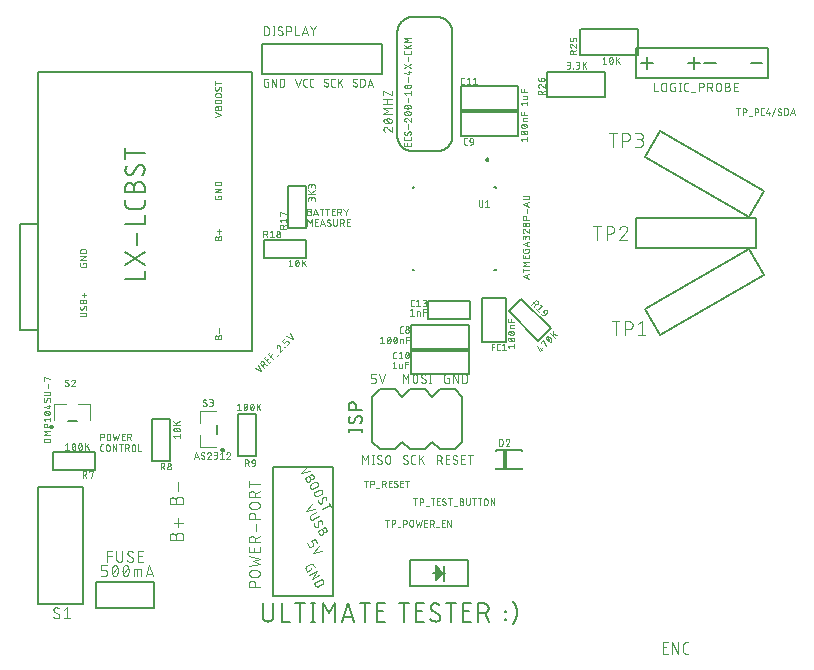
<source format=gbr>
G04 EAGLE Gerber RS-274X export*
G75*
%MOMM*%
%FSLAX34Y34*%
%LPD*%
%INSilkscreen Top*%
%IPPOS*%
%AMOC8*
5,1,8,0,0,1.08239X$1,22.5*%
G01*
%ADD10C,0.127000*%
%ADD11C,0.050800*%
%ADD12C,0.076200*%
%ADD13C,0.152400*%
%ADD14R,0.400000X1.600000*%
%ADD15C,0.101600*%
%ADD16C,0.120000*%
%ADD17C,0.200000*%

G36*
X337990Y49753D02*
X337990Y49753D01*
X337999Y49752D01*
X338110Y49776D01*
X338222Y49797D01*
X338230Y49802D01*
X338240Y49804D01*
X338337Y49862D01*
X338436Y49918D01*
X338444Y49926D01*
X338451Y49930D01*
X338467Y49949D01*
X338554Y50036D01*
X343634Y56386D01*
X343663Y56438D01*
X343701Y56484D01*
X343723Y56545D01*
X343755Y56601D01*
X343766Y56659D01*
X343787Y56714D01*
X343789Y56779D01*
X343801Y56842D01*
X343793Y56901D01*
X343795Y56960D01*
X343776Y57022D01*
X343768Y57086D01*
X343741Y57139D01*
X343724Y57196D01*
X343672Y57278D01*
X343658Y57306D01*
X343647Y57317D01*
X343634Y57338D01*
X338554Y63688D01*
X338470Y63764D01*
X338388Y63842D01*
X338379Y63846D01*
X338372Y63852D01*
X338267Y63898D01*
X338165Y63945D01*
X338155Y63946D01*
X338146Y63950D01*
X338033Y63960D01*
X337921Y63972D01*
X337911Y63970D01*
X337901Y63971D01*
X337791Y63944D01*
X337680Y63920D01*
X337672Y63915D01*
X337662Y63913D01*
X337567Y63852D01*
X337469Y63794D01*
X337463Y63786D01*
X337454Y63781D01*
X337383Y63693D01*
X337309Y63607D01*
X337305Y63598D01*
X337299Y63590D01*
X337260Y63484D01*
X337217Y63379D01*
X337216Y63367D01*
X337213Y63360D01*
X337212Y63335D01*
X337199Y63212D01*
X337199Y50512D01*
X337217Y50400D01*
X337233Y50288D01*
X337237Y50279D01*
X337239Y50269D01*
X337291Y50169D01*
X337342Y50068D01*
X337349Y50061D01*
X337354Y50052D01*
X337436Y49974D01*
X337516Y49894D01*
X337525Y49889D01*
X337532Y49883D01*
X337635Y49835D01*
X337736Y49784D01*
X337746Y49783D01*
X337755Y49779D01*
X337867Y49766D01*
X337980Y49751D01*
X337990Y49753D01*
G37*
D10*
X191135Y31369D02*
X191135Y20179D01*
X191137Y20049D01*
X191143Y19919D01*
X191153Y19789D01*
X191166Y19660D01*
X191184Y19531D01*
X191205Y19403D01*
X191231Y19276D01*
X191260Y19149D01*
X191293Y19023D01*
X191330Y18899D01*
X191370Y18775D01*
X191415Y18653D01*
X191463Y18532D01*
X191514Y18413D01*
X191569Y18295D01*
X191628Y18179D01*
X191690Y18065D01*
X191756Y17952D01*
X191825Y17842D01*
X191897Y17734D01*
X191972Y17628D01*
X192051Y17525D01*
X192133Y17424D01*
X192217Y17325D01*
X192305Y17229D01*
X192396Y17136D01*
X192489Y17045D01*
X192585Y16957D01*
X192684Y16873D01*
X192785Y16791D01*
X192888Y16712D01*
X192994Y16637D01*
X193102Y16565D01*
X193212Y16496D01*
X193325Y16430D01*
X193439Y16368D01*
X193555Y16309D01*
X193673Y16254D01*
X193792Y16203D01*
X193913Y16155D01*
X194035Y16110D01*
X194159Y16070D01*
X194283Y16033D01*
X194409Y16000D01*
X194536Y15971D01*
X194663Y15945D01*
X194791Y15924D01*
X194920Y15906D01*
X195049Y15893D01*
X195179Y15883D01*
X195309Y15877D01*
X195439Y15875D01*
X195569Y15877D01*
X195699Y15883D01*
X195829Y15893D01*
X195958Y15906D01*
X196087Y15924D01*
X196215Y15945D01*
X196342Y15971D01*
X196469Y16000D01*
X196595Y16033D01*
X196719Y16070D01*
X196843Y16110D01*
X196965Y16155D01*
X197086Y16203D01*
X197205Y16254D01*
X197323Y16309D01*
X197439Y16368D01*
X197553Y16430D01*
X197666Y16496D01*
X197776Y16565D01*
X197884Y16637D01*
X197990Y16712D01*
X198093Y16791D01*
X198194Y16873D01*
X198293Y16957D01*
X198389Y17045D01*
X198482Y17136D01*
X198573Y17229D01*
X198661Y17325D01*
X198745Y17424D01*
X198827Y17525D01*
X198906Y17628D01*
X198981Y17734D01*
X199053Y17842D01*
X199122Y17952D01*
X199188Y18065D01*
X199250Y18179D01*
X199309Y18295D01*
X199364Y18413D01*
X199415Y18532D01*
X199463Y18653D01*
X199508Y18775D01*
X199548Y18899D01*
X199585Y19023D01*
X199618Y19149D01*
X199647Y19276D01*
X199673Y19403D01*
X199694Y19531D01*
X199712Y19660D01*
X199725Y19789D01*
X199735Y19919D01*
X199741Y20049D01*
X199743Y20179D01*
X199743Y31369D01*
X207019Y31369D02*
X207019Y15875D01*
X213905Y15875D01*
X222693Y15875D02*
X222693Y31369D01*
X218389Y31369D02*
X226997Y31369D01*
X233594Y31369D02*
X233594Y15875D01*
X231873Y15875D02*
X235316Y15875D01*
X235316Y31369D02*
X231873Y31369D01*
X241809Y31369D02*
X241809Y15875D01*
X246974Y22761D02*
X241809Y31369D01*
X246974Y22761D02*
X252138Y31369D01*
X252138Y15875D01*
X258161Y15875D02*
X263326Y31369D01*
X268491Y15875D01*
X267199Y19749D02*
X259452Y19749D01*
X277201Y15875D02*
X277201Y31369D01*
X272897Y31369D02*
X281505Y31369D01*
X287294Y15875D02*
X294181Y15875D01*
X287294Y15875D02*
X287294Y31369D01*
X294181Y31369D01*
X292459Y24483D02*
X287294Y24483D01*
X310897Y31369D02*
X310897Y15875D01*
X306593Y31369D02*
X315200Y31369D01*
X320990Y15875D02*
X327876Y15875D01*
X320990Y15875D02*
X320990Y31369D01*
X327876Y31369D01*
X326155Y24483D02*
X320990Y24483D01*
X338020Y15875D02*
X338135Y15877D01*
X338250Y15883D01*
X338365Y15892D01*
X338479Y15906D01*
X338593Y15923D01*
X338706Y15944D01*
X338818Y15969D01*
X338930Y15997D01*
X339040Y16030D01*
X339149Y16066D01*
X339257Y16105D01*
X339364Y16148D01*
X339469Y16195D01*
X339573Y16245D01*
X339675Y16299D01*
X339775Y16356D01*
X339873Y16416D01*
X339969Y16479D01*
X340062Y16546D01*
X340154Y16616D01*
X340243Y16689D01*
X340330Y16765D01*
X340414Y16843D01*
X340495Y16924D01*
X340574Y17008D01*
X340649Y17095D01*
X340722Y17184D01*
X340792Y17276D01*
X340859Y17369D01*
X340922Y17465D01*
X340982Y17563D01*
X341039Y17663D01*
X341093Y17765D01*
X341143Y17869D01*
X341190Y17974D01*
X341233Y18081D01*
X341272Y18189D01*
X341308Y18298D01*
X341341Y18408D01*
X341369Y18520D01*
X341394Y18632D01*
X341415Y18745D01*
X341432Y18859D01*
X341446Y18973D01*
X341455Y19088D01*
X341461Y19203D01*
X341463Y19318D01*
X338020Y15875D02*
X337846Y15877D01*
X337672Y15883D01*
X337498Y15894D01*
X337325Y15908D01*
X337152Y15927D01*
X336980Y15950D01*
X336808Y15977D01*
X336636Y16008D01*
X336466Y16043D01*
X336296Y16082D01*
X336128Y16125D01*
X335960Y16173D01*
X335794Y16224D01*
X335629Y16279D01*
X335465Y16338D01*
X335303Y16401D01*
X335143Y16468D01*
X334984Y16539D01*
X334826Y16614D01*
X334671Y16692D01*
X334517Y16774D01*
X334366Y16860D01*
X334217Y16949D01*
X334069Y17042D01*
X333924Y17138D01*
X333782Y17238D01*
X333642Y17341D01*
X333504Y17447D01*
X333369Y17557D01*
X333236Y17670D01*
X333107Y17786D01*
X332980Y17905D01*
X332856Y18027D01*
X333286Y27926D02*
X333288Y28041D01*
X333294Y28156D01*
X333303Y28271D01*
X333317Y28385D01*
X333334Y28499D01*
X333355Y28612D01*
X333380Y28724D01*
X333408Y28836D01*
X333441Y28946D01*
X333477Y29055D01*
X333516Y29163D01*
X333559Y29270D01*
X333606Y29375D01*
X333656Y29479D01*
X333710Y29581D01*
X333767Y29681D01*
X333827Y29779D01*
X333890Y29875D01*
X333957Y29968D01*
X334027Y30060D01*
X334100Y30149D01*
X334175Y30236D01*
X334254Y30320D01*
X334335Y30401D01*
X334419Y30480D01*
X334506Y30555D01*
X334595Y30628D01*
X334687Y30698D01*
X334780Y30765D01*
X334876Y30828D01*
X334974Y30888D01*
X335074Y30945D01*
X335176Y30999D01*
X335280Y31049D01*
X335385Y31096D01*
X335492Y31139D01*
X335600Y31178D01*
X335709Y31214D01*
X335819Y31247D01*
X335931Y31275D01*
X336043Y31300D01*
X336156Y31321D01*
X336270Y31338D01*
X336384Y31352D01*
X336499Y31361D01*
X336614Y31367D01*
X336729Y31369D01*
X336889Y31367D01*
X337048Y31361D01*
X337208Y31351D01*
X337367Y31337D01*
X337526Y31320D01*
X337684Y31298D01*
X337842Y31272D01*
X337999Y31243D01*
X338155Y31209D01*
X338311Y31172D01*
X338465Y31131D01*
X338618Y31086D01*
X338771Y31038D01*
X338922Y30985D01*
X339071Y30929D01*
X339219Y30869D01*
X339366Y30806D01*
X339511Y30739D01*
X339654Y30668D01*
X339796Y30594D01*
X339936Y30516D01*
X340073Y30435D01*
X340209Y30351D01*
X340342Y30263D01*
X340474Y30172D01*
X340603Y30078D01*
X335008Y24913D02*
X334908Y24974D01*
X334810Y25039D01*
X334714Y25106D01*
X334621Y25177D01*
X334530Y25251D01*
X334442Y25328D01*
X334356Y25408D01*
X334273Y25491D01*
X334193Y25576D01*
X334116Y25664D01*
X334042Y25755D01*
X333971Y25848D01*
X333902Y25943D01*
X333838Y26041D01*
X333776Y26140D01*
X333718Y26242D01*
X333663Y26346D01*
X333612Y26451D01*
X333565Y26558D01*
X333521Y26667D01*
X333480Y26777D01*
X333444Y26888D01*
X333411Y27000D01*
X333382Y27114D01*
X333356Y27228D01*
X333335Y27343D01*
X333317Y27459D01*
X333304Y27575D01*
X333294Y27692D01*
X333288Y27809D01*
X333286Y27926D01*
X339741Y22331D02*
X339841Y22270D01*
X339939Y22205D01*
X340035Y22138D01*
X340128Y22067D01*
X340219Y21993D01*
X340307Y21916D01*
X340393Y21836D01*
X340476Y21753D01*
X340556Y21668D01*
X340633Y21580D01*
X340707Y21489D01*
X340778Y21396D01*
X340847Y21301D01*
X340911Y21203D01*
X340973Y21104D01*
X341031Y21002D01*
X341086Y20898D01*
X341137Y20793D01*
X341184Y20686D01*
X341228Y20577D01*
X341269Y20467D01*
X341305Y20356D01*
X341338Y20244D01*
X341367Y20130D01*
X341393Y20016D01*
X341414Y19901D01*
X341432Y19785D01*
X341445Y19669D01*
X341455Y19552D01*
X341461Y19435D01*
X341463Y19318D01*
X339742Y22331D02*
X335007Y24913D01*
X350539Y31369D02*
X350539Y15875D01*
X346235Y31369D02*
X354843Y31369D01*
X360632Y15875D02*
X367518Y15875D01*
X360632Y15875D02*
X360632Y31369D01*
X367518Y31369D01*
X365797Y24483D02*
X360632Y24483D01*
X373574Y31369D02*
X373574Y15875D01*
X373574Y31369D02*
X377878Y31369D01*
X378008Y31367D01*
X378138Y31361D01*
X378268Y31351D01*
X378397Y31338D01*
X378526Y31320D01*
X378654Y31299D01*
X378781Y31273D01*
X378908Y31244D01*
X379034Y31211D01*
X379158Y31174D01*
X379282Y31134D01*
X379404Y31089D01*
X379525Y31041D01*
X379644Y30990D01*
X379762Y30935D01*
X379878Y30876D01*
X379992Y30814D01*
X380105Y30748D01*
X380215Y30679D01*
X380323Y30607D01*
X380429Y30532D01*
X380532Y30453D01*
X380633Y30371D01*
X380732Y30287D01*
X380828Y30199D01*
X380921Y30108D01*
X381012Y30015D01*
X381100Y29919D01*
X381184Y29820D01*
X381266Y29719D01*
X381345Y29616D01*
X381420Y29510D01*
X381492Y29402D01*
X381561Y29292D01*
X381627Y29179D01*
X381689Y29065D01*
X381748Y28949D01*
X381803Y28831D01*
X381854Y28712D01*
X381902Y28591D01*
X381947Y28469D01*
X381987Y28345D01*
X382024Y28221D01*
X382057Y28095D01*
X382086Y27968D01*
X382112Y27841D01*
X382133Y27713D01*
X382151Y27584D01*
X382164Y27455D01*
X382174Y27325D01*
X382180Y27195D01*
X382182Y27065D01*
X382180Y26935D01*
X382174Y26805D01*
X382164Y26675D01*
X382151Y26546D01*
X382133Y26417D01*
X382112Y26289D01*
X382086Y26162D01*
X382057Y26035D01*
X382024Y25909D01*
X381987Y25785D01*
X381947Y25661D01*
X381902Y25539D01*
X381854Y25418D01*
X381803Y25299D01*
X381748Y25181D01*
X381689Y25065D01*
X381627Y24951D01*
X381561Y24838D01*
X381492Y24728D01*
X381420Y24620D01*
X381345Y24514D01*
X381266Y24411D01*
X381184Y24310D01*
X381100Y24211D01*
X381012Y24115D01*
X380921Y24022D01*
X380828Y23931D01*
X380732Y23843D01*
X380633Y23759D01*
X380532Y23677D01*
X380429Y23598D01*
X380323Y23523D01*
X380215Y23451D01*
X380105Y23382D01*
X379992Y23316D01*
X379878Y23254D01*
X379762Y23195D01*
X379644Y23140D01*
X379525Y23089D01*
X379404Y23041D01*
X379282Y22996D01*
X379158Y22956D01*
X379034Y22919D01*
X378908Y22886D01*
X378781Y22857D01*
X378654Y22831D01*
X378526Y22810D01*
X378397Y22792D01*
X378268Y22779D01*
X378138Y22769D01*
X378008Y22763D01*
X377878Y22761D01*
X373574Y22761D01*
X378739Y22761D02*
X382182Y15875D01*
X396192Y17166D02*
X396192Y18027D01*
X397053Y18027D01*
X397053Y17166D01*
X396192Y17166D01*
X396192Y24052D02*
X396192Y24913D01*
X397053Y24913D01*
X397053Y24052D01*
X396192Y24052D01*
X406238Y23622D02*
X406234Y23267D01*
X406221Y22913D01*
X406200Y22559D01*
X406170Y22206D01*
X406132Y21853D01*
X406085Y21502D01*
X406030Y21152D01*
X405966Y20803D01*
X405894Y20456D01*
X405814Y20110D01*
X405725Y19767D01*
X405628Y19426D01*
X405523Y19087D01*
X405410Y18751D01*
X405289Y18418D01*
X405160Y18088D01*
X405023Y17761D01*
X404878Y17437D01*
X404725Y17117D01*
X404565Y16801D01*
X404397Y16489D01*
X404222Y16181D01*
X404039Y15877D01*
X403849Y15577D01*
X403652Y15282D01*
X403448Y14993D01*
X403237Y14708D01*
X403019Y14428D01*
X402795Y14153D01*
X406238Y23622D02*
X406234Y23977D01*
X406221Y24331D01*
X406200Y24685D01*
X406170Y25038D01*
X406132Y25391D01*
X406085Y25742D01*
X406030Y26092D01*
X405966Y26441D01*
X405894Y26788D01*
X405814Y27134D01*
X405725Y27477D01*
X405628Y27818D01*
X405523Y28157D01*
X405410Y28493D01*
X405289Y28826D01*
X405160Y29156D01*
X405023Y29483D01*
X404878Y29807D01*
X404725Y30127D01*
X404565Y30443D01*
X404397Y30755D01*
X404222Y31064D01*
X404039Y31367D01*
X403849Y31667D01*
X403652Y31962D01*
X403448Y32251D01*
X403237Y32536D01*
X403019Y32816D01*
X402795Y33091D01*
D11*
X230406Y363022D02*
X228854Y363022D01*
X230406Y363022D02*
X230483Y363020D01*
X230561Y363014D01*
X230637Y363005D01*
X230714Y362991D01*
X230789Y362974D01*
X230863Y362953D01*
X230937Y362928D01*
X231009Y362900D01*
X231079Y362868D01*
X231148Y362833D01*
X231215Y362794D01*
X231280Y362752D01*
X231343Y362707D01*
X231404Y362659D01*
X231462Y362608D01*
X231517Y362554D01*
X231570Y362497D01*
X231619Y362438D01*
X231666Y362376D01*
X231710Y362312D01*
X231750Y362246D01*
X231787Y362178D01*
X231821Y362108D01*
X231851Y362037D01*
X231877Y361964D01*
X231900Y361890D01*
X231919Y361815D01*
X231934Y361740D01*
X231946Y361663D01*
X231954Y361586D01*
X231958Y361509D01*
X231958Y361431D01*
X231954Y361354D01*
X231946Y361277D01*
X231934Y361200D01*
X231919Y361125D01*
X231900Y361050D01*
X231877Y360976D01*
X231851Y360903D01*
X231821Y360832D01*
X231787Y360762D01*
X231750Y360694D01*
X231710Y360628D01*
X231666Y360564D01*
X231619Y360502D01*
X231570Y360443D01*
X231517Y360386D01*
X231462Y360332D01*
X231404Y360281D01*
X231343Y360233D01*
X231280Y360188D01*
X231215Y360146D01*
X231148Y360107D01*
X231079Y360072D01*
X231009Y360040D01*
X230937Y360012D01*
X230863Y359987D01*
X230789Y359966D01*
X230714Y359949D01*
X230637Y359935D01*
X230561Y359926D01*
X230483Y359920D01*
X230406Y359918D01*
X228854Y359918D01*
X228854Y365506D01*
X230406Y365506D01*
X230476Y365504D01*
X230545Y365498D01*
X230614Y365488D01*
X230682Y365475D01*
X230750Y365457D01*
X230816Y365436D01*
X230881Y365411D01*
X230945Y365383D01*
X231007Y365351D01*
X231067Y365316D01*
X231125Y365277D01*
X231180Y365235D01*
X231234Y365190D01*
X231284Y365142D01*
X231332Y365092D01*
X231377Y365038D01*
X231419Y364983D01*
X231458Y364925D01*
X231493Y364865D01*
X231525Y364803D01*
X231553Y364739D01*
X231578Y364674D01*
X231599Y364608D01*
X231617Y364540D01*
X231630Y364472D01*
X231640Y364403D01*
X231646Y364334D01*
X231648Y364264D01*
X231646Y364194D01*
X231640Y364125D01*
X231630Y364056D01*
X231617Y363988D01*
X231599Y363920D01*
X231578Y363854D01*
X231553Y363789D01*
X231525Y363725D01*
X231493Y363663D01*
X231458Y363603D01*
X231419Y363545D01*
X231377Y363490D01*
X231332Y363436D01*
X231284Y363386D01*
X231234Y363338D01*
X231180Y363293D01*
X231125Y363251D01*
X231067Y363212D01*
X231007Y363177D01*
X230945Y363145D01*
X230881Y363117D01*
X230816Y363092D01*
X230750Y363071D01*
X230682Y363053D01*
X230614Y363040D01*
X230545Y363030D01*
X230476Y363024D01*
X230406Y363022D01*
X233764Y359918D02*
X235627Y365506D01*
X237489Y359918D01*
X237024Y361315D02*
X234230Y361315D01*
X240747Y359918D02*
X240747Y365506D01*
X239195Y365506D02*
X242300Y365506D01*
X245502Y365506D02*
X245502Y359918D01*
X243950Y365506D02*
X247054Y365506D01*
X249265Y359918D02*
X251748Y359918D01*
X249265Y359918D02*
X249265Y365506D01*
X251748Y365506D01*
X251127Y363022D02*
X249265Y363022D01*
X254044Y365506D02*
X254044Y359918D01*
X254044Y365506D02*
X255597Y365506D01*
X255674Y365504D01*
X255752Y365498D01*
X255828Y365489D01*
X255905Y365475D01*
X255980Y365458D01*
X256054Y365437D01*
X256128Y365412D01*
X256200Y365384D01*
X256270Y365352D01*
X256339Y365317D01*
X256406Y365278D01*
X256471Y365236D01*
X256534Y365191D01*
X256595Y365143D01*
X256653Y365092D01*
X256708Y365038D01*
X256761Y364981D01*
X256810Y364922D01*
X256857Y364860D01*
X256901Y364796D01*
X256941Y364730D01*
X256978Y364662D01*
X257012Y364592D01*
X257042Y364521D01*
X257068Y364448D01*
X257091Y364374D01*
X257110Y364299D01*
X257125Y364224D01*
X257137Y364147D01*
X257145Y364070D01*
X257149Y363993D01*
X257149Y363915D01*
X257145Y363838D01*
X257137Y363761D01*
X257125Y363684D01*
X257110Y363609D01*
X257091Y363534D01*
X257068Y363460D01*
X257042Y363387D01*
X257012Y363316D01*
X256978Y363246D01*
X256941Y363178D01*
X256901Y363112D01*
X256857Y363048D01*
X256810Y362986D01*
X256761Y362927D01*
X256708Y362870D01*
X256653Y362816D01*
X256595Y362765D01*
X256534Y362717D01*
X256471Y362672D01*
X256406Y362630D01*
X256339Y362591D01*
X256270Y362556D01*
X256200Y362524D01*
X256128Y362496D01*
X256054Y362471D01*
X255980Y362450D01*
X255905Y362433D01*
X255828Y362419D01*
X255752Y362410D01*
X255674Y362404D01*
X255597Y362402D01*
X254044Y362402D01*
X255907Y362402D02*
X257149Y359918D01*
X261047Y362867D02*
X259184Y365506D01*
X261047Y362867D02*
X262910Y365506D01*
X261047Y362867D02*
X261047Y359918D01*
X228854Y356362D02*
X228854Y350774D01*
X230717Y353258D02*
X228854Y356362D01*
X230717Y353258D02*
X232579Y356362D01*
X232579Y350774D01*
X235393Y350774D02*
X237877Y350774D01*
X235393Y350774D02*
X235393Y356362D01*
X237877Y356362D01*
X237256Y353878D02*
X235393Y353878D01*
X239644Y350774D02*
X241507Y356362D01*
X243369Y350774D01*
X242904Y352171D02*
X240110Y352171D01*
X247120Y350774D02*
X247190Y350776D01*
X247259Y350782D01*
X247328Y350792D01*
X247396Y350805D01*
X247464Y350823D01*
X247530Y350844D01*
X247595Y350869D01*
X247659Y350897D01*
X247721Y350929D01*
X247781Y350964D01*
X247839Y351003D01*
X247894Y351045D01*
X247948Y351090D01*
X247998Y351138D01*
X248046Y351188D01*
X248091Y351242D01*
X248133Y351297D01*
X248172Y351355D01*
X248207Y351415D01*
X248239Y351477D01*
X248267Y351541D01*
X248292Y351606D01*
X248313Y351672D01*
X248331Y351740D01*
X248344Y351808D01*
X248354Y351877D01*
X248360Y351946D01*
X248362Y352016D01*
X247120Y350774D02*
X247021Y350776D01*
X246923Y350781D01*
X246825Y350791D01*
X246727Y350804D01*
X246630Y350820D01*
X246533Y350840D01*
X246438Y350864D01*
X246343Y350892D01*
X246249Y350923D01*
X246157Y350957D01*
X246066Y350995D01*
X245976Y351036D01*
X245888Y351081D01*
X245802Y351129D01*
X245718Y351180D01*
X245636Y351234D01*
X245555Y351292D01*
X245477Y351352D01*
X245402Y351415D01*
X245328Y351481D01*
X245258Y351550D01*
X245413Y355120D02*
X245415Y355190D01*
X245421Y355259D01*
X245431Y355328D01*
X245444Y355396D01*
X245462Y355464D01*
X245483Y355530D01*
X245508Y355595D01*
X245536Y355659D01*
X245568Y355721D01*
X245603Y355781D01*
X245642Y355839D01*
X245684Y355894D01*
X245729Y355948D01*
X245777Y355998D01*
X245827Y356046D01*
X245881Y356091D01*
X245936Y356133D01*
X245994Y356172D01*
X246054Y356207D01*
X246116Y356239D01*
X246180Y356267D01*
X246245Y356292D01*
X246311Y356313D01*
X246379Y356331D01*
X246447Y356344D01*
X246516Y356354D01*
X246585Y356360D01*
X246655Y356362D01*
X246749Y356360D01*
X246842Y356354D01*
X246935Y356345D01*
X247028Y356332D01*
X247120Y356315D01*
X247211Y356295D01*
X247302Y356270D01*
X247391Y356243D01*
X247479Y356211D01*
X247566Y356176D01*
X247652Y356138D01*
X247735Y356096D01*
X247817Y356051D01*
X247898Y356003D01*
X247976Y355951D01*
X248052Y355896D01*
X246034Y354034D02*
X245975Y354070D01*
X245919Y354110D01*
X245865Y354153D01*
X245813Y354198D01*
X245764Y354247D01*
X245718Y354298D01*
X245675Y354351D01*
X245634Y354407D01*
X245597Y354465D01*
X245562Y354525D01*
X245532Y354586D01*
X245504Y354649D01*
X245480Y354714D01*
X245460Y354780D01*
X245443Y354847D01*
X245430Y354914D01*
X245421Y354982D01*
X245415Y355051D01*
X245413Y355120D01*
X247741Y353102D02*
X247800Y353066D01*
X247856Y353026D01*
X247910Y352983D01*
X247962Y352938D01*
X248011Y352889D01*
X248057Y352838D01*
X248100Y352785D01*
X248141Y352729D01*
X248178Y352671D01*
X248213Y352611D01*
X248243Y352550D01*
X248271Y352487D01*
X248295Y352422D01*
X248315Y352356D01*
X248332Y352289D01*
X248345Y352222D01*
X248354Y352154D01*
X248360Y352085D01*
X248362Y352016D01*
X247741Y353102D02*
X246034Y354034D01*
X250744Y352326D02*
X250744Y356362D01*
X250744Y352326D02*
X250746Y352249D01*
X250752Y352171D01*
X250761Y352095D01*
X250775Y352018D01*
X250792Y351943D01*
X250813Y351869D01*
X250838Y351795D01*
X250866Y351723D01*
X250898Y351653D01*
X250933Y351584D01*
X250972Y351517D01*
X251014Y351452D01*
X251059Y351389D01*
X251107Y351328D01*
X251158Y351270D01*
X251212Y351215D01*
X251269Y351162D01*
X251328Y351113D01*
X251390Y351066D01*
X251454Y351022D01*
X251520Y350982D01*
X251588Y350945D01*
X251658Y350911D01*
X251729Y350881D01*
X251802Y350855D01*
X251876Y350832D01*
X251951Y350813D01*
X252026Y350798D01*
X252103Y350786D01*
X252180Y350778D01*
X252257Y350774D01*
X252335Y350774D01*
X252412Y350778D01*
X252489Y350786D01*
X252566Y350798D01*
X252641Y350813D01*
X252716Y350832D01*
X252790Y350855D01*
X252863Y350881D01*
X252934Y350911D01*
X253004Y350945D01*
X253072Y350982D01*
X253138Y351022D01*
X253202Y351066D01*
X253264Y351113D01*
X253323Y351162D01*
X253380Y351215D01*
X253434Y351270D01*
X253485Y351328D01*
X253533Y351389D01*
X253578Y351452D01*
X253620Y351517D01*
X253659Y351584D01*
X253694Y351653D01*
X253726Y351723D01*
X253754Y351795D01*
X253779Y351869D01*
X253800Y351943D01*
X253817Y352018D01*
X253831Y352095D01*
X253840Y352171D01*
X253846Y352249D01*
X253848Y352326D01*
X253849Y352326D02*
X253849Y356362D01*
X256632Y356362D02*
X256632Y350774D01*
X256632Y356362D02*
X258185Y356362D01*
X258262Y356360D01*
X258340Y356354D01*
X258416Y356345D01*
X258493Y356331D01*
X258568Y356314D01*
X258642Y356293D01*
X258716Y356268D01*
X258788Y356240D01*
X258858Y356208D01*
X258927Y356173D01*
X258994Y356134D01*
X259059Y356092D01*
X259122Y356047D01*
X259183Y355999D01*
X259241Y355948D01*
X259296Y355894D01*
X259349Y355837D01*
X259398Y355778D01*
X259445Y355716D01*
X259489Y355652D01*
X259529Y355586D01*
X259566Y355518D01*
X259600Y355448D01*
X259630Y355377D01*
X259656Y355304D01*
X259679Y355230D01*
X259698Y355155D01*
X259713Y355080D01*
X259725Y355003D01*
X259733Y354926D01*
X259737Y354849D01*
X259737Y354771D01*
X259733Y354694D01*
X259725Y354617D01*
X259713Y354540D01*
X259698Y354465D01*
X259679Y354390D01*
X259656Y354316D01*
X259630Y354243D01*
X259600Y354172D01*
X259566Y354102D01*
X259529Y354034D01*
X259489Y353968D01*
X259445Y353904D01*
X259398Y353842D01*
X259349Y353783D01*
X259296Y353726D01*
X259241Y353672D01*
X259183Y353621D01*
X259122Y353573D01*
X259059Y353528D01*
X258994Y353486D01*
X258927Y353447D01*
X258858Y353412D01*
X258788Y353380D01*
X258716Y353352D01*
X258642Y353327D01*
X258568Y353306D01*
X258493Y353289D01*
X258416Y353275D01*
X258340Y353266D01*
X258262Y353260D01*
X258185Y353258D01*
X256632Y353258D01*
X258495Y353258D02*
X259737Y350774D01*
X262277Y350774D02*
X264760Y350774D01*
X262277Y350774D02*
X262277Y356362D01*
X264760Y356362D01*
X264139Y353878D02*
X262277Y353878D01*
X189277Y227736D02*
X184009Y230371D01*
X186643Y233005D02*
X189277Y227736D01*
X192214Y230673D02*
X188262Y234624D01*
X189360Y235722D01*
X189361Y235721D02*
X189418Y235776D01*
X189477Y235827D01*
X189539Y235875D01*
X189604Y235920D01*
X189671Y235961D01*
X189739Y236000D01*
X189810Y236034D01*
X189882Y236065D01*
X189956Y236093D01*
X190031Y236116D01*
X190107Y236136D01*
X190184Y236152D01*
X190262Y236164D01*
X190340Y236172D01*
X190419Y236176D01*
X190497Y236176D01*
X190576Y236172D01*
X190654Y236164D01*
X190732Y236152D01*
X190809Y236136D01*
X190885Y236116D01*
X190960Y236093D01*
X191034Y236065D01*
X191106Y236034D01*
X191177Y236000D01*
X191245Y235961D01*
X191312Y235920D01*
X191377Y235875D01*
X191439Y235827D01*
X191498Y235776D01*
X191555Y235721D01*
X191610Y235664D01*
X191661Y235605D01*
X191709Y235543D01*
X191754Y235478D01*
X191795Y235411D01*
X191834Y235343D01*
X191868Y235272D01*
X191899Y235200D01*
X191927Y235126D01*
X191950Y235051D01*
X191970Y234975D01*
X191986Y234898D01*
X191998Y234820D01*
X192006Y234742D01*
X192010Y234663D01*
X192010Y234585D01*
X192006Y234506D01*
X191998Y234428D01*
X191986Y234350D01*
X191970Y234273D01*
X191950Y234197D01*
X191927Y234122D01*
X191899Y234048D01*
X191868Y233976D01*
X191834Y233905D01*
X191795Y233837D01*
X191754Y233770D01*
X191709Y233705D01*
X191661Y233643D01*
X191610Y233584D01*
X191555Y233527D01*
X190458Y232429D01*
X191775Y233746D02*
X194409Y232868D01*
X196205Y234664D02*
X197961Y236420D01*
X196205Y234664D02*
X192253Y238615D01*
X194010Y240371D01*
X195327Y238176D02*
X194010Y236859D01*
X195616Y241977D02*
X199567Y238026D01*
X195616Y241977D02*
X197372Y243734D01*
X199128Y241977D02*
X197372Y240221D01*
X203062Y240644D02*
X204819Y242400D01*
X205127Y249513D02*
X205074Y249563D01*
X205018Y249611D01*
X204960Y249655D01*
X204900Y249697D01*
X204837Y249735D01*
X204773Y249770D01*
X204707Y249801D01*
X204640Y249829D01*
X204571Y249854D01*
X204501Y249874D01*
X204429Y249891D01*
X204358Y249905D01*
X204285Y249914D01*
X204212Y249920D01*
X204139Y249922D01*
X204066Y249920D01*
X203993Y249914D01*
X203920Y249905D01*
X203849Y249891D01*
X203777Y249874D01*
X203707Y249854D01*
X203638Y249829D01*
X203571Y249801D01*
X203505Y249770D01*
X203441Y249735D01*
X203378Y249697D01*
X203318Y249655D01*
X203260Y249611D01*
X203204Y249563D01*
X203151Y249513D01*
X203093Y249453D01*
X203038Y249390D01*
X202986Y249324D01*
X202938Y249256D01*
X202892Y249186D01*
X202850Y249114D01*
X202811Y249040D01*
X202776Y248964D01*
X202744Y248887D01*
X202716Y248808D01*
X202691Y248728D01*
X202671Y248647D01*
X202654Y248565D01*
X202641Y248483D01*
X202632Y248399D01*
X202626Y248316D01*
X202625Y248232D01*
X202628Y248149D01*
X202634Y248065D01*
X202644Y247983D01*
X202658Y247900D01*
X202676Y247818D01*
X202698Y247738D01*
X202723Y247658D01*
X202752Y247580D01*
X202785Y247503D01*
X202821Y247427D01*
X205567Y248416D02*
X205566Y248491D01*
X205563Y248567D01*
X205555Y248643D01*
X205543Y248718D01*
X205528Y248792D01*
X205509Y248866D01*
X205486Y248938D01*
X205460Y249009D01*
X205430Y249079D01*
X205396Y249147D01*
X205359Y249214D01*
X205319Y249278D01*
X205276Y249341D01*
X205229Y249401D01*
X205180Y249458D01*
X205127Y249513D01*
X205566Y248416D02*
X205895Y244355D01*
X208091Y246550D01*
X209599Y248058D02*
X209379Y248278D01*
X209599Y248497D01*
X209818Y248278D01*
X209599Y248058D01*
X211327Y249786D02*
X212644Y251103D01*
X212692Y251153D01*
X212737Y251207D01*
X212779Y251262D01*
X212818Y251320D01*
X212853Y251380D01*
X212885Y251442D01*
X212913Y251506D01*
X212938Y251571D01*
X212959Y251637D01*
X212977Y251705D01*
X212990Y251773D01*
X213000Y251842D01*
X213006Y251911D01*
X213008Y251981D01*
X213006Y252051D01*
X213000Y252120D01*
X212990Y252189D01*
X212977Y252257D01*
X212959Y252325D01*
X212938Y252391D01*
X212913Y252456D01*
X212885Y252520D01*
X212853Y252582D01*
X212818Y252642D01*
X212779Y252700D01*
X212737Y252755D01*
X212692Y252809D01*
X212644Y252859D01*
X212205Y253298D01*
X212155Y253346D01*
X212101Y253391D01*
X212046Y253433D01*
X211988Y253472D01*
X211928Y253507D01*
X211866Y253539D01*
X211802Y253567D01*
X211737Y253592D01*
X211671Y253613D01*
X211603Y253631D01*
X211535Y253644D01*
X211466Y253654D01*
X211397Y253660D01*
X211327Y253662D01*
X211257Y253660D01*
X211188Y253654D01*
X211119Y253644D01*
X211051Y253631D01*
X210983Y253613D01*
X210917Y253592D01*
X210852Y253567D01*
X210788Y253539D01*
X210726Y253507D01*
X210666Y253472D01*
X210608Y253433D01*
X210553Y253391D01*
X210499Y253346D01*
X210449Y253298D01*
X210448Y253298D02*
X209131Y251981D01*
X207375Y253737D01*
X209570Y255932D01*
X211035Y257397D02*
X216304Y254763D01*
X213669Y260031D01*
X53594Y175006D02*
X53594Y169418D01*
X53594Y175006D02*
X55146Y175006D01*
X55223Y175004D01*
X55301Y174998D01*
X55377Y174989D01*
X55454Y174975D01*
X55529Y174958D01*
X55603Y174937D01*
X55677Y174912D01*
X55749Y174884D01*
X55819Y174852D01*
X55888Y174817D01*
X55955Y174778D01*
X56020Y174736D01*
X56083Y174691D01*
X56144Y174643D01*
X56202Y174592D01*
X56257Y174538D01*
X56310Y174481D01*
X56359Y174422D01*
X56406Y174360D01*
X56450Y174296D01*
X56490Y174230D01*
X56527Y174162D01*
X56561Y174092D01*
X56591Y174021D01*
X56617Y173948D01*
X56640Y173874D01*
X56659Y173799D01*
X56674Y173724D01*
X56686Y173647D01*
X56694Y173570D01*
X56698Y173493D01*
X56698Y173415D01*
X56694Y173338D01*
X56686Y173261D01*
X56674Y173184D01*
X56659Y173109D01*
X56640Y173034D01*
X56617Y172960D01*
X56591Y172887D01*
X56561Y172816D01*
X56527Y172746D01*
X56490Y172678D01*
X56450Y172612D01*
X56406Y172548D01*
X56359Y172486D01*
X56310Y172427D01*
X56257Y172370D01*
X56202Y172316D01*
X56144Y172265D01*
X56083Y172217D01*
X56020Y172172D01*
X55955Y172130D01*
X55888Y172091D01*
X55819Y172056D01*
X55749Y172024D01*
X55677Y171996D01*
X55603Y171971D01*
X55529Y171950D01*
X55454Y171933D01*
X55377Y171919D01*
X55301Y171910D01*
X55223Y171904D01*
X55146Y171902D01*
X53594Y171902D01*
X58815Y170970D02*
X58815Y173454D01*
X58817Y173531D01*
X58823Y173609D01*
X58832Y173685D01*
X58846Y173762D01*
X58863Y173837D01*
X58884Y173911D01*
X58909Y173985D01*
X58937Y174057D01*
X58969Y174127D01*
X59004Y174196D01*
X59043Y174263D01*
X59085Y174328D01*
X59130Y174391D01*
X59178Y174452D01*
X59229Y174510D01*
X59283Y174565D01*
X59340Y174618D01*
X59399Y174667D01*
X59461Y174714D01*
X59525Y174758D01*
X59591Y174798D01*
X59659Y174835D01*
X59729Y174869D01*
X59800Y174899D01*
X59873Y174925D01*
X59947Y174948D01*
X60022Y174967D01*
X60097Y174982D01*
X60174Y174994D01*
X60251Y175002D01*
X60328Y175006D01*
X60406Y175006D01*
X60483Y175002D01*
X60560Y174994D01*
X60637Y174982D01*
X60712Y174967D01*
X60787Y174948D01*
X60861Y174925D01*
X60934Y174899D01*
X61005Y174869D01*
X61075Y174835D01*
X61143Y174798D01*
X61209Y174758D01*
X61273Y174714D01*
X61335Y174667D01*
X61394Y174618D01*
X61451Y174565D01*
X61505Y174510D01*
X61556Y174452D01*
X61604Y174391D01*
X61649Y174328D01*
X61691Y174263D01*
X61730Y174196D01*
X61765Y174127D01*
X61797Y174057D01*
X61825Y173985D01*
X61850Y173911D01*
X61871Y173837D01*
X61888Y173762D01*
X61902Y173685D01*
X61911Y173609D01*
X61917Y173531D01*
X61919Y173454D01*
X61919Y170970D01*
X61917Y170893D01*
X61911Y170815D01*
X61902Y170739D01*
X61888Y170662D01*
X61871Y170587D01*
X61850Y170513D01*
X61825Y170439D01*
X61797Y170367D01*
X61765Y170297D01*
X61730Y170228D01*
X61691Y170161D01*
X61649Y170096D01*
X61604Y170033D01*
X61556Y169972D01*
X61505Y169914D01*
X61451Y169859D01*
X61394Y169806D01*
X61335Y169757D01*
X61273Y169710D01*
X61209Y169666D01*
X61143Y169626D01*
X61075Y169589D01*
X61005Y169555D01*
X60934Y169525D01*
X60861Y169499D01*
X60787Y169476D01*
X60712Y169457D01*
X60637Y169442D01*
X60560Y169430D01*
X60483Y169422D01*
X60406Y169418D01*
X60328Y169418D01*
X60251Y169422D01*
X60174Y169430D01*
X60097Y169442D01*
X60022Y169457D01*
X59947Y169476D01*
X59873Y169499D01*
X59800Y169525D01*
X59729Y169555D01*
X59659Y169589D01*
X59591Y169626D01*
X59525Y169666D01*
X59461Y169710D01*
X59399Y169757D01*
X59340Y169806D01*
X59283Y169859D01*
X59229Y169914D01*
X59178Y169972D01*
X59130Y170033D01*
X59085Y170096D01*
X59043Y170161D01*
X59004Y170228D01*
X58969Y170297D01*
X58937Y170367D01*
X58909Y170439D01*
X58884Y170513D01*
X58863Y170587D01*
X58846Y170662D01*
X58832Y170739D01*
X58823Y170815D01*
X58817Y170893D01*
X58815Y170970D01*
X64101Y175006D02*
X65343Y169418D01*
X66585Y173143D01*
X67826Y169418D01*
X69068Y175006D01*
X71444Y169418D02*
X73928Y169418D01*
X71444Y169418D02*
X71444Y175006D01*
X73928Y175006D01*
X73307Y172522D02*
X71444Y172522D01*
X76224Y175006D02*
X76224Y169418D01*
X76224Y175006D02*
X77776Y175006D01*
X77853Y175004D01*
X77931Y174998D01*
X78007Y174989D01*
X78084Y174975D01*
X78159Y174958D01*
X78233Y174937D01*
X78307Y174912D01*
X78379Y174884D01*
X78449Y174852D01*
X78518Y174817D01*
X78585Y174778D01*
X78650Y174736D01*
X78713Y174691D01*
X78774Y174643D01*
X78832Y174592D01*
X78887Y174538D01*
X78940Y174481D01*
X78989Y174422D01*
X79036Y174360D01*
X79080Y174296D01*
X79120Y174230D01*
X79157Y174162D01*
X79191Y174092D01*
X79221Y174021D01*
X79247Y173948D01*
X79270Y173874D01*
X79289Y173799D01*
X79304Y173724D01*
X79316Y173647D01*
X79324Y173570D01*
X79328Y173493D01*
X79328Y173415D01*
X79324Y173338D01*
X79316Y173261D01*
X79304Y173184D01*
X79289Y173109D01*
X79270Y173034D01*
X79247Y172960D01*
X79221Y172887D01*
X79191Y172816D01*
X79157Y172746D01*
X79120Y172678D01*
X79080Y172612D01*
X79036Y172548D01*
X78989Y172486D01*
X78940Y172427D01*
X78887Y172370D01*
X78832Y172316D01*
X78774Y172265D01*
X78713Y172217D01*
X78650Y172172D01*
X78585Y172130D01*
X78518Y172091D01*
X78449Y172056D01*
X78379Y172024D01*
X78307Y171996D01*
X78233Y171971D01*
X78159Y171950D01*
X78084Y171933D01*
X78007Y171919D01*
X77931Y171910D01*
X77853Y171904D01*
X77776Y171902D01*
X76224Y171902D01*
X78087Y171902D02*
X79329Y169418D01*
X56078Y160274D02*
X54836Y160274D01*
X54766Y160276D01*
X54697Y160282D01*
X54628Y160292D01*
X54560Y160305D01*
X54492Y160323D01*
X54426Y160344D01*
X54361Y160369D01*
X54297Y160397D01*
X54235Y160429D01*
X54175Y160464D01*
X54117Y160503D01*
X54062Y160545D01*
X54008Y160590D01*
X53958Y160638D01*
X53910Y160688D01*
X53865Y160742D01*
X53823Y160797D01*
X53784Y160855D01*
X53749Y160915D01*
X53717Y160977D01*
X53689Y161041D01*
X53664Y161106D01*
X53643Y161172D01*
X53625Y161240D01*
X53612Y161308D01*
X53602Y161377D01*
X53596Y161446D01*
X53594Y161516D01*
X53594Y164620D01*
X53596Y164690D01*
X53602Y164759D01*
X53612Y164828D01*
X53625Y164896D01*
X53643Y164964D01*
X53664Y165030D01*
X53689Y165095D01*
X53717Y165159D01*
X53749Y165221D01*
X53784Y165281D01*
X53823Y165339D01*
X53865Y165394D01*
X53910Y165448D01*
X53958Y165498D01*
X54008Y165546D01*
X54062Y165591D01*
X54117Y165633D01*
X54175Y165672D01*
X54235Y165707D01*
X54297Y165739D01*
X54361Y165767D01*
X54426Y165792D01*
X54492Y165813D01*
X54560Y165831D01*
X54628Y165844D01*
X54697Y165854D01*
X54766Y165860D01*
X54836Y165862D01*
X56078Y165862D01*
X58182Y164310D02*
X58182Y161826D01*
X58182Y164310D02*
X58184Y164387D01*
X58190Y164465D01*
X58199Y164541D01*
X58213Y164618D01*
X58230Y164693D01*
X58251Y164767D01*
X58276Y164841D01*
X58304Y164913D01*
X58336Y164983D01*
X58371Y165052D01*
X58410Y165119D01*
X58452Y165184D01*
X58497Y165247D01*
X58545Y165308D01*
X58596Y165366D01*
X58650Y165421D01*
X58707Y165474D01*
X58766Y165523D01*
X58828Y165570D01*
X58892Y165614D01*
X58958Y165654D01*
X59026Y165691D01*
X59096Y165725D01*
X59167Y165755D01*
X59240Y165781D01*
X59314Y165804D01*
X59389Y165823D01*
X59464Y165838D01*
X59541Y165850D01*
X59618Y165858D01*
X59695Y165862D01*
X59773Y165862D01*
X59850Y165858D01*
X59927Y165850D01*
X60004Y165838D01*
X60079Y165823D01*
X60154Y165804D01*
X60228Y165781D01*
X60301Y165755D01*
X60372Y165725D01*
X60442Y165691D01*
X60510Y165654D01*
X60576Y165614D01*
X60640Y165570D01*
X60702Y165523D01*
X60761Y165474D01*
X60818Y165421D01*
X60872Y165366D01*
X60923Y165308D01*
X60971Y165247D01*
X61016Y165184D01*
X61058Y165119D01*
X61097Y165052D01*
X61132Y164983D01*
X61164Y164913D01*
X61192Y164841D01*
X61217Y164767D01*
X61238Y164693D01*
X61255Y164618D01*
X61269Y164541D01*
X61278Y164465D01*
X61284Y164387D01*
X61286Y164310D01*
X61287Y164310D02*
X61287Y161826D01*
X61286Y161826D02*
X61284Y161749D01*
X61278Y161671D01*
X61269Y161595D01*
X61255Y161518D01*
X61238Y161443D01*
X61217Y161369D01*
X61192Y161295D01*
X61164Y161223D01*
X61132Y161153D01*
X61097Y161084D01*
X61058Y161017D01*
X61016Y160952D01*
X60971Y160889D01*
X60923Y160828D01*
X60872Y160770D01*
X60818Y160715D01*
X60761Y160662D01*
X60702Y160613D01*
X60640Y160566D01*
X60576Y160522D01*
X60510Y160482D01*
X60442Y160445D01*
X60372Y160411D01*
X60301Y160381D01*
X60228Y160355D01*
X60154Y160332D01*
X60079Y160313D01*
X60004Y160298D01*
X59927Y160286D01*
X59850Y160278D01*
X59773Y160274D01*
X59695Y160274D01*
X59618Y160278D01*
X59541Y160286D01*
X59464Y160298D01*
X59389Y160313D01*
X59314Y160332D01*
X59240Y160355D01*
X59167Y160381D01*
X59096Y160411D01*
X59026Y160445D01*
X58958Y160482D01*
X58892Y160522D01*
X58828Y160566D01*
X58766Y160613D01*
X58707Y160662D01*
X58650Y160715D01*
X58596Y160770D01*
X58545Y160828D01*
X58497Y160889D01*
X58452Y160952D01*
X58410Y161017D01*
X58371Y161084D01*
X58336Y161153D01*
X58304Y161223D01*
X58276Y161295D01*
X58251Y161369D01*
X58230Y161443D01*
X58213Y161518D01*
X58199Y161595D01*
X58190Y161671D01*
X58184Y161749D01*
X58182Y161826D01*
X63851Y160274D02*
X63851Y165862D01*
X66956Y160274D01*
X66956Y165862D01*
X70707Y165862D02*
X70707Y160274D01*
X69155Y165862D02*
X72259Y165862D01*
X74495Y165862D02*
X74495Y160274D01*
X74495Y165862D02*
X76047Y165862D01*
X76124Y165860D01*
X76202Y165854D01*
X76278Y165845D01*
X76355Y165831D01*
X76430Y165814D01*
X76504Y165793D01*
X76578Y165768D01*
X76650Y165740D01*
X76720Y165708D01*
X76789Y165673D01*
X76856Y165634D01*
X76921Y165592D01*
X76984Y165547D01*
X77045Y165499D01*
X77103Y165448D01*
X77158Y165394D01*
X77211Y165337D01*
X77260Y165278D01*
X77307Y165216D01*
X77351Y165152D01*
X77391Y165086D01*
X77428Y165018D01*
X77462Y164948D01*
X77492Y164877D01*
X77518Y164804D01*
X77541Y164730D01*
X77560Y164655D01*
X77575Y164580D01*
X77587Y164503D01*
X77595Y164426D01*
X77599Y164349D01*
X77599Y164271D01*
X77595Y164194D01*
X77587Y164117D01*
X77575Y164040D01*
X77560Y163965D01*
X77541Y163890D01*
X77518Y163816D01*
X77492Y163743D01*
X77462Y163672D01*
X77428Y163602D01*
X77391Y163534D01*
X77351Y163468D01*
X77307Y163404D01*
X77260Y163342D01*
X77211Y163283D01*
X77158Y163226D01*
X77103Y163172D01*
X77045Y163121D01*
X76984Y163073D01*
X76921Y163028D01*
X76856Y162986D01*
X76789Y162947D01*
X76720Y162912D01*
X76650Y162880D01*
X76578Y162852D01*
X76504Y162827D01*
X76430Y162806D01*
X76355Y162789D01*
X76278Y162775D01*
X76202Y162766D01*
X76124Y162760D01*
X76047Y162758D01*
X74495Y162758D01*
X76357Y162758D02*
X77599Y160274D01*
X79945Y161826D02*
X79945Y164310D01*
X79947Y164387D01*
X79953Y164465D01*
X79962Y164541D01*
X79976Y164618D01*
X79993Y164693D01*
X80014Y164767D01*
X80039Y164841D01*
X80067Y164913D01*
X80099Y164983D01*
X80134Y165052D01*
X80173Y165119D01*
X80215Y165184D01*
X80260Y165247D01*
X80308Y165308D01*
X80359Y165366D01*
X80413Y165421D01*
X80470Y165474D01*
X80529Y165523D01*
X80591Y165570D01*
X80655Y165614D01*
X80721Y165654D01*
X80789Y165691D01*
X80859Y165725D01*
X80930Y165755D01*
X81003Y165781D01*
X81077Y165804D01*
X81152Y165823D01*
X81227Y165838D01*
X81304Y165850D01*
X81381Y165858D01*
X81458Y165862D01*
X81536Y165862D01*
X81613Y165858D01*
X81690Y165850D01*
X81767Y165838D01*
X81842Y165823D01*
X81917Y165804D01*
X81991Y165781D01*
X82064Y165755D01*
X82135Y165725D01*
X82205Y165691D01*
X82273Y165654D01*
X82339Y165614D01*
X82403Y165570D01*
X82465Y165523D01*
X82524Y165474D01*
X82581Y165421D01*
X82635Y165366D01*
X82686Y165308D01*
X82734Y165247D01*
X82779Y165184D01*
X82821Y165119D01*
X82860Y165052D01*
X82895Y164983D01*
X82927Y164913D01*
X82955Y164841D01*
X82980Y164767D01*
X83001Y164693D01*
X83018Y164618D01*
X83032Y164541D01*
X83041Y164465D01*
X83047Y164387D01*
X83049Y164310D01*
X83049Y161826D01*
X83047Y161749D01*
X83041Y161671D01*
X83032Y161595D01*
X83018Y161518D01*
X83001Y161443D01*
X82980Y161369D01*
X82955Y161295D01*
X82927Y161223D01*
X82895Y161153D01*
X82860Y161084D01*
X82821Y161017D01*
X82779Y160952D01*
X82734Y160889D01*
X82686Y160828D01*
X82635Y160770D01*
X82581Y160715D01*
X82524Y160662D01*
X82465Y160613D01*
X82403Y160566D01*
X82339Y160522D01*
X82273Y160482D01*
X82205Y160445D01*
X82135Y160411D01*
X82064Y160381D01*
X81991Y160355D01*
X81917Y160332D01*
X81842Y160313D01*
X81767Y160298D01*
X81690Y160286D01*
X81613Y160278D01*
X81536Y160274D01*
X81458Y160274D01*
X81381Y160278D01*
X81304Y160286D01*
X81227Y160298D01*
X81152Y160313D01*
X81077Y160332D01*
X81003Y160355D01*
X80930Y160381D01*
X80859Y160411D01*
X80789Y160445D01*
X80721Y160482D01*
X80655Y160522D01*
X80591Y160566D01*
X80529Y160613D01*
X80470Y160662D01*
X80413Y160715D01*
X80359Y160770D01*
X80308Y160828D01*
X80260Y160889D01*
X80215Y160952D01*
X80173Y161017D01*
X80134Y161084D01*
X80099Y161153D01*
X80067Y161223D01*
X80039Y161295D01*
X80014Y161369D01*
X79993Y161443D01*
X79976Y161518D01*
X79962Y161595D01*
X79953Y161671D01*
X79947Y161749D01*
X79945Y161826D01*
X85625Y160274D02*
X85625Y165862D01*
X85625Y160274D02*
X88109Y160274D01*
D10*
X318100Y527750D02*
X338300Y527750D01*
X338613Y527752D01*
X338926Y527747D01*
X339239Y527734D01*
X339551Y527713D01*
X339863Y527685D01*
X340174Y527650D01*
X340484Y527607D01*
X340793Y527556D01*
X341100Y527498D01*
X341406Y527433D01*
X341711Y527360D01*
X342013Y527280D01*
X342314Y527193D01*
X342612Y527098D01*
X342908Y526997D01*
X343202Y526888D01*
X343492Y526772D01*
X343780Y526649D01*
X344065Y526519D01*
X344347Y526382D01*
X344625Y526239D01*
X344899Y526089D01*
X345170Y525932D01*
X345437Y525769D01*
X345700Y525599D01*
X345959Y525423D01*
X346214Y525241D01*
X346464Y525053D01*
X346709Y524859D01*
X346950Y524659D01*
X347186Y524453D01*
X347417Y524241D01*
X347642Y524024D01*
X347862Y523802D01*
X348077Y523574D01*
X348286Y523342D01*
X348490Y523104D01*
X348688Y522861D01*
X348879Y522614D01*
X349065Y522362D01*
X349245Y522106D01*
X349418Y521845D01*
X349585Y521580D01*
X349746Y521312D01*
X349900Y521039D01*
X350048Y520763D01*
X350188Y520484D01*
X350322Y520201D01*
X350449Y519915D01*
X350569Y519626D01*
X350683Y519334D01*
X350789Y519039D01*
X350887Y518742D01*
X350979Y518443D01*
X351063Y518142D01*
X351141Y517838D01*
X351210Y517533D01*
X351273Y517227D01*
X351328Y516918D01*
X351375Y516609D01*
X351415Y516299D01*
X351447Y515987D01*
X351472Y515675D01*
X351490Y515363D01*
X351500Y515050D01*
X351500Y426950D01*
X351490Y426637D01*
X351472Y426325D01*
X351447Y426013D01*
X351415Y425701D01*
X351375Y425391D01*
X351328Y425082D01*
X351273Y424773D01*
X351210Y424467D01*
X351141Y424162D01*
X351063Y423858D01*
X350979Y423557D01*
X350887Y423258D01*
X350789Y422961D01*
X350683Y422666D01*
X350569Y422374D01*
X350449Y422085D01*
X350322Y421799D01*
X350188Y421516D01*
X350048Y421237D01*
X349900Y420961D01*
X349746Y420688D01*
X349585Y420420D01*
X349418Y420155D01*
X349245Y419894D01*
X349065Y419638D01*
X348879Y419386D01*
X348688Y419139D01*
X348490Y418896D01*
X348286Y418658D01*
X348077Y418426D01*
X347862Y418198D01*
X347642Y417976D01*
X347417Y417759D01*
X347186Y417547D01*
X346950Y417341D01*
X346709Y417141D01*
X346464Y416947D01*
X346214Y416759D01*
X345959Y416577D01*
X345700Y416401D01*
X345437Y416231D01*
X345170Y416068D01*
X344899Y415911D01*
X344625Y415761D01*
X344347Y415618D01*
X344065Y415481D01*
X343780Y415351D01*
X343492Y415228D01*
X343202Y415112D01*
X342908Y415003D01*
X342612Y414902D01*
X342314Y414807D01*
X342013Y414720D01*
X341711Y414640D01*
X341406Y414567D01*
X341100Y414502D01*
X340793Y414444D01*
X340484Y414393D01*
X340174Y414350D01*
X339863Y414315D01*
X339551Y414287D01*
X339239Y414266D01*
X338926Y414253D01*
X338613Y414248D01*
X338300Y414250D01*
X318100Y414250D01*
X317787Y414248D01*
X317474Y414253D01*
X317161Y414266D01*
X316849Y414287D01*
X316537Y414315D01*
X316226Y414350D01*
X315916Y414393D01*
X315607Y414444D01*
X315300Y414502D01*
X314994Y414567D01*
X314689Y414640D01*
X314387Y414720D01*
X314086Y414807D01*
X313788Y414902D01*
X313492Y415003D01*
X313198Y415112D01*
X312908Y415228D01*
X312620Y415351D01*
X312335Y415481D01*
X312053Y415618D01*
X311775Y415761D01*
X311501Y415911D01*
X311230Y416068D01*
X310963Y416231D01*
X310700Y416401D01*
X310441Y416577D01*
X310186Y416759D01*
X309936Y416947D01*
X309691Y417141D01*
X309450Y417341D01*
X309214Y417547D01*
X308983Y417759D01*
X308758Y417976D01*
X308538Y418198D01*
X308323Y418426D01*
X308114Y418658D01*
X307910Y418896D01*
X307712Y419139D01*
X307521Y419386D01*
X307335Y419638D01*
X307155Y419894D01*
X306982Y420155D01*
X306815Y420420D01*
X306654Y420688D01*
X306500Y420961D01*
X306352Y421237D01*
X306212Y421516D01*
X306078Y421799D01*
X305951Y422085D01*
X305831Y422374D01*
X305717Y422666D01*
X305611Y422961D01*
X305513Y423258D01*
X305421Y423557D01*
X305337Y423858D01*
X305259Y424162D01*
X305190Y424467D01*
X305127Y424773D01*
X305072Y425082D01*
X305025Y425391D01*
X304985Y425701D01*
X304953Y426013D01*
X304928Y426325D01*
X304910Y426637D01*
X304900Y426950D01*
X304900Y515050D01*
X304910Y515368D01*
X304928Y515685D01*
X304954Y516002D01*
X304987Y516318D01*
X305028Y516633D01*
X305077Y516947D01*
X305134Y517260D01*
X305198Y517572D01*
X305270Y517881D01*
X305349Y518189D01*
X305436Y518495D01*
X305531Y518798D01*
X305632Y519099D01*
X305742Y519398D01*
X305858Y519694D01*
X305982Y519987D01*
X306113Y520276D01*
X306251Y520563D01*
X306396Y520846D01*
X306547Y521125D01*
X306706Y521400D01*
X306871Y521672D01*
X307043Y521939D01*
X307222Y522202D01*
X307407Y522461D01*
X307598Y522715D01*
X307795Y522964D01*
X307998Y523208D01*
X308208Y523448D01*
X308423Y523682D01*
X308644Y523910D01*
X308870Y524134D01*
X309102Y524351D01*
X309339Y524563D01*
X309581Y524769D01*
X309828Y524969D01*
X310080Y525163D01*
X310337Y525350D01*
X310598Y525531D01*
X310863Y525706D01*
X311133Y525874D01*
X311407Y526036D01*
X311685Y526190D01*
X311966Y526338D01*
X312251Y526479D01*
X312539Y526613D01*
X312831Y526740D01*
X313125Y526860D01*
X313423Y526972D01*
X313723Y527077D01*
X314025Y527174D01*
X314330Y527265D01*
X314637Y527347D01*
X314946Y527422D01*
X315257Y527490D01*
X315569Y527550D01*
X315882Y527602D01*
X316197Y527646D01*
X316513Y527683D01*
X316830Y527712D01*
X317147Y527733D01*
X317464Y527746D01*
X317782Y527752D01*
X318100Y527750D01*
D12*
X294998Y434471D02*
X294913Y434469D01*
X294828Y434463D01*
X294744Y434453D01*
X294660Y434440D01*
X294576Y434422D01*
X294494Y434401D01*
X294413Y434376D01*
X294333Y434347D01*
X294254Y434314D01*
X294177Y434278D01*
X294102Y434238D01*
X294028Y434195D01*
X293957Y434149D01*
X293888Y434099D01*
X293821Y434046D01*
X293757Y433990D01*
X293696Y433931D01*
X293637Y433870D01*
X293581Y433806D01*
X293528Y433739D01*
X293478Y433670D01*
X293432Y433599D01*
X293389Y433525D01*
X293349Y433450D01*
X293313Y433373D01*
X293280Y433294D01*
X293251Y433214D01*
X293226Y433133D01*
X293205Y433051D01*
X293187Y432967D01*
X293174Y432883D01*
X293164Y432799D01*
X293158Y432714D01*
X293156Y432629D01*
X293157Y432629D02*
X293159Y432533D01*
X293165Y432437D01*
X293175Y432342D01*
X293188Y432247D01*
X293206Y432152D01*
X293227Y432059D01*
X293252Y431966D01*
X293281Y431875D01*
X293313Y431784D01*
X293349Y431695D01*
X293389Y431608D01*
X293432Y431522D01*
X293478Y431438D01*
X293528Y431356D01*
X293582Y431276D01*
X293638Y431199D01*
X293698Y431124D01*
X293760Y431051D01*
X293826Y430981D01*
X293894Y430913D01*
X293965Y430848D01*
X294038Y430787D01*
X294114Y430728D01*
X294193Y430672D01*
X294273Y430620D01*
X294356Y430571D01*
X294440Y430525D01*
X294526Y430483D01*
X294614Y430445D01*
X294703Y430410D01*
X294794Y430378D01*
X296430Y433857D02*
X296371Y433917D01*
X296309Y433974D01*
X296245Y434029D01*
X296178Y434080D01*
X296109Y434129D01*
X296039Y434175D01*
X295966Y434218D01*
X295892Y434258D01*
X295816Y434294D01*
X295738Y434327D01*
X295659Y434357D01*
X295579Y434384D01*
X295498Y434407D01*
X295416Y434426D01*
X295334Y434442D01*
X295250Y434455D01*
X295166Y434464D01*
X295082Y434469D01*
X294998Y434471D01*
X296431Y433857D02*
X300523Y430378D01*
X300523Y434471D01*
X296840Y437694D02*
X296687Y437696D01*
X296534Y437702D01*
X296382Y437711D01*
X296229Y437725D01*
X296077Y437742D01*
X295926Y437763D01*
X295775Y437788D01*
X295625Y437817D01*
X295475Y437849D01*
X295327Y437886D01*
X295179Y437926D01*
X295032Y437969D01*
X294887Y438017D01*
X294743Y438068D01*
X294600Y438122D01*
X294458Y438181D01*
X294319Y438242D01*
X294180Y438308D01*
X294110Y438334D01*
X294040Y438364D01*
X293973Y438397D01*
X293907Y438433D01*
X293843Y438472D01*
X293781Y438515D01*
X293722Y438561D01*
X293664Y438609D01*
X293610Y438660D01*
X293557Y438714D01*
X293508Y438771D01*
X293461Y438830D01*
X293418Y438891D01*
X293377Y438954D01*
X293340Y439019D01*
X293305Y439086D01*
X293275Y439155D01*
X293247Y439225D01*
X293224Y439296D01*
X293203Y439368D01*
X293187Y439441D01*
X293174Y439515D01*
X293164Y439590D01*
X293159Y439665D01*
X293157Y439740D01*
X293159Y439815D01*
X293164Y439890D01*
X293174Y439965D01*
X293187Y440039D01*
X293203Y440112D01*
X293224Y440184D01*
X293247Y440255D01*
X293275Y440325D01*
X293305Y440394D01*
X293340Y440461D01*
X293377Y440526D01*
X293418Y440589D01*
X293461Y440650D01*
X293508Y440709D01*
X293557Y440766D01*
X293610Y440820D01*
X293664Y440871D01*
X293722Y440920D01*
X293781Y440965D01*
X293843Y441008D01*
X293907Y441047D01*
X293973Y441084D01*
X294041Y441116D01*
X294110Y441146D01*
X294180Y441172D01*
X294318Y441237D01*
X294458Y441299D01*
X294600Y441357D01*
X294743Y441412D01*
X294887Y441463D01*
X295032Y441511D01*
X295179Y441554D01*
X295326Y441594D01*
X295475Y441631D01*
X295625Y441663D01*
X295775Y441692D01*
X295926Y441717D01*
X296077Y441738D01*
X296229Y441755D01*
X296382Y441769D01*
X296534Y441778D01*
X296687Y441784D01*
X296840Y441786D01*
X296840Y437694D02*
X296993Y437696D01*
X297146Y437702D01*
X297298Y437711D01*
X297451Y437725D01*
X297603Y437742D01*
X297754Y437763D01*
X297905Y437788D01*
X298055Y437817D01*
X298205Y437849D01*
X298353Y437886D01*
X298501Y437926D01*
X298648Y437969D01*
X298793Y438017D01*
X298937Y438068D01*
X299080Y438122D01*
X299222Y438181D01*
X299361Y438242D01*
X299500Y438308D01*
X299571Y438334D01*
X299640Y438364D01*
X299707Y438397D01*
X299773Y438433D01*
X299837Y438472D01*
X299899Y438515D01*
X299958Y438561D01*
X300016Y438609D01*
X300070Y438660D01*
X300123Y438714D01*
X300172Y438771D01*
X300219Y438830D01*
X300262Y438891D01*
X300303Y438954D01*
X300340Y439019D01*
X300375Y439086D01*
X300405Y439155D01*
X300433Y439225D01*
X300456Y439296D01*
X300477Y439368D01*
X300493Y439441D01*
X300506Y439515D01*
X300516Y439590D01*
X300521Y439665D01*
X300523Y439740D01*
X299500Y441172D02*
X299362Y441237D01*
X299222Y441299D01*
X299080Y441357D01*
X298937Y441412D01*
X298793Y441463D01*
X298648Y441511D01*
X298501Y441554D01*
X298354Y441594D01*
X298205Y441631D01*
X298055Y441663D01*
X297905Y441692D01*
X297754Y441717D01*
X297603Y441738D01*
X297451Y441755D01*
X297298Y441769D01*
X297146Y441778D01*
X296993Y441784D01*
X296840Y441786D01*
X299500Y441172D02*
X299570Y441146D01*
X299640Y441116D01*
X299707Y441083D01*
X299773Y441047D01*
X299837Y441008D01*
X299899Y440965D01*
X299958Y440919D01*
X300016Y440871D01*
X300070Y440820D01*
X300123Y440766D01*
X300172Y440709D01*
X300219Y440650D01*
X300262Y440589D01*
X300303Y440526D01*
X300340Y440461D01*
X300375Y440394D01*
X300405Y440325D01*
X300433Y440255D01*
X300456Y440184D01*
X300477Y440112D01*
X300493Y440039D01*
X300506Y439965D01*
X300516Y439890D01*
X300521Y439815D01*
X300523Y439740D01*
X298886Y438103D02*
X294794Y441377D01*
X293157Y445331D02*
X300523Y445331D01*
X297249Y447786D02*
X293157Y445331D01*
X297249Y447786D02*
X293157Y450242D01*
X300523Y450242D01*
X300523Y454031D02*
X293157Y454031D01*
X296431Y454031D02*
X296431Y458123D01*
X293157Y458123D02*
X300523Y458123D01*
X293157Y461346D02*
X293157Y465438D01*
X300523Y461346D01*
X300523Y465438D01*
D11*
X316324Y421203D02*
X316324Y418720D01*
X310736Y418720D01*
X310736Y421203D01*
X313219Y420582D02*
X313219Y418720D01*
X316324Y424506D02*
X316324Y425748D01*
X316324Y424506D02*
X316322Y424436D01*
X316316Y424367D01*
X316306Y424298D01*
X316293Y424230D01*
X316275Y424162D01*
X316254Y424096D01*
X316229Y424031D01*
X316201Y423967D01*
X316169Y423905D01*
X316134Y423845D01*
X316095Y423787D01*
X316053Y423732D01*
X316008Y423678D01*
X315960Y423628D01*
X315910Y423580D01*
X315856Y423535D01*
X315801Y423493D01*
X315743Y423454D01*
X315683Y423419D01*
X315621Y423387D01*
X315557Y423359D01*
X315492Y423334D01*
X315426Y423313D01*
X315358Y423295D01*
X315290Y423282D01*
X315221Y423272D01*
X315152Y423266D01*
X315082Y423264D01*
X311977Y423264D01*
X311907Y423266D01*
X311838Y423272D01*
X311769Y423282D01*
X311701Y423295D01*
X311633Y423313D01*
X311567Y423334D01*
X311502Y423359D01*
X311438Y423387D01*
X311376Y423419D01*
X311316Y423454D01*
X311258Y423493D01*
X311203Y423535D01*
X311149Y423580D01*
X311099Y423628D01*
X311051Y423678D01*
X311006Y423732D01*
X310964Y423787D01*
X310925Y423845D01*
X310890Y423905D01*
X310858Y423967D01*
X310830Y424031D01*
X310805Y424096D01*
X310784Y424162D01*
X310766Y424230D01*
X310753Y424298D01*
X310743Y424367D01*
X310737Y424436D01*
X310735Y424506D01*
X310736Y424506D02*
X310736Y425748D01*
X315082Y430774D02*
X315152Y430772D01*
X315221Y430766D01*
X315290Y430756D01*
X315358Y430743D01*
X315426Y430725D01*
X315492Y430704D01*
X315557Y430679D01*
X315621Y430651D01*
X315683Y430619D01*
X315743Y430584D01*
X315801Y430545D01*
X315856Y430503D01*
X315910Y430458D01*
X315960Y430410D01*
X316008Y430360D01*
X316053Y430306D01*
X316095Y430251D01*
X316134Y430193D01*
X316169Y430133D01*
X316201Y430071D01*
X316229Y430007D01*
X316254Y429942D01*
X316275Y429876D01*
X316293Y429808D01*
X316306Y429740D01*
X316316Y429671D01*
X316322Y429602D01*
X316324Y429532D01*
X316323Y429532D02*
X316321Y429433D01*
X316316Y429335D01*
X316306Y429237D01*
X316293Y429139D01*
X316277Y429042D01*
X316257Y428945D01*
X316233Y428850D01*
X316205Y428755D01*
X316174Y428661D01*
X316140Y428569D01*
X316102Y428478D01*
X316061Y428388D01*
X316016Y428300D01*
X315968Y428214D01*
X315917Y428130D01*
X315863Y428048D01*
X315805Y427967D01*
X315745Y427889D01*
X315682Y427814D01*
X315616Y427740D01*
X315547Y427670D01*
X311977Y427825D02*
X311907Y427827D01*
X311838Y427833D01*
X311769Y427843D01*
X311701Y427856D01*
X311633Y427874D01*
X311567Y427895D01*
X311502Y427920D01*
X311438Y427948D01*
X311376Y427980D01*
X311316Y428015D01*
X311258Y428054D01*
X311203Y428096D01*
X311149Y428141D01*
X311099Y428189D01*
X311051Y428239D01*
X311006Y428293D01*
X310964Y428348D01*
X310925Y428406D01*
X310890Y428466D01*
X310858Y428528D01*
X310830Y428592D01*
X310805Y428657D01*
X310784Y428723D01*
X310766Y428791D01*
X310753Y428859D01*
X310743Y428928D01*
X310737Y428997D01*
X310735Y429067D01*
X310736Y429067D02*
X310738Y429161D01*
X310744Y429254D01*
X310753Y429347D01*
X310766Y429440D01*
X310783Y429532D01*
X310803Y429623D01*
X310828Y429714D01*
X310855Y429803D01*
X310887Y429891D01*
X310922Y429978D01*
X310960Y430064D01*
X311002Y430147D01*
X311047Y430230D01*
X311095Y430310D01*
X311147Y430388D01*
X311202Y430464D01*
X313063Y428446D02*
X313027Y428387D01*
X312987Y428331D01*
X312944Y428277D01*
X312899Y428225D01*
X312850Y428176D01*
X312799Y428130D01*
X312746Y428087D01*
X312690Y428046D01*
X312632Y428009D01*
X312572Y427974D01*
X312511Y427944D01*
X312448Y427916D01*
X312383Y427892D01*
X312317Y427872D01*
X312250Y427855D01*
X312183Y427842D01*
X312115Y427833D01*
X312046Y427827D01*
X311977Y427825D01*
X313996Y430153D02*
X314032Y430212D01*
X314072Y430268D01*
X314115Y430322D01*
X314160Y430374D01*
X314209Y430423D01*
X314260Y430469D01*
X314313Y430512D01*
X314369Y430553D01*
X314427Y430590D01*
X314487Y430625D01*
X314548Y430655D01*
X314611Y430683D01*
X314676Y430707D01*
X314742Y430727D01*
X314809Y430744D01*
X314876Y430757D01*
X314944Y430766D01*
X315013Y430772D01*
X315082Y430774D01*
X313995Y430153D02*
X313064Y428446D01*
X314151Y433029D02*
X314151Y436754D01*
X310736Y440899D02*
X310738Y440972D01*
X310744Y441045D01*
X310753Y441118D01*
X310767Y441189D01*
X310784Y441261D01*
X310804Y441331D01*
X310829Y441400D01*
X310857Y441467D01*
X310888Y441533D01*
X310923Y441598D01*
X310961Y441660D01*
X311003Y441720D01*
X311047Y441778D01*
X311095Y441834D01*
X311145Y441887D01*
X311198Y441937D01*
X311254Y441985D01*
X311312Y442029D01*
X311372Y442071D01*
X311435Y442109D01*
X311499Y442144D01*
X311565Y442175D01*
X311632Y442203D01*
X311701Y442228D01*
X311771Y442248D01*
X311843Y442265D01*
X311914Y442279D01*
X311987Y442288D01*
X312060Y442294D01*
X312133Y442296D01*
X310735Y440899D02*
X310737Y440815D01*
X310743Y440732D01*
X310752Y440649D01*
X310766Y440566D01*
X310783Y440485D01*
X310805Y440404D01*
X310830Y440324D01*
X310858Y440246D01*
X310890Y440168D01*
X310926Y440093D01*
X310965Y440019D01*
X311008Y439947D01*
X311054Y439877D01*
X311103Y439810D01*
X311156Y439744D01*
X311211Y439682D01*
X311269Y439622D01*
X311330Y439564D01*
X311393Y439510D01*
X311459Y439458D01*
X311527Y439410D01*
X311598Y439365D01*
X311670Y439323D01*
X311745Y439285D01*
X311821Y439250D01*
X311898Y439219D01*
X311977Y439191D01*
X313219Y441829D02*
X313166Y441883D01*
X313109Y441934D01*
X313050Y441982D01*
X312989Y442027D01*
X312926Y442068D01*
X312860Y442107D01*
X312793Y442142D01*
X312724Y442174D01*
X312653Y442202D01*
X312582Y442226D01*
X312509Y442247D01*
X312435Y442264D01*
X312360Y442278D01*
X312285Y442287D01*
X312209Y442293D01*
X312133Y442295D01*
X313219Y441830D02*
X316324Y439191D01*
X316324Y442296D01*
X313530Y444677D02*
X313399Y444679D01*
X313269Y444684D01*
X313139Y444694D01*
X313009Y444707D01*
X312879Y444723D01*
X312750Y444743D01*
X312622Y444767D01*
X312495Y444795D01*
X312368Y444826D01*
X312242Y444861D01*
X312117Y444899D01*
X311993Y444941D01*
X311871Y444986D01*
X311750Y445035D01*
X311630Y445087D01*
X311512Y445143D01*
X311511Y445143D02*
X311451Y445166D01*
X311391Y445192D01*
X311334Y445221D01*
X311278Y445254D01*
X311224Y445290D01*
X311172Y445328D01*
X311122Y445370D01*
X311075Y445414D01*
X311030Y445461D01*
X310988Y445511D01*
X310949Y445562D01*
X310913Y445616D01*
X310880Y445672D01*
X310850Y445729D01*
X310823Y445788D01*
X310800Y445849D01*
X310780Y445910D01*
X310764Y445973D01*
X310751Y446037D01*
X310742Y446101D01*
X310737Y446165D01*
X310735Y446230D01*
X310737Y446295D01*
X310742Y446359D01*
X310751Y446423D01*
X310764Y446487D01*
X310780Y446550D01*
X310800Y446611D01*
X310823Y446672D01*
X310850Y446731D01*
X310880Y446788D01*
X310913Y446844D01*
X310949Y446898D01*
X310988Y446949D01*
X311030Y446999D01*
X311075Y447046D01*
X311122Y447090D01*
X311172Y447132D01*
X311224Y447170D01*
X311278Y447206D01*
X311334Y447239D01*
X311391Y447268D01*
X311451Y447294D01*
X311511Y447317D01*
X311512Y447316D02*
X311630Y447372D01*
X311750Y447424D01*
X311871Y447473D01*
X311993Y447518D01*
X312117Y447560D01*
X312242Y447598D01*
X312368Y447633D01*
X312494Y447664D01*
X312622Y447692D01*
X312750Y447716D01*
X312879Y447736D01*
X313009Y447752D01*
X313139Y447765D01*
X313269Y447775D01*
X313399Y447780D01*
X313530Y447782D01*
X313530Y444678D02*
X313661Y444680D01*
X313791Y444685D01*
X313921Y444695D01*
X314051Y444708D01*
X314181Y444724D01*
X314310Y444744D01*
X314438Y444768D01*
X314565Y444796D01*
X314692Y444827D01*
X314818Y444862D01*
X314943Y444900D01*
X315067Y444942D01*
X315189Y444987D01*
X315310Y445036D01*
X315430Y445088D01*
X315548Y445144D01*
X315548Y445143D02*
X315608Y445166D01*
X315668Y445192D01*
X315725Y445221D01*
X315781Y445254D01*
X315835Y445290D01*
X315887Y445328D01*
X315937Y445370D01*
X315984Y445414D01*
X316029Y445461D01*
X316071Y445511D01*
X316110Y445562D01*
X316146Y445616D01*
X316179Y445672D01*
X316209Y445729D01*
X316236Y445788D01*
X316259Y445849D01*
X316279Y445910D01*
X316295Y445973D01*
X316308Y446037D01*
X316317Y446101D01*
X316322Y446165D01*
X316324Y446230D01*
X315548Y447316D02*
X315430Y447372D01*
X315310Y447424D01*
X315189Y447473D01*
X315067Y447518D01*
X314943Y447560D01*
X314818Y447598D01*
X314692Y447633D01*
X314566Y447664D01*
X314438Y447692D01*
X314310Y447716D01*
X314181Y447736D01*
X314051Y447752D01*
X313921Y447765D01*
X313791Y447775D01*
X313661Y447780D01*
X313530Y447782D01*
X315548Y447317D02*
X315608Y447294D01*
X315668Y447268D01*
X315725Y447239D01*
X315781Y447206D01*
X315835Y447170D01*
X315887Y447132D01*
X315937Y447090D01*
X315984Y447046D01*
X316029Y446999D01*
X316071Y446949D01*
X316110Y446898D01*
X316146Y446844D01*
X316179Y446788D01*
X316209Y446731D01*
X316236Y446672D01*
X316259Y446611D01*
X316279Y446550D01*
X316295Y446487D01*
X316308Y446423D01*
X316317Y446359D01*
X316322Y446295D01*
X316324Y446230D01*
X315082Y444988D02*
X311977Y447472D01*
X313530Y450164D02*
X313399Y450166D01*
X313269Y450171D01*
X313139Y450181D01*
X313009Y450194D01*
X312879Y450210D01*
X312750Y450230D01*
X312622Y450254D01*
X312495Y450282D01*
X312368Y450313D01*
X312242Y450348D01*
X312117Y450386D01*
X311993Y450428D01*
X311871Y450473D01*
X311750Y450522D01*
X311630Y450574D01*
X311512Y450630D01*
X311511Y450629D02*
X311451Y450652D01*
X311391Y450678D01*
X311334Y450707D01*
X311278Y450740D01*
X311224Y450776D01*
X311172Y450814D01*
X311122Y450856D01*
X311075Y450900D01*
X311030Y450947D01*
X310988Y450997D01*
X310949Y451048D01*
X310913Y451102D01*
X310880Y451158D01*
X310850Y451215D01*
X310823Y451274D01*
X310800Y451335D01*
X310780Y451396D01*
X310764Y451459D01*
X310751Y451523D01*
X310742Y451587D01*
X310737Y451651D01*
X310735Y451716D01*
X310737Y451781D01*
X310742Y451845D01*
X310751Y451909D01*
X310764Y451973D01*
X310780Y452036D01*
X310800Y452097D01*
X310823Y452158D01*
X310850Y452217D01*
X310880Y452274D01*
X310913Y452330D01*
X310949Y452384D01*
X310988Y452435D01*
X311030Y452485D01*
X311075Y452532D01*
X311122Y452576D01*
X311172Y452618D01*
X311224Y452656D01*
X311278Y452692D01*
X311334Y452725D01*
X311391Y452754D01*
X311451Y452780D01*
X311511Y452803D01*
X311512Y452803D02*
X311630Y452859D01*
X311750Y452911D01*
X311871Y452960D01*
X311993Y453005D01*
X312117Y453047D01*
X312242Y453085D01*
X312368Y453120D01*
X312494Y453151D01*
X312622Y453179D01*
X312750Y453203D01*
X312879Y453223D01*
X313009Y453239D01*
X313139Y453252D01*
X313269Y453262D01*
X313399Y453267D01*
X313530Y453269D01*
X313530Y450164D02*
X313661Y450166D01*
X313791Y450171D01*
X313921Y450181D01*
X314051Y450194D01*
X314181Y450210D01*
X314310Y450230D01*
X314438Y450254D01*
X314565Y450282D01*
X314692Y450313D01*
X314818Y450348D01*
X314943Y450386D01*
X315067Y450428D01*
X315189Y450473D01*
X315310Y450522D01*
X315430Y450574D01*
X315548Y450630D01*
X315548Y450629D02*
X315608Y450652D01*
X315668Y450678D01*
X315725Y450707D01*
X315781Y450740D01*
X315835Y450776D01*
X315887Y450814D01*
X315937Y450856D01*
X315984Y450900D01*
X316029Y450947D01*
X316071Y450997D01*
X316110Y451048D01*
X316146Y451102D01*
X316179Y451158D01*
X316209Y451215D01*
X316236Y451274D01*
X316259Y451335D01*
X316279Y451396D01*
X316295Y451459D01*
X316308Y451523D01*
X316317Y451587D01*
X316322Y451651D01*
X316324Y451716D01*
X315548Y452803D02*
X315430Y452859D01*
X315310Y452911D01*
X315189Y452960D01*
X315067Y453005D01*
X314943Y453047D01*
X314818Y453085D01*
X314692Y453120D01*
X314566Y453151D01*
X314438Y453179D01*
X314310Y453203D01*
X314181Y453223D01*
X314051Y453239D01*
X313921Y453252D01*
X313791Y453262D01*
X313661Y453267D01*
X313530Y453269D01*
X315548Y452803D02*
X315608Y452780D01*
X315668Y452754D01*
X315725Y452725D01*
X315781Y452692D01*
X315835Y452656D01*
X315887Y452618D01*
X315937Y452576D01*
X315984Y452532D01*
X316029Y452485D01*
X316071Y452435D01*
X316110Y452384D01*
X316146Y452330D01*
X316179Y452274D01*
X316209Y452217D01*
X316236Y452158D01*
X316259Y452097D01*
X316279Y452036D01*
X316295Y451973D01*
X316308Y451909D01*
X316317Y451845D01*
X316322Y451781D01*
X316324Y451716D01*
X315082Y450474D02*
X311977Y452958D01*
X314151Y455706D02*
X314151Y459431D01*
X311977Y461868D02*
X310736Y463420D01*
X316324Y463420D01*
X316324Y461868D02*
X316324Y464973D01*
X314771Y467355D02*
X314694Y467357D01*
X314616Y467363D01*
X314540Y467372D01*
X314463Y467386D01*
X314388Y467403D01*
X314314Y467424D01*
X314240Y467449D01*
X314168Y467477D01*
X314098Y467509D01*
X314029Y467544D01*
X313962Y467583D01*
X313897Y467625D01*
X313834Y467670D01*
X313773Y467718D01*
X313715Y467769D01*
X313660Y467823D01*
X313607Y467880D01*
X313558Y467939D01*
X313511Y468001D01*
X313467Y468065D01*
X313427Y468131D01*
X313390Y468199D01*
X313356Y468269D01*
X313326Y468340D01*
X313300Y468413D01*
X313277Y468487D01*
X313258Y468562D01*
X313243Y468637D01*
X313231Y468714D01*
X313223Y468791D01*
X313219Y468868D01*
X313219Y468946D01*
X313223Y469023D01*
X313231Y469100D01*
X313243Y469177D01*
X313258Y469252D01*
X313277Y469327D01*
X313300Y469401D01*
X313326Y469474D01*
X313356Y469545D01*
X313390Y469615D01*
X313427Y469683D01*
X313467Y469749D01*
X313511Y469813D01*
X313558Y469875D01*
X313607Y469934D01*
X313660Y469991D01*
X313715Y470045D01*
X313773Y470096D01*
X313834Y470144D01*
X313897Y470189D01*
X313962Y470231D01*
X314029Y470270D01*
X314098Y470305D01*
X314168Y470337D01*
X314240Y470365D01*
X314314Y470390D01*
X314388Y470411D01*
X314463Y470428D01*
X314540Y470442D01*
X314616Y470451D01*
X314694Y470457D01*
X314771Y470459D01*
X314848Y470457D01*
X314926Y470451D01*
X315002Y470442D01*
X315079Y470428D01*
X315154Y470411D01*
X315228Y470390D01*
X315302Y470365D01*
X315374Y470337D01*
X315444Y470305D01*
X315513Y470270D01*
X315580Y470231D01*
X315645Y470189D01*
X315708Y470144D01*
X315769Y470096D01*
X315827Y470045D01*
X315882Y469991D01*
X315935Y469934D01*
X315984Y469875D01*
X316031Y469813D01*
X316075Y469749D01*
X316115Y469683D01*
X316152Y469615D01*
X316186Y469545D01*
X316216Y469474D01*
X316242Y469401D01*
X316265Y469327D01*
X316284Y469252D01*
X316299Y469177D01*
X316311Y469100D01*
X316319Y469023D01*
X316323Y468946D01*
X316323Y468868D01*
X316319Y468791D01*
X316311Y468714D01*
X316299Y468637D01*
X316284Y468562D01*
X316265Y468487D01*
X316242Y468413D01*
X316216Y468340D01*
X316186Y468269D01*
X316152Y468199D01*
X316115Y468131D01*
X316075Y468065D01*
X316031Y468001D01*
X315984Y467939D01*
X315935Y467880D01*
X315882Y467823D01*
X315827Y467769D01*
X315769Y467718D01*
X315708Y467670D01*
X315645Y467625D01*
X315580Y467583D01*
X315513Y467544D01*
X315444Y467509D01*
X315374Y467477D01*
X315302Y467449D01*
X315228Y467424D01*
X315154Y467403D01*
X315079Y467386D01*
X315002Y467372D01*
X314926Y467363D01*
X314848Y467357D01*
X314771Y467355D01*
X311977Y467665D02*
X311907Y467667D01*
X311838Y467673D01*
X311769Y467683D01*
X311701Y467696D01*
X311633Y467714D01*
X311567Y467735D01*
X311502Y467760D01*
X311438Y467788D01*
X311376Y467820D01*
X311316Y467855D01*
X311258Y467894D01*
X311203Y467936D01*
X311149Y467981D01*
X311099Y468029D01*
X311051Y468079D01*
X311006Y468133D01*
X310964Y468188D01*
X310925Y468246D01*
X310890Y468306D01*
X310858Y468368D01*
X310830Y468432D01*
X310805Y468497D01*
X310784Y468563D01*
X310766Y468631D01*
X310753Y468699D01*
X310743Y468768D01*
X310737Y468837D01*
X310735Y468907D01*
X310737Y468977D01*
X310743Y469046D01*
X310753Y469115D01*
X310766Y469183D01*
X310784Y469251D01*
X310805Y469317D01*
X310830Y469382D01*
X310858Y469446D01*
X310890Y469508D01*
X310925Y469568D01*
X310964Y469626D01*
X311006Y469681D01*
X311051Y469735D01*
X311099Y469785D01*
X311149Y469833D01*
X311203Y469878D01*
X311258Y469920D01*
X311316Y469959D01*
X311376Y469994D01*
X311438Y470026D01*
X311502Y470054D01*
X311567Y470079D01*
X311633Y470100D01*
X311701Y470118D01*
X311769Y470131D01*
X311838Y470141D01*
X311907Y470147D01*
X311977Y470149D01*
X312047Y470147D01*
X312116Y470141D01*
X312185Y470131D01*
X312253Y470118D01*
X312321Y470100D01*
X312387Y470079D01*
X312452Y470054D01*
X312516Y470026D01*
X312578Y469994D01*
X312638Y469959D01*
X312696Y469920D01*
X312751Y469878D01*
X312805Y469833D01*
X312855Y469785D01*
X312903Y469735D01*
X312948Y469681D01*
X312990Y469626D01*
X313029Y469568D01*
X313064Y469508D01*
X313096Y469446D01*
X313124Y469382D01*
X313149Y469317D01*
X313170Y469251D01*
X313188Y469183D01*
X313201Y469115D01*
X313211Y469046D01*
X313217Y468977D01*
X313219Y468907D01*
X313217Y468837D01*
X313211Y468768D01*
X313201Y468699D01*
X313188Y468631D01*
X313170Y468563D01*
X313149Y468497D01*
X313124Y468432D01*
X313096Y468368D01*
X313064Y468306D01*
X313029Y468246D01*
X312990Y468188D01*
X312948Y468133D01*
X312903Y468079D01*
X312855Y468029D01*
X312805Y467981D01*
X312751Y467936D01*
X312696Y467894D01*
X312638Y467855D01*
X312578Y467820D01*
X312516Y467788D01*
X312452Y467760D01*
X312387Y467735D01*
X312321Y467714D01*
X312253Y467696D01*
X312185Y467683D01*
X312116Y467673D01*
X312047Y467667D01*
X311977Y467665D01*
X314151Y472896D02*
X314151Y476622D01*
X315082Y479059D02*
X310736Y480301D01*
X315082Y479059D02*
X315082Y482163D01*
X313840Y481232D02*
X316324Y481232D01*
X316324Y484235D02*
X310736Y487960D01*
X310736Y484235D02*
X316324Y487960D01*
X314151Y490087D02*
X314151Y493812D01*
X316324Y497475D02*
X316324Y498717D01*
X316324Y497475D02*
X316322Y497405D01*
X316316Y497336D01*
X316306Y497267D01*
X316293Y497199D01*
X316275Y497131D01*
X316254Y497065D01*
X316229Y497000D01*
X316201Y496936D01*
X316169Y496874D01*
X316134Y496814D01*
X316095Y496756D01*
X316053Y496701D01*
X316008Y496647D01*
X315960Y496597D01*
X315910Y496549D01*
X315856Y496504D01*
X315801Y496462D01*
X315743Y496423D01*
X315683Y496388D01*
X315621Y496356D01*
X315557Y496328D01*
X315492Y496303D01*
X315426Y496282D01*
X315358Y496264D01*
X315290Y496251D01*
X315221Y496241D01*
X315152Y496235D01*
X315082Y496233D01*
X311977Y496233D01*
X311907Y496235D01*
X311838Y496241D01*
X311769Y496251D01*
X311701Y496264D01*
X311633Y496282D01*
X311567Y496303D01*
X311502Y496328D01*
X311438Y496356D01*
X311376Y496388D01*
X311316Y496423D01*
X311258Y496462D01*
X311203Y496504D01*
X311149Y496549D01*
X311099Y496597D01*
X311051Y496647D01*
X311006Y496701D01*
X310964Y496756D01*
X310925Y496814D01*
X310890Y496874D01*
X310858Y496936D01*
X310830Y497000D01*
X310805Y497065D01*
X310784Y497131D01*
X310766Y497199D01*
X310753Y497267D01*
X310743Y497336D01*
X310737Y497405D01*
X310735Y497475D01*
X310736Y497475D02*
X310736Y498717D01*
X310736Y501087D02*
X316324Y501087D01*
X314151Y501087D02*
X310736Y504192D01*
X312909Y502329D02*
X316324Y504192D01*
X316324Y506546D02*
X310736Y506546D01*
X313840Y508409D01*
X310736Y510271D01*
X316324Y510271D01*
D13*
X316582Y225078D02*
X365096Y225078D01*
X316582Y225078D02*
X316582Y246922D01*
X365350Y246922D01*
X365350Y225332D01*
D11*
X304059Y238554D02*
X302817Y238554D01*
X302747Y238556D01*
X302678Y238562D01*
X302609Y238572D01*
X302541Y238585D01*
X302473Y238603D01*
X302407Y238624D01*
X302342Y238649D01*
X302278Y238677D01*
X302216Y238709D01*
X302156Y238744D01*
X302098Y238783D01*
X302043Y238825D01*
X301989Y238870D01*
X301939Y238918D01*
X301891Y238968D01*
X301846Y239022D01*
X301804Y239077D01*
X301765Y239135D01*
X301730Y239195D01*
X301698Y239257D01*
X301670Y239321D01*
X301645Y239386D01*
X301624Y239452D01*
X301606Y239520D01*
X301593Y239588D01*
X301583Y239657D01*
X301577Y239726D01*
X301575Y239796D01*
X301575Y242900D01*
X301577Y242970D01*
X301583Y243039D01*
X301593Y243108D01*
X301606Y243176D01*
X301624Y243244D01*
X301645Y243310D01*
X301670Y243375D01*
X301698Y243439D01*
X301730Y243501D01*
X301765Y243561D01*
X301804Y243619D01*
X301846Y243674D01*
X301891Y243728D01*
X301939Y243778D01*
X301989Y243826D01*
X302043Y243871D01*
X302098Y243913D01*
X302156Y243952D01*
X302216Y243987D01*
X302278Y244019D01*
X302342Y244047D01*
X302407Y244072D01*
X302473Y244093D01*
X302541Y244111D01*
X302609Y244124D01*
X302678Y244134D01*
X302747Y244140D01*
X302817Y244142D01*
X304059Y244142D01*
X306163Y242900D02*
X307715Y244142D01*
X307715Y238554D01*
X306163Y238554D02*
X309268Y238554D01*
X311650Y241348D02*
X311652Y241479D01*
X311657Y241609D01*
X311667Y241739D01*
X311680Y241869D01*
X311696Y241999D01*
X311716Y242128D01*
X311740Y242256D01*
X311768Y242383D01*
X311799Y242510D01*
X311834Y242636D01*
X311872Y242761D01*
X311914Y242885D01*
X311959Y243007D01*
X312008Y243128D01*
X312060Y243248D01*
X312116Y243366D01*
X312115Y243366D02*
X312138Y243426D01*
X312164Y243486D01*
X312193Y243543D01*
X312226Y243599D01*
X312262Y243653D01*
X312300Y243705D01*
X312342Y243755D01*
X312386Y243802D01*
X312433Y243847D01*
X312483Y243889D01*
X312534Y243928D01*
X312588Y243964D01*
X312644Y243997D01*
X312701Y244027D01*
X312760Y244054D01*
X312821Y244077D01*
X312882Y244097D01*
X312945Y244113D01*
X313009Y244126D01*
X313073Y244135D01*
X313137Y244140D01*
X313202Y244142D01*
X313267Y244140D01*
X313331Y244135D01*
X313395Y244126D01*
X313459Y244113D01*
X313522Y244097D01*
X313583Y244077D01*
X313644Y244054D01*
X313703Y244027D01*
X313760Y243997D01*
X313816Y243964D01*
X313870Y243928D01*
X313921Y243889D01*
X313971Y243847D01*
X314018Y243802D01*
X314062Y243755D01*
X314104Y243705D01*
X314142Y243653D01*
X314178Y243599D01*
X314211Y243543D01*
X314240Y243486D01*
X314266Y243426D01*
X314289Y243366D01*
X314288Y243366D02*
X314344Y243248D01*
X314396Y243128D01*
X314445Y243007D01*
X314490Y242885D01*
X314532Y242761D01*
X314570Y242636D01*
X314605Y242510D01*
X314636Y242384D01*
X314664Y242256D01*
X314688Y242128D01*
X314708Y241999D01*
X314724Y241869D01*
X314737Y241739D01*
X314747Y241609D01*
X314752Y241479D01*
X314754Y241348D01*
X311650Y241348D02*
X311652Y241217D01*
X311657Y241087D01*
X311667Y240957D01*
X311680Y240827D01*
X311696Y240697D01*
X311716Y240568D01*
X311740Y240440D01*
X311768Y240313D01*
X311799Y240186D01*
X311834Y240060D01*
X311872Y239935D01*
X311914Y239811D01*
X311959Y239689D01*
X312008Y239568D01*
X312060Y239448D01*
X312116Y239330D01*
X312115Y239330D02*
X312138Y239270D01*
X312164Y239210D01*
X312193Y239153D01*
X312226Y239097D01*
X312262Y239043D01*
X312300Y238991D01*
X312342Y238941D01*
X312386Y238894D01*
X312433Y238849D01*
X312483Y238807D01*
X312534Y238768D01*
X312588Y238732D01*
X312644Y238699D01*
X312701Y238669D01*
X312760Y238642D01*
X312821Y238619D01*
X312882Y238599D01*
X312945Y238583D01*
X313009Y238570D01*
X313073Y238561D01*
X313137Y238556D01*
X313202Y238554D01*
X314288Y239330D02*
X314344Y239448D01*
X314396Y239568D01*
X314445Y239689D01*
X314490Y239811D01*
X314532Y239935D01*
X314570Y240060D01*
X314605Y240186D01*
X314636Y240312D01*
X314664Y240440D01*
X314688Y240568D01*
X314708Y240697D01*
X314724Y240827D01*
X314737Y240957D01*
X314747Y241087D01*
X314752Y241217D01*
X314754Y241348D01*
X314289Y239330D02*
X314266Y239270D01*
X314240Y239210D01*
X314211Y239153D01*
X314178Y239097D01*
X314142Y239043D01*
X314104Y238991D01*
X314062Y238941D01*
X314018Y238894D01*
X313971Y238849D01*
X313921Y238807D01*
X313870Y238768D01*
X313816Y238732D01*
X313760Y238699D01*
X313703Y238669D01*
X313644Y238642D01*
X313583Y238619D01*
X313522Y238599D01*
X313459Y238583D01*
X313395Y238570D01*
X313331Y238561D01*
X313267Y238556D01*
X313202Y238554D01*
X311960Y239796D02*
X314444Y242900D01*
X302392Y235980D02*
X300840Y234738D01*
X302392Y235980D02*
X302392Y230392D01*
X300840Y230392D02*
X303944Y230392D01*
X306454Y231323D02*
X306454Y234117D01*
X306454Y231323D02*
X306456Y231265D01*
X306461Y231206D01*
X306470Y231149D01*
X306483Y231091D01*
X306500Y231035D01*
X306519Y230980D01*
X306543Y230927D01*
X306569Y230874D01*
X306599Y230824D01*
X306632Y230776D01*
X306668Y230730D01*
X306706Y230686D01*
X306748Y230644D01*
X306792Y230606D01*
X306838Y230570D01*
X306886Y230537D01*
X306936Y230507D01*
X306989Y230481D01*
X307042Y230457D01*
X307097Y230438D01*
X307153Y230421D01*
X307211Y230408D01*
X307268Y230399D01*
X307327Y230394D01*
X307385Y230392D01*
X308937Y230392D01*
X308937Y234117D01*
X311640Y235980D02*
X311640Y230392D01*
X311640Y235980D02*
X314124Y235980D01*
X314124Y233496D02*
X311640Y233496D01*
D13*
X358904Y468922D02*
X407418Y468922D01*
X407418Y447078D01*
X358650Y447078D01*
X358650Y468668D01*
D11*
X360308Y470672D02*
X361550Y470672D01*
X360308Y470672D02*
X360238Y470674D01*
X360169Y470680D01*
X360100Y470690D01*
X360032Y470703D01*
X359964Y470721D01*
X359898Y470742D01*
X359833Y470767D01*
X359769Y470795D01*
X359707Y470827D01*
X359647Y470862D01*
X359589Y470901D01*
X359534Y470943D01*
X359480Y470988D01*
X359430Y471036D01*
X359382Y471086D01*
X359337Y471140D01*
X359295Y471195D01*
X359256Y471253D01*
X359221Y471313D01*
X359189Y471375D01*
X359161Y471439D01*
X359136Y471504D01*
X359115Y471570D01*
X359097Y471638D01*
X359084Y471706D01*
X359074Y471775D01*
X359068Y471844D01*
X359066Y471914D01*
X359066Y475018D01*
X359068Y475088D01*
X359074Y475157D01*
X359084Y475226D01*
X359097Y475294D01*
X359115Y475362D01*
X359136Y475428D01*
X359161Y475493D01*
X359189Y475557D01*
X359221Y475619D01*
X359256Y475679D01*
X359295Y475737D01*
X359337Y475792D01*
X359382Y475846D01*
X359430Y475896D01*
X359480Y475944D01*
X359534Y475989D01*
X359589Y476031D01*
X359647Y476070D01*
X359707Y476105D01*
X359769Y476137D01*
X359833Y476165D01*
X359898Y476190D01*
X359964Y476211D01*
X360032Y476229D01*
X360100Y476242D01*
X360169Y476252D01*
X360238Y476258D01*
X360308Y476260D01*
X361550Y476260D01*
X363654Y475018D02*
X365206Y476260D01*
X365206Y470672D01*
X363654Y470672D02*
X366759Y470672D01*
X369141Y475018D02*
X370693Y476260D01*
X370693Y470672D01*
X369141Y470672D02*
X372245Y470672D01*
X409504Y454570D02*
X410746Y453018D01*
X409504Y454570D02*
X415092Y454570D01*
X415092Y453018D02*
X415092Y456122D01*
X414161Y458632D02*
X411367Y458632D01*
X414161Y458632D02*
X414219Y458634D01*
X414278Y458639D01*
X414335Y458648D01*
X414393Y458661D01*
X414449Y458678D01*
X414504Y458697D01*
X414557Y458721D01*
X414610Y458747D01*
X414660Y458777D01*
X414708Y458810D01*
X414754Y458846D01*
X414798Y458884D01*
X414840Y458926D01*
X414878Y458970D01*
X414914Y459016D01*
X414947Y459064D01*
X414977Y459114D01*
X415003Y459167D01*
X415027Y459220D01*
X415046Y459275D01*
X415063Y459331D01*
X415076Y459389D01*
X415085Y459446D01*
X415090Y459505D01*
X415092Y459563D01*
X415092Y461115D01*
X411367Y461115D01*
X409504Y463818D02*
X415092Y463818D01*
X409504Y463818D02*
X409504Y466302D01*
X411988Y466302D02*
X411988Y463818D01*
D13*
X366780Y287620D02*
X331220Y287620D01*
X366780Y287620D02*
X366780Y272380D01*
X331220Y272380D01*
X331220Y287620D01*
D11*
X318877Y282798D02*
X317635Y282798D01*
X317565Y282800D01*
X317496Y282806D01*
X317427Y282816D01*
X317359Y282829D01*
X317291Y282847D01*
X317225Y282868D01*
X317160Y282893D01*
X317096Y282921D01*
X317034Y282953D01*
X316974Y282988D01*
X316916Y283027D01*
X316861Y283069D01*
X316807Y283114D01*
X316757Y283162D01*
X316709Y283212D01*
X316664Y283266D01*
X316622Y283321D01*
X316583Y283379D01*
X316548Y283439D01*
X316516Y283501D01*
X316488Y283565D01*
X316463Y283630D01*
X316442Y283696D01*
X316424Y283764D01*
X316411Y283832D01*
X316401Y283901D01*
X316395Y283970D01*
X316393Y284040D01*
X316393Y287144D01*
X316395Y287214D01*
X316401Y287283D01*
X316411Y287352D01*
X316424Y287420D01*
X316442Y287488D01*
X316463Y287554D01*
X316488Y287619D01*
X316516Y287683D01*
X316548Y287745D01*
X316583Y287805D01*
X316622Y287863D01*
X316664Y287918D01*
X316709Y287972D01*
X316757Y288022D01*
X316807Y288070D01*
X316861Y288115D01*
X316916Y288157D01*
X316974Y288196D01*
X317034Y288231D01*
X317096Y288263D01*
X317160Y288291D01*
X317225Y288316D01*
X317291Y288337D01*
X317359Y288355D01*
X317427Y288368D01*
X317496Y288378D01*
X317565Y288384D01*
X317635Y288386D01*
X318877Y288386D01*
X320981Y287144D02*
X322533Y288386D01*
X322533Y282798D01*
X320981Y282798D02*
X324086Y282798D01*
X326468Y282798D02*
X328020Y282798D01*
X328097Y282800D01*
X328175Y282806D01*
X328251Y282815D01*
X328328Y282829D01*
X328403Y282846D01*
X328477Y282867D01*
X328551Y282892D01*
X328623Y282920D01*
X328693Y282952D01*
X328762Y282987D01*
X328829Y283026D01*
X328894Y283068D01*
X328957Y283113D01*
X329018Y283161D01*
X329076Y283212D01*
X329131Y283266D01*
X329184Y283323D01*
X329233Y283382D01*
X329280Y283444D01*
X329324Y283508D01*
X329364Y283574D01*
X329401Y283642D01*
X329435Y283712D01*
X329465Y283783D01*
X329491Y283856D01*
X329514Y283930D01*
X329533Y284005D01*
X329548Y284080D01*
X329560Y284157D01*
X329568Y284234D01*
X329572Y284311D01*
X329572Y284389D01*
X329568Y284466D01*
X329560Y284543D01*
X329548Y284620D01*
X329533Y284695D01*
X329514Y284770D01*
X329491Y284844D01*
X329465Y284917D01*
X329435Y284988D01*
X329401Y285058D01*
X329364Y285126D01*
X329324Y285192D01*
X329280Y285256D01*
X329233Y285318D01*
X329184Y285377D01*
X329131Y285434D01*
X329076Y285488D01*
X329018Y285539D01*
X328957Y285587D01*
X328894Y285632D01*
X328829Y285674D01*
X328762Y285713D01*
X328693Y285748D01*
X328623Y285780D01*
X328551Y285808D01*
X328477Y285833D01*
X328403Y285854D01*
X328328Y285871D01*
X328251Y285885D01*
X328175Y285894D01*
X328097Y285900D01*
X328020Y285902D01*
X328330Y288386D02*
X326468Y288386D01*
X328330Y288386D02*
X328400Y288384D01*
X328469Y288378D01*
X328538Y288368D01*
X328606Y288355D01*
X328674Y288337D01*
X328740Y288316D01*
X328805Y288291D01*
X328869Y288263D01*
X328931Y288231D01*
X328991Y288196D01*
X329049Y288157D01*
X329104Y288115D01*
X329158Y288070D01*
X329208Y288022D01*
X329256Y287972D01*
X329301Y287918D01*
X329343Y287863D01*
X329382Y287805D01*
X329417Y287745D01*
X329449Y287683D01*
X329477Y287619D01*
X329502Y287554D01*
X329523Y287488D01*
X329541Y287420D01*
X329554Y287352D01*
X329564Y287283D01*
X329570Y287214D01*
X329572Y287144D01*
X329570Y287074D01*
X329564Y287005D01*
X329554Y286936D01*
X329541Y286868D01*
X329523Y286800D01*
X329502Y286734D01*
X329477Y286669D01*
X329449Y286605D01*
X329417Y286543D01*
X329382Y286483D01*
X329343Y286425D01*
X329301Y286370D01*
X329256Y286316D01*
X329208Y286266D01*
X329158Y286218D01*
X329104Y286173D01*
X329049Y286131D01*
X328991Y286092D01*
X328931Y286057D01*
X328869Y286025D01*
X328805Y285997D01*
X328740Y285972D01*
X328674Y285951D01*
X328606Y285933D01*
X328538Y285920D01*
X328469Y285910D01*
X328400Y285904D01*
X328330Y285902D01*
X327088Y285902D01*
X317404Y280482D02*
X315852Y279240D01*
X317404Y280482D02*
X317404Y274894D01*
X315852Y274894D02*
X318956Y274894D01*
X321466Y274894D02*
X321466Y278619D01*
X323018Y278619D01*
X323076Y278617D01*
X323135Y278612D01*
X323192Y278603D01*
X323250Y278590D01*
X323306Y278573D01*
X323361Y278554D01*
X323414Y278530D01*
X323467Y278504D01*
X323517Y278474D01*
X323565Y278441D01*
X323611Y278405D01*
X323655Y278367D01*
X323697Y278325D01*
X323735Y278281D01*
X323771Y278235D01*
X323804Y278187D01*
X323834Y278137D01*
X323860Y278084D01*
X323884Y278031D01*
X323903Y277976D01*
X323920Y277920D01*
X323933Y277862D01*
X323942Y277805D01*
X323947Y277746D01*
X323949Y277688D01*
X323949Y274894D01*
X326652Y274894D02*
X326652Y280482D01*
X329136Y280482D01*
X329136Y277998D02*
X326652Y277998D01*
D13*
X316582Y245078D02*
X365096Y245078D01*
X316582Y245078D02*
X316582Y266922D01*
X365350Y266922D01*
X365350Y245332D01*
D11*
X309561Y260226D02*
X308319Y260226D01*
X308249Y260228D01*
X308180Y260234D01*
X308111Y260244D01*
X308043Y260257D01*
X307975Y260275D01*
X307909Y260296D01*
X307844Y260321D01*
X307780Y260349D01*
X307718Y260381D01*
X307658Y260416D01*
X307600Y260455D01*
X307545Y260497D01*
X307491Y260542D01*
X307441Y260590D01*
X307393Y260640D01*
X307348Y260694D01*
X307306Y260749D01*
X307267Y260807D01*
X307232Y260867D01*
X307200Y260929D01*
X307172Y260993D01*
X307147Y261058D01*
X307126Y261124D01*
X307108Y261192D01*
X307095Y261260D01*
X307085Y261329D01*
X307079Y261398D01*
X307077Y261468D01*
X307077Y264572D01*
X307079Y264642D01*
X307085Y264711D01*
X307095Y264780D01*
X307108Y264848D01*
X307126Y264916D01*
X307147Y264982D01*
X307172Y265047D01*
X307200Y265111D01*
X307232Y265173D01*
X307267Y265233D01*
X307306Y265291D01*
X307348Y265346D01*
X307393Y265400D01*
X307441Y265450D01*
X307491Y265498D01*
X307545Y265543D01*
X307600Y265585D01*
X307658Y265624D01*
X307718Y265659D01*
X307780Y265691D01*
X307844Y265719D01*
X307909Y265744D01*
X307975Y265765D01*
X308043Y265783D01*
X308111Y265796D01*
X308180Y265806D01*
X308249Y265812D01*
X308319Y265814D01*
X309561Y265814D01*
X311666Y261778D02*
X311668Y261855D01*
X311674Y261933D01*
X311683Y262009D01*
X311697Y262086D01*
X311714Y262161D01*
X311735Y262235D01*
X311760Y262309D01*
X311788Y262381D01*
X311820Y262451D01*
X311855Y262520D01*
X311894Y262587D01*
X311936Y262652D01*
X311981Y262715D01*
X312029Y262776D01*
X312080Y262834D01*
X312134Y262889D01*
X312191Y262942D01*
X312250Y262991D01*
X312312Y263038D01*
X312376Y263082D01*
X312442Y263122D01*
X312510Y263159D01*
X312580Y263193D01*
X312651Y263223D01*
X312724Y263249D01*
X312798Y263272D01*
X312873Y263291D01*
X312948Y263306D01*
X313025Y263318D01*
X313102Y263326D01*
X313179Y263330D01*
X313257Y263330D01*
X313334Y263326D01*
X313411Y263318D01*
X313488Y263306D01*
X313563Y263291D01*
X313638Y263272D01*
X313712Y263249D01*
X313785Y263223D01*
X313856Y263193D01*
X313926Y263159D01*
X313994Y263122D01*
X314060Y263082D01*
X314124Y263038D01*
X314186Y262991D01*
X314245Y262942D01*
X314302Y262889D01*
X314356Y262834D01*
X314407Y262776D01*
X314455Y262715D01*
X314500Y262652D01*
X314542Y262587D01*
X314581Y262520D01*
X314616Y262451D01*
X314648Y262381D01*
X314676Y262309D01*
X314701Y262235D01*
X314722Y262161D01*
X314739Y262086D01*
X314753Y262009D01*
X314762Y261933D01*
X314768Y261855D01*
X314770Y261778D01*
X314768Y261701D01*
X314762Y261623D01*
X314753Y261547D01*
X314739Y261470D01*
X314722Y261395D01*
X314701Y261321D01*
X314676Y261247D01*
X314648Y261175D01*
X314616Y261105D01*
X314581Y261036D01*
X314542Y260969D01*
X314500Y260904D01*
X314455Y260841D01*
X314407Y260780D01*
X314356Y260722D01*
X314302Y260667D01*
X314245Y260614D01*
X314186Y260565D01*
X314124Y260518D01*
X314060Y260474D01*
X313994Y260434D01*
X313926Y260397D01*
X313856Y260363D01*
X313785Y260333D01*
X313712Y260307D01*
X313638Y260284D01*
X313563Y260265D01*
X313488Y260250D01*
X313411Y260238D01*
X313334Y260230D01*
X313257Y260226D01*
X313179Y260226D01*
X313102Y260230D01*
X313025Y260238D01*
X312948Y260250D01*
X312873Y260265D01*
X312798Y260284D01*
X312724Y260307D01*
X312651Y260333D01*
X312580Y260363D01*
X312510Y260397D01*
X312442Y260434D01*
X312376Y260474D01*
X312312Y260518D01*
X312250Y260565D01*
X312191Y260614D01*
X312134Y260667D01*
X312080Y260722D01*
X312029Y260780D01*
X311981Y260841D01*
X311936Y260904D01*
X311894Y260969D01*
X311855Y261036D01*
X311820Y261105D01*
X311788Y261175D01*
X311760Y261247D01*
X311735Y261321D01*
X311714Y261395D01*
X311697Y261470D01*
X311683Y261547D01*
X311674Y261623D01*
X311668Y261701D01*
X311666Y261778D01*
X311976Y264572D02*
X311978Y264642D01*
X311984Y264711D01*
X311994Y264780D01*
X312007Y264848D01*
X312025Y264916D01*
X312046Y264982D01*
X312071Y265047D01*
X312099Y265111D01*
X312131Y265173D01*
X312166Y265233D01*
X312205Y265291D01*
X312247Y265346D01*
X312292Y265400D01*
X312340Y265450D01*
X312390Y265498D01*
X312444Y265543D01*
X312499Y265585D01*
X312557Y265624D01*
X312617Y265659D01*
X312679Y265691D01*
X312743Y265719D01*
X312808Y265744D01*
X312874Y265765D01*
X312942Y265783D01*
X313010Y265796D01*
X313079Y265806D01*
X313148Y265812D01*
X313218Y265814D01*
X313288Y265812D01*
X313357Y265806D01*
X313426Y265796D01*
X313494Y265783D01*
X313562Y265765D01*
X313628Y265744D01*
X313693Y265719D01*
X313757Y265691D01*
X313819Y265659D01*
X313879Y265624D01*
X313937Y265585D01*
X313992Y265543D01*
X314046Y265498D01*
X314096Y265450D01*
X314144Y265400D01*
X314189Y265346D01*
X314231Y265291D01*
X314270Y265233D01*
X314305Y265173D01*
X314337Y265111D01*
X314365Y265047D01*
X314390Y264982D01*
X314411Y264916D01*
X314429Y264848D01*
X314442Y264780D01*
X314452Y264711D01*
X314458Y264642D01*
X314460Y264572D01*
X314458Y264502D01*
X314452Y264433D01*
X314442Y264364D01*
X314429Y264296D01*
X314411Y264228D01*
X314390Y264162D01*
X314365Y264097D01*
X314337Y264033D01*
X314305Y263971D01*
X314270Y263911D01*
X314231Y263853D01*
X314189Y263798D01*
X314144Y263744D01*
X314096Y263694D01*
X314046Y263646D01*
X313992Y263601D01*
X313937Y263559D01*
X313879Y263520D01*
X313819Y263485D01*
X313757Y263453D01*
X313693Y263425D01*
X313628Y263400D01*
X313562Y263379D01*
X313494Y263361D01*
X313426Y263348D01*
X313357Y263338D01*
X313288Y263332D01*
X313218Y263330D01*
X313148Y263332D01*
X313079Y263338D01*
X313010Y263348D01*
X312942Y263361D01*
X312874Y263379D01*
X312808Y263400D01*
X312743Y263425D01*
X312679Y263453D01*
X312617Y263485D01*
X312557Y263520D01*
X312499Y263559D01*
X312444Y263601D01*
X312390Y263646D01*
X312340Y263694D01*
X312292Y263744D01*
X312247Y263798D01*
X312205Y263853D01*
X312166Y263911D01*
X312131Y263971D01*
X312099Y264033D01*
X312071Y264097D01*
X312046Y264162D01*
X312025Y264228D01*
X312007Y264296D01*
X311994Y264364D01*
X311984Y264433D01*
X311978Y264502D01*
X311976Y264572D01*
X292133Y256968D02*
X290581Y255726D01*
X292133Y256968D02*
X292133Y251380D01*
X290581Y251380D02*
X293685Y251380D01*
X296067Y254174D02*
X296069Y254305D01*
X296074Y254435D01*
X296084Y254565D01*
X296097Y254695D01*
X296113Y254825D01*
X296133Y254954D01*
X296157Y255082D01*
X296185Y255209D01*
X296216Y255336D01*
X296251Y255462D01*
X296289Y255587D01*
X296331Y255711D01*
X296376Y255833D01*
X296425Y255954D01*
X296477Y256074D01*
X296533Y256192D01*
X296532Y256192D02*
X296555Y256252D01*
X296581Y256312D01*
X296610Y256369D01*
X296643Y256425D01*
X296679Y256479D01*
X296717Y256531D01*
X296759Y256581D01*
X296803Y256628D01*
X296850Y256673D01*
X296900Y256715D01*
X296951Y256754D01*
X297005Y256790D01*
X297061Y256823D01*
X297118Y256853D01*
X297177Y256880D01*
X297238Y256903D01*
X297299Y256923D01*
X297362Y256939D01*
X297426Y256952D01*
X297490Y256961D01*
X297554Y256966D01*
X297619Y256968D01*
X297684Y256966D01*
X297748Y256961D01*
X297812Y256952D01*
X297876Y256939D01*
X297939Y256923D01*
X298000Y256903D01*
X298061Y256880D01*
X298120Y256853D01*
X298177Y256823D01*
X298233Y256790D01*
X298287Y256754D01*
X298338Y256715D01*
X298388Y256673D01*
X298435Y256628D01*
X298479Y256581D01*
X298521Y256531D01*
X298559Y256479D01*
X298595Y256425D01*
X298628Y256369D01*
X298657Y256312D01*
X298683Y256252D01*
X298706Y256192D01*
X298762Y256074D01*
X298814Y255954D01*
X298863Y255833D01*
X298908Y255711D01*
X298950Y255587D01*
X298988Y255462D01*
X299023Y255336D01*
X299054Y255210D01*
X299082Y255082D01*
X299106Y254954D01*
X299126Y254825D01*
X299142Y254695D01*
X299155Y254565D01*
X299165Y254435D01*
X299170Y254305D01*
X299172Y254174D01*
X296067Y254174D02*
X296069Y254043D01*
X296074Y253913D01*
X296084Y253783D01*
X296097Y253653D01*
X296113Y253523D01*
X296133Y253394D01*
X296157Y253266D01*
X296185Y253139D01*
X296216Y253012D01*
X296251Y252886D01*
X296289Y252761D01*
X296331Y252637D01*
X296376Y252515D01*
X296425Y252394D01*
X296477Y252274D01*
X296533Y252156D01*
X296532Y252156D02*
X296555Y252096D01*
X296581Y252036D01*
X296610Y251979D01*
X296643Y251923D01*
X296679Y251869D01*
X296717Y251817D01*
X296759Y251767D01*
X296803Y251720D01*
X296850Y251675D01*
X296900Y251633D01*
X296951Y251594D01*
X297005Y251558D01*
X297061Y251525D01*
X297118Y251495D01*
X297177Y251468D01*
X297238Y251445D01*
X297299Y251425D01*
X297362Y251409D01*
X297426Y251396D01*
X297490Y251387D01*
X297554Y251382D01*
X297619Y251380D01*
X298706Y252156D02*
X298762Y252274D01*
X298814Y252394D01*
X298863Y252515D01*
X298908Y252637D01*
X298950Y252761D01*
X298988Y252886D01*
X299023Y253012D01*
X299054Y253138D01*
X299082Y253266D01*
X299106Y253394D01*
X299126Y253523D01*
X299142Y253653D01*
X299155Y253783D01*
X299165Y253913D01*
X299170Y254043D01*
X299172Y254174D01*
X298706Y252156D02*
X298683Y252096D01*
X298657Y252036D01*
X298628Y251979D01*
X298595Y251923D01*
X298559Y251869D01*
X298521Y251817D01*
X298479Y251767D01*
X298435Y251720D01*
X298388Y251675D01*
X298338Y251633D01*
X298287Y251594D01*
X298233Y251558D01*
X298177Y251525D01*
X298120Y251495D01*
X298061Y251468D01*
X298000Y251445D01*
X297939Y251425D01*
X297876Y251409D01*
X297812Y251396D01*
X297748Y251387D01*
X297684Y251382D01*
X297619Y251380D01*
X296378Y252622D02*
X298861Y255726D01*
X301554Y254174D02*
X301556Y254305D01*
X301561Y254435D01*
X301571Y254565D01*
X301584Y254695D01*
X301600Y254825D01*
X301620Y254954D01*
X301644Y255082D01*
X301672Y255209D01*
X301703Y255336D01*
X301738Y255462D01*
X301776Y255587D01*
X301818Y255711D01*
X301863Y255833D01*
X301912Y255954D01*
X301964Y256074D01*
X302020Y256192D01*
X302019Y256192D02*
X302042Y256252D01*
X302068Y256312D01*
X302097Y256369D01*
X302130Y256425D01*
X302166Y256479D01*
X302204Y256531D01*
X302246Y256581D01*
X302290Y256628D01*
X302337Y256673D01*
X302387Y256715D01*
X302438Y256754D01*
X302492Y256790D01*
X302548Y256823D01*
X302605Y256853D01*
X302664Y256880D01*
X302725Y256903D01*
X302786Y256923D01*
X302849Y256939D01*
X302913Y256952D01*
X302977Y256961D01*
X303041Y256966D01*
X303106Y256968D01*
X303171Y256966D01*
X303235Y256961D01*
X303299Y256952D01*
X303363Y256939D01*
X303426Y256923D01*
X303487Y256903D01*
X303548Y256880D01*
X303607Y256853D01*
X303664Y256823D01*
X303720Y256790D01*
X303774Y256754D01*
X303825Y256715D01*
X303875Y256673D01*
X303922Y256628D01*
X303966Y256581D01*
X304008Y256531D01*
X304046Y256479D01*
X304082Y256425D01*
X304115Y256369D01*
X304144Y256312D01*
X304170Y256252D01*
X304193Y256192D01*
X304192Y256192D02*
X304248Y256074D01*
X304300Y255954D01*
X304349Y255833D01*
X304394Y255711D01*
X304436Y255587D01*
X304474Y255462D01*
X304509Y255336D01*
X304540Y255210D01*
X304568Y255082D01*
X304592Y254954D01*
X304612Y254825D01*
X304628Y254695D01*
X304641Y254565D01*
X304651Y254435D01*
X304656Y254305D01*
X304658Y254174D01*
X301554Y254174D02*
X301556Y254043D01*
X301561Y253913D01*
X301571Y253783D01*
X301584Y253653D01*
X301600Y253523D01*
X301620Y253394D01*
X301644Y253266D01*
X301672Y253139D01*
X301703Y253012D01*
X301738Y252886D01*
X301776Y252761D01*
X301818Y252637D01*
X301863Y252515D01*
X301912Y252394D01*
X301964Y252274D01*
X302020Y252156D01*
X302019Y252156D02*
X302042Y252096D01*
X302068Y252036D01*
X302097Y251979D01*
X302130Y251923D01*
X302166Y251869D01*
X302204Y251817D01*
X302246Y251767D01*
X302290Y251720D01*
X302337Y251675D01*
X302387Y251633D01*
X302438Y251594D01*
X302492Y251558D01*
X302548Y251525D01*
X302605Y251495D01*
X302664Y251468D01*
X302725Y251445D01*
X302786Y251425D01*
X302849Y251409D01*
X302913Y251396D01*
X302977Y251387D01*
X303041Y251382D01*
X303106Y251380D01*
X304192Y252156D02*
X304248Y252274D01*
X304300Y252394D01*
X304349Y252515D01*
X304394Y252637D01*
X304436Y252761D01*
X304474Y252886D01*
X304509Y253012D01*
X304540Y253138D01*
X304568Y253266D01*
X304592Y253394D01*
X304612Y253523D01*
X304628Y253653D01*
X304641Y253783D01*
X304651Y253913D01*
X304656Y254043D01*
X304658Y254174D01*
X304193Y252156D02*
X304170Y252096D01*
X304144Y252036D01*
X304115Y251979D01*
X304082Y251923D01*
X304046Y251869D01*
X304008Y251817D01*
X303966Y251767D01*
X303922Y251720D01*
X303875Y251675D01*
X303825Y251633D01*
X303774Y251594D01*
X303720Y251558D01*
X303664Y251525D01*
X303607Y251495D01*
X303548Y251468D01*
X303487Y251445D01*
X303426Y251425D01*
X303363Y251409D01*
X303299Y251396D01*
X303235Y251387D01*
X303171Y251382D01*
X303106Y251380D01*
X301864Y252622D02*
X304348Y255726D01*
X307168Y255105D02*
X307168Y251380D01*
X307168Y255105D02*
X308720Y255105D01*
X308778Y255103D01*
X308837Y255098D01*
X308894Y255089D01*
X308952Y255076D01*
X309008Y255059D01*
X309063Y255040D01*
X309116Y255016D01*
X309169Y254990D01*
X309219Y254960D01*
X309267Y254927D01*
X309313Y254891D01*
X309357Y254853D01*
X309399Y254811D01*
X309437Y254767D01*
X309473Y254721D01*
X309506Y254673D01*
X309536Y254623D01*
X309562Y254570D01*
X309586Y254517D01*
X309605Y254462D01*
X309622Y254406D01*
X309635Y254348D01*
X309644Y254291D01*
X309649Y254232D01*
X309651Y254174D01*
X309651Y251380D01*
X312354Y251380D02*
X312354Y256968D01*
X314838Y256968D01*
X314838Y254484D02*
X312354Y254484D01*
D13*
X358904Y448922D02*
X407418Y448922D01*
X407418Y427078D01*
X358650Y427078D01*
X358650Y448668D01*
D11*
X362651Y419598D02*
X363893Y419598D01*
X362651Y419598D02*
X362581Y419600D01*
X362512Y419606D01*
X362443Y419616D01*
X362375Y419629D01*
X362307Y419647D01*
X362241Y419668D01*
X362176Y419693D01*
X362112Y419721D01*
X362050Y419753D01*
X361990Y419788D01*
X361932Y419827D01*
X361877Y419869D01*
X361823Y419914D01*
X361773Y419962D01*
X361725Y420012D01*
X361680Y420066D01*
X361638Y420121D01*
X361599Y420179D01*
X361564Y420239D01*
X361532Y420301D01*
X361504Y420365D01*
X361479Y420430D01*
X361458Y420496D01*
X361440Y420564D01*
X361427Y420632D01*
X361417Y420701D01*
X361411Y420770D01*
X361409Y420840D01*
X361409Y423944D01*
X361411Y424014D01*
X361417Y424083D01*
X361427Y424152D01*
X361440Y424220D01*
X361458Y424288D01*
X361479Y424354D01*
X361504Y424419D01*
X361532Y424483D01*
X361564Y424545D01*
X361599Y424605D01*
X361638Y424663D01*
X361680Y424718D01*
X361725Y424772D01*
X361773Y424822D01*
X361823Y424870D01*
X361877Y424915D01*
X361932Y424957D01*
X361990Y424996D01*
X362050Y425031D01*
X362112Y425063D01*
X362176Y425091D01*
X362241Y425116D01*
X362307Y425137D01*
X362375Y425155D01*
X362443Y425168D01*
X362512Y425178D01*
X362581Y425184D01*
X362651Y425186D01*
X363893Y425186D01*
X367239Y422082D02*
X369102Y422082D01*
X367239Y422081D02*
X367169Y422083D01*
X367100Y422089D01*
X367031Y422099D01*
X366963Y422112D01*
X366895Y422130D01*
X366829Y422151D01*
X366764Y422176D01*
X366700Y422204D01*
X366638Y422236D01*
X366578Y422271D01*
X366520Y422310D01*
X366465Y422352D01*
X366411Y422397D01*
X366361Y422445D01*
X366313Y422495D01*
X366268Y422549D01*
X366226Y422604D01*
X366187Y422662D01*
X366152Y422722D01*
X366120Y422784D01*
X366092Y422848D01*
X366067Y422913D01*
X366046Y422979D01*
X366028Y423047D01*
X366015Y423115D01*
X366005Y423184D01*
X365999Y423253D01*
X365997Y423323D01*
X365998Y423323D02*
X365998Y423634D01*
X366000Y423711D01*
X366006Y423789D01*
X366015Y423865D01*
X366029Y423942D01*
X366046Y424017D01*
X366067Y424091D01*
X366092Y424165D01*
X366120Y424237D01*
X366152Y424307D01*
X366187Y424376D01*
X366226Y424443D01*
X366268Y424508D01*
X366313Y424571D01*
X366361Y424632D01*
X366412Y424690D01*
X366466Y424745D01*
X366523Y424798D01*
X366582Y424847D01*
X366644Y424894D01*
X366708Y424938D01*
X366774Y424978D01*
X366842Y425015D01*
X366912Y425049D01*
X366983Y425079D01*
X367056Y425105D01*
X367130Y425128D01*
X367205Y425147D01*
X367280Y425162D01*
X367357Y425174D01*
X367434Y425182D01*
X367511Y425186D01*
X367589Y425186D01*
X367666Y425182D01*
X367743Y425174D01*
X367820Y425162D01*
X367895Y425147D01*
X367970Y425128D01*
X368044Y425105D01*
X368117Y425079D01*
X368188Y425049D01*
X368258Y425015D01*
X368326Y424978D01*
X368392Y424938D01*
X368456Y424894D01*
X368518Y424847D01*
X368577Y424798D01*
X368634Y424745D01*
X368688Y424690D01*
X368739Y424632D01*
X368787Y424571D01*
X368832Y424508D01*
X368874Y424443D01*
X368913Y424376D01*
X368948Y424307D01*
X368980Y424237D01*
X369008Y424165D01*
X369033Y424091D01*
X369054Y424017D01*
X369071Y423942D01*
X369085Y423865D01*
X369094Y423789D01*
X369100Y423711D01*
X369102Y423634D01*
X369102Y422082D01*
X369100Y421984D01*
X369094Y421887D01*
X369085Y421790D01*
X369071Y421693D01*
X369054Y421597D01*
X369033Y421502D01*
X369009Y421408D01*
X368980Y421314D01*
X368948Y421222D01*
X368913Y421131D01*
X368874Y421042D01*
X368831Y420954D01*
X368785Y420868D01*
X368736Y420784D01*
X368683Y420702D01*
X368628Y420622D01*
X368569Y420544D01*
X368507Y420469D01*
X368442Y420396D01*
X368374Y420326D01*
X368304Y420258D01*
X368231Y420193D01*
X368156Y420131D01*
X368078Y420072D01*
X367998Y420017D01*
X367916Y419964D01*
X367832Y419915D01*
X367746Y419869D01*
X367658Y419826D01*
X367569Y419787D01*
X367478Y419752D01*
X367386Y419720D01*
X367292Y419691D01*
X367198Y419667D01*
X367103Y419646D01*
X367007Y419629D01*
X366910Y419615D01*
X366813Y419606D01*
X366715Y419600D01*
X366618Y419598D01*
X409326Y424504D02*
X410568Y422952D01*
X409326Y424504D02*
X414914Y424504D01*
X414914Y422952D02*
X414914Y426056D01*
X412120Y428438D02*
X411989Y428440D01*
X411859Y428445D01*
X411729Y428455D01*
X411599Y428468D01*
X411469Y428484D01*
X411340Y428504D01*
X411212Y428528D01*
X411085Y428556D01*
X410958Y428587D01*
X410832Y428622D01*
X410707Y428660D01*
X410583Y428702D01*
X410461Y428747D01*
X410340Y428796D01*
X410220Y428848D01*
X410102Y428904D01*
X410042Y428927D01*
X409982Y428953D01*
X409925Y428982D01*
X409869Y429015D01*
X409815Y429051D01*
X409763Y429089D01*
X409713Y429131D01*
X409666Y429175D01*
X409621Y429222D01*
X409579Y429272D01*
X409540Y429323D01*
X409504Y429377D01*
X409471Y429433D01*
X409441Y429490D01*
X409414Y429549D01*
X409391Y429610D01*
X409371Y429671D01*
X409355Y429734D01*
X409342Y429798D01*
X409333Y429862D01*
X409328Y429926D01*
X409326Y429991D01*
X409328Y430056D01*
X409333Y430120D01*
X409342Y430184D01*
X409355Y430248D01*
X409371Y430311D01*
X409391Y430372D01*
X409414Y430433D01*
X409441Y430492D01*
X409471Y430549D01*
X409504Y430605D01*
X409540Y430659D01*
X409579Y430710D01*
X409621Y430760D01*
X409666Y430807D01*
X409713Y430851D01*
X409763Y430893D01*
X409815Y430931D01*
X409869Y430967D01*
X409925Y431000D01*
X409982Y431029D01*
X410042Y431055D01*
X410102Y431078D01*
X410102Y431077D02*
X410220Y431133D01*
X410340Y431185D01*
X410461Y431234D01*
X410583Y431279D01*
X410707Y431321D01*
X410832Y431359D01*
X410958Y431394D01*
X411084Y431425D01*
X411212Y431453D01*
X411340Y431477D01*
X411469Y431497D01*
X411599Y431513D01*
X411729Y431526D01*
X411859Y431536D01*
X411989Y431541D01*
X412120Y431543D01*
X412120Y428438D02*
X412251Y428440D01*
X412381Y428445D01*
X412511Y428455D01*
X412641Y428468D01*
X412771Y428484D01*
X412900Y428504D01*
X413028Y428528D01*
X413155Y428556D01*
X413282Y428587D01*
X413408Y428622D01*
X413533Y428660D01*
X413657Y428702D01*
X413779Y428747D01*
X413900Y428796D01*
X414020Y428848D01*
X414138Y428904D01*
X414198Y428927D01*
X414258Y428953D01*
X414315Y428982D01*
X414371Y429015D01*
X414425Y429051D01*
X414477Y429089D01*
X414527Y429131D01*
X414574Y429175D01*
X414619Y429222D01*
X414661Y429272D01*
X414700Y429323D01*
X414736Y429377D01*
X414769Y429433D01*
X414799Y429490D01*
X414826Y429549D01*
X414849Y429610D01*
X414869Y429671D01*
X414885Y429734D01*
X414898Y429798D01*
X414907Y429862D01*
X414912Y429926D01*
X414914Y429991D01*
X414138Y431077D02*
X414020Y431133D01*
X413900Y431185D01*
X413779Y431234D01*
X413657Y431279D01*
X413533Y431321D01*
X413408Y431359D01*
X413282Y431394D01*
X413156Y431425D01*
X413028Y431453D01*
X412900Y431477D01*
X412771Y431497D01*
X412641Y431513D01*
X412511Y431526D01*
X412381Y431536D01*
X412251Y431541D01*
X412120Y431543D01*
X414138Y431078D02*
X414198Y431055D01*
X414258Y431029D01*
X414315Y431000D01*
X414371Y430967D01*
X414425Y430931D01*
X414477Y430893D01*
X414527Y430851D01*
X414574Y430807D01*
X414619Y430760D01*
X414661Y430710D01*
X414700Y430659D01*
X414736Y430605D01*
X414769Y430549D01*
X414799Y430492D01*
X414826Y430433D01*
X414849Y430372D01*
X414869Y430311D01*
X414885Y430248D01*
X414898Y430184D01*
X414907Y430120D01*
X414912Y430056D01*
X414914Y429991D01*
X413672Y428749D02*
X410568Y431232D01*
X412120Y433925D02*
X411989Y433927D01*
X411859Y433932D01*
X411729Y433942D01*
X411599Y433955D01*
X411469Y433971D01*
X411340Y433991D01*
X411212Y434015D01*
X411085Y434043D01*
X410958Y434074D01*
X410832Y434109D01*
X410707Y434147D01*
X410583Y434189D01*
X410461Y434234D01*
X410340Y434283D01*
X410220Y434335D01*
X410102Y434391D01*
X410102Y434390D02*
X410042Y434413D01*
X409982Y434439D01*
X409925Y434468D01*
X409869Y434501D01*
X409815Y434537D01*
X409763Y434575D01*
X409713Y434617D01*
X409666Y434661D01*
X409621Y434708D01*
X409579Y434758D01*
X409540Y434809D01*
X409504Y434863D01*
X409471Y434919D01*
X409441Y434976D01*
X409414Y435035D01*
X409391Y435096D01*
X409371Y435157D01*
X409355Y435220D01*
X409342Y435284D01*
X409333Y435348D01*
X409328Y435412D01*
X409326Y435477D01*
X409328Y435542D01*
X409333Y435606D01*
X409342Y435670D01*
X409355Y435734D01*
X409371Y435797D01*
X409391Y435858D01*
X409414Y435919D01*
X409441Y435978D01*
X409471Y436035D01*
X409504Y436091D01*
X409540Y436145D01*
X409579Y436196D01*
X409621Y436246D01*
X409666Y436293D01*
X409713Y436337D01*
X409763Y436379D01*
X409815Y436417D01*
X409869Y436453D01*
X409925Y436486D01*
X409982Y436515D01*
X410042Y436541D01*
X410102Y436564D01*
X410220Y436620D01*
X410340Y436672D01*
X410461Y436721D01*
X410583Y436766D01*
X410707Y436808D01*
X410832Y436846D01*
X410958Y436881D01*
X411084Y436912D01*
X411212Y436940D01*
X411340Y436964D01*
X411469Y436984D01*
X411599Y437000D01*
X411729Y437013D01*
X411859Y437023D01*
X411989Y437028D01*
X412120Y437030D01*
X412120Y433925D02*
X412251Y433927D01*
X412381Y433932D01*
X412511Y433942D01*
X412641Y433955D01*
X412771Y433971D01*
X412900Y433991D01*
X413028Y434015D01*
X413155Y434043D01*
X413282Y434074D01*
X413408Y434109D01*
X413533Y434147D01*
X413657Y434189D01*
X413779Y434234D01*
X413900Y434283D01*
X414020Y434335D01*
X414138Y434391D01*
X414138Y434390D02*
X414198Y434413D01*
X414258Y434439D01*
X414315Y434468D01*
X414371Y434501D01*
X414425Y434537D01*
X414477Y434575D01*
X414527Y434617D01*
X414574Y434661D01*
X414619Y434708D01*
X414661Y434758D01*
X414700Y434809D01*
X414736Y434863D01*
X414769Y434919D01*
X414799Y434976D01*
X414826Y435035D01*
X414849Y435096D01*
X414869Y435157D01*
X414885Y435220D01*
X414898Y435284D01*
X414907Y435348D01*
X414912Y435412D01*
X414914Y435477D01*
X414138Y436563D02*
X414020Y436619D01*
X413900Y436671D01*
X413779Y436720D01*
X413657Y436765D01*
X413533Y436807D01*
X413408Y436845D01*
X413282Y436880D01*
X413156Y436911D01*
X413028Y436939D01*
X412900Y436963D01*
X412771Y436983D01*
X412641Y436999D01*
X412511Y437012D01*
X412381Y437022D01*
X412251Y437027D01*
X412120Y437029D01*
X414138Y436564D02*
X414198Y436541D01*
X414258Y436515D01*
X414315Y436486D01*
X414371Y436453D01*
X414425Y436417D01*
X414477Y436379D01*
X414527Y436337D01*
X414574Y436293D01*
X414619Y436246D01*
X414661Y436196D01*
X414700Y436145D01*
X414736Y436091D01*
X414769Y436035D01*
X414799Y435978D01*
X414826Y435919D01*
X414849Y435858D01*
X414869Y435797D01*
X414885Y435734D01*
X414898Y435670D01*
X414907Y435606D01*
X414912Y435542D01*
X414914Y435477D01*
X413672Y434235D02*
X410568Y436719D01*
X411189Y439539D02*
X414914Y439539D01*
X411189Y439539D02*
X411189Y441091D01*
X411191Y441149D01*
X411196Y441208D01*
X411205Y441265D01*
X411218Y441323D01*
X411235Y441379D01*
X411254Y441434D01*
X411278Y441487D01*
X411304Y441540D01*
X411334Y441590D01*
X411367Y441638D01*
X411403Y441684D01*
X411441Y441728D01*
X411483Y441770D01*
X411527Y441808D01*
X411573Y441844D01*
X411621Y441877D01*
X411671Y441907D01*
X411724Y441933D01*
X411777Y441957D01*
X411832Y441976D01*
X411888Y441993D01*
X411946Y442006D01*
X412003Y442015D01*
X412062Y442020D01*
X412120Y442022D01*
X414914Y442022D01*
X414914Y444726D02*
X409326Y444726D01*
X409326Y447209D01*
X411810Y447209D02*
X411810Y444726D01*
D13*
X410662Y161012D02*
X388662Y161012D01*
X388662Y145012D02*
X410662Y145012D01*
D14*
X395662Y153012D03*
D13*
X388662Y146012D02*
X388662Y145012D01*
X388662Y160012D02*
X388662Y161012D01*
X410662Y146012D02*
X410662Y145012D01*
X410662Y160012D02*
X410662Y161012D01*
D11*
X390916Y164666D02*
X390916Y170254D01*
X392468Y170254D01*
X392544Y170252D01*
X392620Y170247D01*
X392696Y170237D01*
X392771Y170224D01*
X392845Y170207D01*
X392919Y170187D01*
X392991Y170163D01*
X393062Y170136D01*
X393132Y170105D01*
X393200Y170071D01*
X393266Y170033D01*
X393330Y169992D01*
X393393Y169949D01*
X393453Y169902D01*
X393510Y169852D01*
X393565Y169799D01*
X393618Y169744D01*
X393668Y169687D01*
X393715Y169627D01*
X393758Y169564D01*
X393799Y169500D01*
X393837Y169434D01*
X393871Y169366D01*
X393902Y169296D01*
X393929Y169225D01*
X393953Y169152D01*
X393973Y169079D01*
X393990Y169005D01*
X394003Y168930D01*
X394013Y168854D01*
X394018Y168778D01*
X394020Y168702D01*
X394020Y166218D01*
X394018Y166139D01*
X394012Y166061D01*
X394002Y165983D01*
X393988Y165906D01*
X393970Y165829D01*
X393949Y165753D01*
X393923Y165679D01*
X393894Y165606D01*
X393861Y165535D01*
X393825Y165465D01*
X393785Y165397D01*
X393742Y165331D01*
X393695Y165268D01*
X393646Y165207D01*
X393593Y165149D01*
X393537Y165093D01*
X393479Y165040D01*
X393418Y164991D01*
X393355Y164944D01*
X393289Y164901D01*
X393221Y164861D01*
X393152Y164825D01*
X393080Y164792D01*
X393007Y164763D01*
X392933Y164737D01*
X392857Y164716D01*
X392780Y164698D01*
X392703Y164684D01*
X392625Y164674D01*
X392547Y164668D01*
X392468Y164666D01*
X390916Y164666D01*
X398293Y170254D02*
X398366Y170252D01*
X398439Y170246D01*
X398512Y170237D01*
X398583Y170223D01*
X398655Y170206D01*
X398725Y170186D01*
X398794Y170161D01*
X398861Y170133D01*
X398927Y170102D01*
X398992Y170067D01*
X399054Y170029D01*
X399114Y169987D01*
X399172Y169943D01*
X399228Y169895D01*
X399281Y169845D01*
X399331Y169792D01*
X399379Y169736D01*
X399423Y169678D01*
X399465Y169618D01*
X399503Y169556D01*
X399538Y169491D01*
X399569Y169425D01*
X399597Y169358D01*
X399622Y169289D01*
X399642Y169219D01*
X399659Y169147D01*
X399673Y169076D01*
X399682Y169003D01*
X399688Y168930D01*
X399690Y168857D01*
X398293Y170254D02*
X398209Y170252D01*
X398126Y170246D01*
X398043Y170237D01*
X397961Y170223D01*
X397879Y170206D01*
X397798Y170184D01*
X397718Y170159D01*
X397640Y170131D01*
X397562Y170099D01*
X397487Y170063D01*
X397413Y170024D01*
X397341Y169981D01*
X397271Y169935D01*
X397204Y169886D01*
X397138Y169833D01*
X397076Y169778D01*
X397016Y169720D01*
X396958Y169659D01*
X396904Y169596D01*
X396852Y169530D01*
X396804Y169462D01*
X396759Y169391D01*
X396717Y169319D01*
X396679Y169244D01*
X396644Y169168D01*
X396613Y169091D01*
X396585Y169012D01*
X399223Y167771D02*
X399277Y167824D01*
X399328Y167881D01*
X399376Y167940D01*
X399421Y168001D01*
X399462Y168064D01*
X399501Y168130D01*
X399536Y168197D01*
X399568Y168266D01*
X399596Y168337D01*
X399620Y168408D01*
X399641Y168481D01*
X399658Y168555D01*
X399672Y168630D01*
X399681Y168705D01*
X399687Y168781D01*
X399689Y168857D01*
X399224Y167770D02*
X396585Y164666D01*
X399690Y164666D01*
D12*
X529532Y-11299D02*
X533709Y-11299D01*
X529532Y-11299D02*
X529532Y-1901D01*
X533709Y-1901D01*
X532664Y-6078D02*
X529532Y-6078D01*
X537439Y-1901D02*
X537439Y-11299D01*
X542660Y-11299D02*
X537439Y-1901D01*
X542660Y-1901D02*
X542660Y-11299D01*
X548951Y-11299D02*
X551039Y-11299D01*
X548951Y-11299D02*
X548862Y-11297D01*
X548774Y-11291D01*
X548686Y-11282D01*
X548598Y-11269D01*
X548511Y-11252D01*
X548425Y-11232D01*
X548340Y-11207D01*
X548255Y-11180D01*
X548172Y-11148D01*
X548091Y-11114D01*
X548011Y-11075D01*
X547933Y-11034D01*
X547856Y-10989D01*
X547782Y-10941D01*
X547709Y-10890D01*
X547639Y-10836D01*
X547572Y-10778D01*
X547506Y-10718D01*
X547444Y-10656D01*
X547384Y-10590D01*
X547326Y-10523D01*
X547272Y-10453D01*
X547221Y-10380D01*
X547173Y-10306D01*
X547128Y-10229D01*
X547087Y-10151D01*
X547048Y-10071D01*
X547014Y-9990D01*
X546982Y-9907D01*
X546955Y-9822D01*
X546930Y-9737D01*
X546910Y-9651D01*
X546893Y-9564D01*
X546880Y-9476D01*
X546871Y-9388D01*
X546865Y-9300D01*
X546863Y-9211D01*
X546862Y-9211D02*
X546862Y-3989D01*
X546864Y-3898D01*
X546870Y-3807D01*
X546880Y-3716D01*
X546894Y-3626D01*
X546912Y-3537D01*
X546933Y-3448D01*
X546959Y-3361D01*
X546988Y-3275D01*
X547021Y-3190D01*
X547058Y-3106D01*
X547098Y-3024D01*
X547142Y-2945D01*
X547189Y-2867D01*
X547240Y-2791D01*
X547294Y-2717D01*
X547351Y-2646D01*
X547411Y-2578D01*
X547474Y-2512D01*
X547540Y-2449D01*
X547608Y-2389D01*
X547679Y-2332D01*
X547753Y-2278D01*
X547829Y-2227D01*
X547906Y-2180D01*
X547986Y-2136D01*
X548068Y-2096D01*
X548152Y-2059D01*
X548236Y-2026D01*
X548323Y-1997D01*
X548410Y-1971D01*
X548499Y-1950D01*
X548588Y-1932D01*
X548678Y-1918D01*
X548769Y-1908D01*
X548860Y-1902D01*
X548951Y-1900D01*
X548951Y-1901D02*
X551039Y-1901D01*
D13*
X98256Y27238D02*
X49742Y27238D01*
X49742Y49082D01*
X98510Y49082D01*
X98510Y27492D01*
D12*
X59061Y66241D02*
X59061Y75639D01*
X63238Y75639D01*
X63238Y71462D02*
X59061Y71462D01*
X66968Y68852D02*
X66968Y75639D01*
X66968Y68852D02*
X66970Y68751D01*
X66976Y68650D01*
X66986Y68549D01*
X66999Y68449D01*
X67017Y68349D01*
X67038Y68250D01*
X67064Y68152D01*
X67093Y68055D01*
X67125Y67959D01*
X67162Y67865D01*
X67202Y67772D01*
X67246Y67680D01*
X67293Y67591D01*
X67344Y67503D01*
X67398Y67417D01*
X67455Y67334D01*
X67515Y67252D01*
X67579Y67174D01*
X67645Y67097D01*
X67715Y67024D01*
X67787Y66953D01*
X67862Y66885D01*
X67940Y66820D01*
X68020Y66758D01*
X68102Y66699D01*
X68187Y66643D01*
X68274Y66591D01*
X68362Y66542D01*
X68453Y66496D01*
X68545Y66455D01*
X68639Y66416D01*
X68734Y66382D01*
X68830Y66351D01*
X68928Y66324D01*
X69026Y66300D01*
X69126Y66281D01*
X69226Y66265D01*
X69326Y66253D01*
X69427Y66245D01*
X69528Y66241D01*
X69630Y66241D01*
X69731Y66245D01*
X69832Y66253D01*
X69932Y66265D01*
X70032Y66281D01*
X70132Y66300D01*
X70230Y66324D01*
X70328Y66351D01*
X70424Y66382D01*
X70519Y66416D01*
X70613Y66455D01*
X70705Y66496D01*
X70796Y66542D01*
X70884Y66591D01*
X70971Y66643D01*
X71056Y66699D01*
X71138Y66758D01*
X71218Y66820D01*
X71296Y66885D01*
X71371Y66953D01*
X71443Y67024D01*
X71513Y67097D01*
X71579Y67174D01*
X71643Y67252D01*
X71703Y67334D01*
X71760Y67417D01*
X71814Y67503D01*
X71865Y67591D01*
X71912Y67680D01*
X71956Y67772D01*
X71996Y67865D01*
X72033Y67959D01*
X72065Y68055D01*
X72094Y68152D01*
X72120Y68250D01*
X72141Y68349D01*
X72159Y68449D01*
X72172Y68549D01*
X72182Y68650D01*
X72188Y68751D01*
X72190Y68852D01*
X72189Y68852D02*
X72189Y75639D01*
X81333Y68329D02*
X81331Y68240D01*
X81325Y68152D01*
X81316Y68064D01*
X81303Y67976D01*
X81286Y67889D01*
X81266Y67803D01*
X81241Y67718D01*
X81214Y67633D01*
X81182Y67550D01*
X81148Y67469D01*
X81109Y67389D01*
X81068Y67311D01*
X81023Y67234D01*
X80975Y67160D01*
X80924Y67087D01*
X80870Y67017D01*
X80812Y66950D01*
X80752Y66884D01*
X80690Y66822D01*
X80624Y66762D01*
X80557Y66704D01*
X80487Y66650D01*
X80414Y66599D01*
X80340Y66551D01*
X80263Y66506D01*
X80185Y66465D01*
X80105Y66426D01*
X80024Y66392D01*
X79941Y66360D01*
X79856Y66333D01*
X79771Y66308D01*
X79685Y66288D01*
X79598Y66271D01*
X79510Y66258D01*
X79422Y66249D01*
X79334Y66243D01*
X79245Y66241D01*
X79116Y66243D01*
X78987Y66249D01*
X78858Y66258D01*
X78730Y66271D01*
X78602Y66288D01*
X78475Y66309D01*
X78348Y66333D01*
X78222Y66361D01*
X78097Y66393D01*
X77973Y66428D01*
X77850Y66467D01*
X77728Y66510D01*
X77608Y66556D01*
X77489Y66606D01*
X77371Y66659D01*
X77255Y66715D01*
X77141Y66775D01*
X77028Y66838D01*
X76918Y66905D01*
X76809Y66974D01*
X76703Y67047D01*
X76598Y67123D01*
X76496Y67202D01*
X76397Y67284D01*
X76299Y67368D01*
X76204Y67456D01*
X76112Y67546D01*
X76374Y73551D02*
X76376Y73640D01*
X76382Y73728D01*
X76391Y73816D01*
X76404Y73904D01*
X76421Y73991D01*
X76441Y74077D01*
X76466Y74162D01*
X76493Y74247D01*
X76525Y74330D01*
X76559Y74411D01*
X76598Y74491D01*
X76639Y74569D01*
X76684Y74646D01*
X76732Y74720D01*
X76783Y74793D01*
X76837Y74863D01*
X76895Y74930D01*
X76955Y74996D01*
X77017Y75058D01*
X77083Y75118D01*
X77150Y75176D01*
X77220Y75230D01*
X77293Y75281D01*
X77367Y75329D01*
X77444Y75374D01*
X77522Y75415D01*
X77602Y75454D01*
X77683Y75488D01*
X77766Y75520D01*
X77851Y75547D01*
X77936Y75572D01*
X78022Y75592D01*
X78109Y75609D01*
X78197Y75622D01*
X78285Y75631D01*
X78373Y75637D01*
X78462Y75639D01*
X78582Y75637D01*
X78702Y75632D01*
X78822Y75622D01*
X78941Y75610D01*
X79060Y75593D01*
X79178Y75573D01*
X79296Y75549D01*
X79412Y75522D01*
X79528Y75491D01*
X79643Y75457D01*
X79757Y75419D01*
X79870Y75377D01*
X79981Y75332D01*
X80091Y75284D01*
X80199Y75233D01*
X80306Y75178D01*
X80411Y75120D01*
X80514Y75058D01*
X80615Y74994D01*
X80715Y74926D01*
X80812Y74856D01*
X77417Y71724D02*
X77339Y71772D01*
X77263Y71824D01*
X77190Y71878D01*
X77119Y71936D01*
X77050Y71997D01*
X76984Y72061D01*
X76921Y72128D01*
X76861Y72197D01*
X76804Y72269D01*
X76750Y72343D01*
X76700Y72420D01*
X76652Y72499D01*
X76609Y72579D01*
X76568Y72662D01*
X76532Y72746D01*
X76499Y72831D01*
X76470Y72918D01*
X76444Y73007D01*
X76422Y73096D01*
X76405Y73186D01*
X76391Y73276D01*
X76381Y73368D01*
X76375Y73459D01*
X76373Y73551D01*
X80289Y70156D02*
X80367Y70108D01*
X80443Y70056D01*
X80516Y70002D01*
X80587Y69944D01*
X80656Y69883D01*
X80722Y69819D01*
X80785Y69752D01*
X80845Y69683D01*
X80902Y69611D01*
X80956Y69537D01*
X81006Y69460D01*
X81054Y69381D01*
X81097Y69301D01*
X81138Y69218D01*
X81174Y69134D01*
X81207Y69049D01*
X81236Y68962D01*
X81262Y68873D01*
X81284Y68784D01*
X81301Y68694D01*
X81315Y68604D01*
X81325Y68512D01*
X81331Y68421D01*
X81333Y68329D01*
X80289Y70157D02*
X77418Y71723D01*
X85274Y66241D02*
X89451Y66241D01*
X85274Y66241D02*
X85274Y75639D01*
X89451Y75639D01*
X88406Y71462D02*
X85274Y71462D01*
X57074Y54121D02*
X53941Y54121D01*
X57074Y54121D02*
X57163Y54123D01*
X57251Y54129D01*
X57339Y54138D01*
X57427Y54151D01*
X57514Y54168D01*
X57600Y54188D01*
X57685Y54213D01*
X57770Y54240D01*
X57853Y54272D01*
X57934Y54306D01*
X58014Y54345D01*
X58092Y54386D01*
X58169Y54431D01*
X58243Y54479D01*
X58316Y54530D01*
X58386Y54584D01*
X58453Y54642D01*
X58519Y54702D01*
X58581Y54764D01*
X58641Y54830D01*
X58699Y54897D01*
X58753Y54967D01*
X58804Y55040D01*
X58852Y55114D01*
X58897Y55191D01*
X58938Y55269D01*
X58977Y55349D01*
X59011Y55430D01*
X59043Y55513D01*
X59070Y55598D01*
X59095Y55683D01*
X59115Y55769D01*
X59132Y55856D01*
X59145Y55944D01*
X59154Y56032D01*
X59160Y56120D01*
X59162Y56209D01*
X59162Y57254D01*
X59160Y57343D01*
X59154Y57431D01*
X59145Y57519D01*
X59132Y57607D01*
X59115Y57694D01*
X59095Y57780D01*
X59070Y57865D01*
X59043Y57950D01*
X59011Y58033D01*
X58977Y58114D01*
X58938Y58194D01*
X58897Y58272D01*
X58852Y58349D01*
X58804Y58423D01*
X58753Y58496D01*
X58699Y58566D01*
X58641Y58633D01*
X58581Y58699D01*
X58519Y58761D01*
X58453Y58821D01*
X58386Y58879D01*
X58316Y58933D01*
X58243Y58984D01*
X58169Y59032D01*
X58092Y59077D01*
X58014Y59118D01*
X57934Y59157D01*
X57853Y59191D01*
X57770Y59223D01*
X57685Y59250D01*
X57600Y59275D01*
X57514Y59295D01*
X57427Y59312D01*
X57339Y59325D01*
X57251Y59334D01*
X57163Y59340D01*
X57074Y59342D01*
X53941Y59342D01*
X53941Y63519D01*
X59162Y63519D01*
X63868Y62214D02*
X63789Y62047D01*
X63714Y61878D01*
X63643Y61707D01*
X63576Y61535D01*
X63514Y61361D01*
X63455Y61185D01*
X63401Y61009D01*
X63351Y60831D01*
X63305Y60651D01*
X63263Y60471D01*
X63226Y60290D01*
X63193Y60108D01*
X63164Y59926D01*
X63140Y59742D01*
X63120Y59558D01*
X63105Y59374D01*
X63094Y59190D01*
X63087Y59005D01*
X63085Y58820D01*
X63868Y62214D02*
X63898Y62294D01*
X63931Y62373D01*
X63968Y62450D01*
X64008Y62526D01*
X64051Y62600D01*
X64097Y62672D01*
X64147Y62741D01*
X64199Y62809D01*
X64255Y62874D01*
X64313Y62937D01*
X64375Y62996D01*
X64438Y63054D01*
X64505Y63108D01*
X64573Y63159D01*
X64644Y63207D01*
X64717Y63252D01*
X64791Y63294D01*
X64868Y63332D01*
X64946Y63367D01*
X65025Y63399D01*
X65106Y63427D01*
X65188Y63451D01*
X65272Y63472D01*
X65355Y63489D01*
X65440Y63502D01*
X65525Y63511D01*
X65610Y63517D01*
X65696Y63519D01*
X65782Y63517D01*
X65867Y63511D01*
X65952Y63502D01*
X66037Y63489D01*
X66120Y63472D01*
X66204Y63451D01*
X66286Y63427D01*
X66367Y63399D01*
X66446Y63367D01*
X66524Y63332D01*
X66601Y63294D01*
X66675Y63252D01*
X66748Y63207D01*
X66819Y63159D01*
X66887Y63108D01*
X66954Y63054D01*
X67017Y62996D01*
X67079Y62937D01*
X67137Y62874D01*
X67193Y62809D01*
X67245Y62741D01*
X67295Y62672D01*
X67341Y62600D01*
X67384Y62526D01*
X67424Y62450D01*
X67461Y62373D01*
X67494Y62294D01*
X67524Y62214D01*
X67523Y62214D02*
X67602Y62047D01*
X67677Y61878D01*
X67748Y61707D01*
X67815Y61535D01*
X67877Y61361D01*
X67936Y61185D01*
X67990Y61009D01*
X68040Y60831D01*
X68086Y60651D01*
X68128Y60471D01*
X68165Y60290D01*
X68198Y60108D01*
X68227Y59926D01*
X68251Y59742D01*
X68271Y59558D01*
X68286Y59374D01*
X68297Y59190D01*
X68304Y59005D01*
X68306Y58820D01*
X63085Y58820D02*
X63087Y58635D01*
X63094Y58450D01*
X63105Y58266D01*
X63120Y58082D01*
X63140Y57898D01*
X63164Y57714D01*
X63193Y57532D01*
X63226Y57350D01*
X63263Y57169D01*
X63305Y56989D01*
X63351Y56809D01*
X63401Y56631D01*
X63455Y56455D01*
X63514Y56279D01*
X63576Y56105D01*
X63643Y55933D01*
X63714Y55762D01*
X63789Y55593D01*
X63868Y55426D01*
X63898Y55346D01*
X63931Y55267D01*
X63968Y55190D01*
X64008Y55114D01*
X64051Y55040D01*
X64097Y54968D01*
X64147Y54899D01*
X64200Y54831D01*
X64255Y54766D01*
X64314Y54703D01*
X64375Y54644D01*
X64438Y54586D01*
X64505Y54532D01*
X64573Y54481D01*
X64644Y54433D01*
X64717Y54388D01*
X64791Y54346D01*
X64868Y54308D01*
X64946Y54273D01*
X65025Y54241D01*
X65106Y54213D01*
X65188Y54189D01*
X65272Y54168D01*
X65355Y54151D01*
X65440Y54138D01*
X65525Y54129D01*
X65610Y54123D01*
X65696Y54121D01*
X67523Y55426D02*
X67602Y55593D01*
X67677Y55762D01*
X67748Y55933D01*
X67815Y56105D01*
X67877Y56279D01*
X67936Y56455D01*
X67990Y56631D01*
X68040Y56809D01*
X68086Y56989D01*
X68128Y57169D01*
X68165Y57350D01*
X68198Y57532D01*
X68227Y57714D01*
X68251Y57898D01*
X68271Y58082D01*
X68286Y58266D01*
X68297Y58450D01*
X68304Y58635D01*
X68306Y58820D01*
X67524Y55426D02*
X67494Y55346D01*
X67461Y55267D01*
X67424Y55190D01*
X67384Y55114D01*
X67341Y55040D01*
X67295Y54968D01*
X67245Y54899D01*
X67193Y54831D01*
X67137Y54766D01*
X67079Y54703D01*
X67017Y54644D01*
X66954Y54586D01*
X66887Y54532D01*
X66819Y54481D01*
X66748Y54433D01*
X66675Y54388D01*
X66601Y54346D01*
X66524Y54308D01*
X66446Y54273D01*
X66367Y54241D01*
X66286Y54213D01*
X66204Y54189D01*
X66120Y54168D01*
X66037Y54151D01*
X65952Y54138D01*
X65867Y54129D01*
X65782Y54123D01*
X65696Y54121D01*
X63607Y56209D02*
X67784Y61431D01*
X72229Y58820D02*
X72231Y59005D01*
X72238Y59190D01*
X72249Y59374D01*
X72264Y59558D01*
X72284Y59742D01*
X72308Y59926D01*
X72337Y60108D01*
X72370Y60290D01*
X72407Y60471D01*
X72449Y60651D01*
X72495Y60831D01*
X72545Y61009D01*
X72599Y61185D01*
X72658Y61361D01*
X72720Y61535D01*
X72787Y61707D01*
X72858Y61878D01*
X72933Y62047D01*
X73012Y62214D01*
X73011Y62214D02*
X73041Y62294D01*
X73074Y62373D01*
X73111Y62450D01*
X73151Y62526D01*
X73194Y62600D01*
X73240Y62672D01*
X73290Y62741D01*
X73342Y62809D01*
X73398Y62874D01*
X73456Y62937D01*
X73518Y62996D01*
X73581Y63054D01*
X73648Y63108D01*
X73716Y63159D01*
X73787Y63207D01*
X73860Y63252D01*
X73934Y63294D01*
X74011Y63332D01*
X74089Y63367D01*
X74168Y63399D01*
X74249Y63427D01*
X74331Y63451D01*
X74415Y63472D01*
X74498Y63489D01*
X74583Y63502D01*
X74668Y63511D01*
X74753Y63517D01*
X74839Y63519D01*
X74925Y63517D01*
X75010Y63511D01*
X75095Y63502D01*
X75180Y63489D01*
X75263Y63472D01*
X75347Y63451D01*
X75429Y63427D01*
X75510Y63399D01*
X75589Y63367D01*
X75667Y63332D01*
X75744Y63294D01*
X75818Y63252D01*
X75891Y63207D01*
X75962Y63159D01*
X76030Y63108D01*
X76097Y63054D01*
X76160Y62996D01*
X76222Y62937D01*
X76280Y62874D01*
X76336Y62809D01*
X76388Y62741D01*
X76438Y62672D01*
X76484Y62600D01*
X76527Y62526D01*
X76567Y62450D01*
X76604Y62373D01*
X76637Y62294D01*
X76667Y62214D01*
X76746Y62047D01*
X76821Y61878D01*
X76892Y61707D01*
X76959Y61535D01*
X77021Y61361D01*
X77080Y61185D01*
X77134Y61009D01*
X77184Y60831D01*
X77230Y60651D01*
X77272Y60471D01*
X77309Y60290D01*
X77342Y60108D01*
X77371Y59926D01*
X77395Y59742D01*
X77415Y59558D01*
X77430Y59374D01*
X77441Y59190D01*
X77448Y59005D01*
X77450Y58820D01*
X72229Y58820D02*
X72231Y58635D01*
X72238Y58450D01*
X72249Y58266D01*
X72264Y58082D01*
X72284Y57898D01*
X72308Y57714D01*
X72337Y57532D01*
X72370Y57350D01*
X72407Y57169D01*
X72449Y56989D01*
X72495Y56809D01*
X72545Y56631D01*
X72599Y56455D01*
X72658Y56279D01*
X72720Y56105D01*
X72787Y55933D01*
X72858Y55762D01*
X72933Y55593D01*
X73012Y55426D01*
X73011Y55426D02*
X73041Y55346D01*
X73074Y55267D01*
X73111Y55190D01*
X73151Y55114D01*
X73194Y55040D01*
X73240Y54968D01*
X73290Y54899D01*
X73343Y54831D01*
X73398Y54766D01*
X73457Y54703D01*
X73518Y54644D01*
X73581Y54586D01*
X73648Y54532D01*
X73716Y54481D01*
X73787Y54433D01*
X73860Y54388D01*
X73934Y54346D01*
X74011Y54308D01*
X74089Y54273D01*
X74168Y54241D01*
X74249Y54213D01*
X74331Y54189D01*
X74415Y54168D01*
X74498Y54151D01*
X74583Y54138D01*
X74668Y54129D01*
X74753Y54123D01*
X74839Y54121D01*
X76667Y55426D02*
X76746Y55593D01*
X76821Y55762D01*
X76892Y55933D01*
X76959Y56105D01*
X77021Y56279D01*
X77080Y56455D01*
X77134Y56631D01*
X77184Y56809D01*
X77230Y56989D01*
X77272Y57169D01*
X77309Y57350D01*
X77342Y57532D01*
X77371Y57714D01*
X77395Y57898D01*
X77415Y58082D01*
X77430Y58266D01*
X77441Y58450D01*
X77448Y58635D01*
X77450Y58820D01*
X76667Y55426D02*
X76637Y55346D01*
X76604Y55267D01*
X76567Y55190D01*
X76527Y55114D01*
X76484Y55040D01*
X76438Y54968D01*
X76388Y54899D01*
X76336Y54831D01*
X76280Y54766D01*
X76222Y54703D01*
X76160Y54644D01*
X76097Y54586D01*
X76030Y54532D01*
X75962Y54481D01*
X75891Y54433D01*
X75818Y54388D01*
X75744Y54346D01*
X75667Y54308D01*
X75589Y54273D01*
X75510Y54241D01*
X75429Y54213D01*
X75347Y54189D01*
X75263Y54168D01*
X75180Y54151D01*
X75095Y54138D01*
X75010Y54129D01*
X74925Y54123D01*
X74839Y54121D01*
X72751Y56209D02*
X76928Y61431D01*
X81765Y60386D02*
X81765Y54121D01*
X81765Y60386D02*
X86464Y60386D01*
X86541Y60384D01*
X86617Y60378D01*
X86694Y60369D01*
X86770Y60356D01*
X86845Y60339D01*
X86919Y60319D01*
X86992Y60294D01*
X87063Y60267D01*
X87134Y60236D01*
X87202Y60201D01*
X87269Y60163D01*
X87334Y60122D01*
X87397Y60078D01*
X87457Y60031D01*
X87516Y59980D01*
X87571Y59927D01*
X87624Y59872D01*
X87675Y59813D01*
X87722Y59753D01*
X87766Y59690D01*
X87807Y59625D01*
X87845Y59558D01*
X87880Y59490D01*
X87911Y59419D01*
X87938Y59348D01*
X87963Y59275D01*
X87983Y59201D01*
X88000Y59126D01*
X88013Y59050D01*
X88022Y58973D01*
X88028Y58897D01*
X88030Y58820D01*
X88031Y58820D02*
X88031Y54121D01*
X84898Y54121D02*
X84898Y60386D01*
X91824Y54121D02*
X94956Y63519D01*
X98089Y54121D01*
X97306Y56471D02*
X92607Y56471D01*
D13*
X376682Y252268D02*
X376682Y290114D01*
X396748Y290114D01*
X396748Y252268D01*
X376682Y252268D01*
D11*
X384703Y251110D02*
X384703Y245522D01*
X384703Y251110D02*
X387186Y251110D01*
X387186Y248626D02*
X384703Y248626D01*
X390489Y245522D02*
X391731Y245522D01*
X390489Y245522D02*
X390419Y245524D01*
X390350Y245530D01*
X390281Y245540D01*
X390213Y245553D01*
X390145Y245571D01*
X390079Y245592D01*
X390014Y245617D01*
X389950Y245645D01*
X389888Y245677D01*
X389828Y245712D01*
X389770Y245751D01*
X389715Y245793D01*
X389661Y245838D01*
X389611Y245886D01*
X389563Y245936D01*
X389518Y245990D01*
X389476Y246045D01*
X389437Y246103D01*
X389402Y246163D01*
X389370Y246225D01*
X389342Y246289D01*
X389317Y246354D01*
X389296Y246420D01*
X389278Y246488D01*
X389265Y246556D01*
X389255Y246625D01*
X389249Y246694D01*
X389247Y246764D01*
X389247Y249868D01*
X389249Y249938D01*
X389255Y250007D01*
X389265Y250076D01*
X389278Y250144D01*
X389296Y250212D01*
X389317Y250278D01*
X389342Y250343D01*
X389370Y250407D01*
X389402Y250469D01*
X389437Y250529D01*
X389476Y250587D01*
X389518Y250642D01*
X389563Y250696D01*
X389611Y250746D01*
X389661Y250794D01*
X389715Y250839D01*
X389770Y250881D01*
X389828Y250920D01*
X389888Y250955D01*
X389950Y250987D01*
X390014Y251015D01*
X390079Y251040D01*
X390145Y251061D01*
X390213Y251079D01*
X390281Y251092D01*
X390350Y251102D01*
X390419Y251108D01*
X390489Y251110D01*
X391731Y251110D01*
X393836Y249868D02*
X395388Y251110D01*
X395388Y245522D01*
X393836Y245522D02*
X396940Y245522D01*
X399764Y247711D02*
X398522Y249263D01*
X404110Y249263D01*
X404110Y247711D02*
X404110Y250815D01*
X401316Y253197D02*
X401185Y253199D01*
X401055Y253204D01*
X400925Y253214D01*
X400795Y253227D01*
X400665Y253243D01*
X400536Y253263D01*
X400408Y253287D01*
X400281Y253315D01*
X400154Y253346D01*
X400028Y253381D01*
X399903Y253419D01*
X399779Y253461D01*
X399657Y253506D01*
X399536Y253555D01*
X399416Y253607D01*
X399298Y253663D01*
X399298Y253662D02*
X399238Y253685D01*
X399178Y253711D01*
X399121Y253740D01*
X399065Y253773D01*
X399011Y253809D01*
X398959Y253847D01*
X398909Y253889D01*
X398862Y253933D01*
X398817Y253980D01*
X398775Y254030D01*
X398736Y254081D01*
X398700Y254135D01*
X398667Y254191D01*
X398637Y254248D01*
X398610Y254307D01*
X398587Y254368D01*
X398567Y254429D01*
X398551Y254492D01*
X398538Y254556D01*
X398529Y254620D01*
X398524Y254684D01*
X398522Y254749D01*
X398524Y254814D01*
X398529Y254878D01*
X398538Y254942D01*
X398551Y255006D01*
X398567Y255069D01*
X398587Y255130D01*
X398610Y255191D01*
X398637Y255250D01*
X398667Y255307D01*
X398700Y255363D01*
X398736Y255417D01*
X398775Y255468D01*
X398817Y255518D01*
X398862Y255565D01*
X398909Y255609D01*
X398959Y255651D01*
X399011Y255689D01*
X399065Y255725D01*
X399121Y255758D01*
X399178Y255787D01*
X399238Y255813D01*
X399298Y255836D01*
X399416Y255892D01*
X399536Y255944D01*
X399657Y255993D01*
X399779Y256038D01*
X399903Y256080D01*
X400028Y256118D01*
X400154Y256153D01*
X400280Y256184D01*
X400408Y256212D01*
X400536Y256236D01*
X400665Y256256D01*
X400795Y256272D01*
X400925Y256285D01*
X401055Y256295D01*
X401185Y256300D01*
X401316Y256302D01*
X401316Y253197D02*
X401447Y253199D01*
X401577Y253204D01*
X401707Y253214D01*
X401837Y253227D01*
X401967Y253243D01*
X402096Y253263D01*
X402224Y253287D01*
X402351Y253315D01*
X402478Y253346D01*
X402604Y253381D01*
X402729Y253419D01*
X402853Y253461D01*
X402975Y253506D01*
X403096Y253555D01*
X403216Y253607D01*
X403334Y253663D01*
X403334Y253662D02*
X403394Y253685D01*
X403454Y253711D01*
X403511Y253740D01*
X403567Y253773D01*
X403621Y253809D01*
X403673Y253847D01*
X403723Y253889D01*
X403770Y253933D01*
X403815Y253980D01*
X403857Y254030D01*
X403896Y254081D01*
X403932Y254135D01*
X403965Y254191D01*
X403995Y254248D01*
X404022Y254307D01*
X404045Y254368D01*
X404065Y254429D01*
X404081Y254492D01*
X404094Y254556D01*
X404103Y254620D01*
X404108Y254684D01*
X404110Y254749D01*
X403334Y255836D02*
X403216Y255892D01*
X403096Y255944D01*
X402975Y255993D01*
X402853Y256038D01*
X402729Y256080D01*
X402604Y256118D01*
X402478Y256153D01*
X402352Y256184D01*
X402224Y256212D01*
X402096Y256236D01*
X401967Y256256D01*
X401837Y256272D01*
X401707Y256285D01*
X401577Y256295D01*
X401447Y256300D01*
X401316Y256302D01*
X403334Y255836D02*
X403394Y255813D01*
X403454Y255787D01*
X403511Y255758D01*
X403567Y255725D01*
X403621Y255689D01*
X403673Y255651D01*
X403723Y255609D01*
X403770Y255565D01*
X403815Y255518D01*
X403857Y255468D01*
X403896Y255417D01*
X403932Y255363D01*
X403965Y255307D01*
X403995Y255250D01*
X404022Y255191D01*
X404045Y255130D01*
X404065Y255069D01*
X404081Y255006D01*
X404094Y254942D01*
X404103Y254878D01*
X404108Y254814D01*
X404110Y254749D01*
X402868Y253508D02*
X399764Y255991D01*
X401316Y258684D02*
X401185Y258686D01*
X401055Y258691D01*
X400925Y258701D01*
X400795Y258714D01*
X400665Y258730D01*
X400536Y258750D01*
X400408Y258774D01*
X400281Y258802D01*
X400154Y258833D01*
X400028Y258868D01*
X399903Y258906D01*
X399779Y258948D01*
X399657Y258993D01*
X399536Y259042D01*
X399416Y259094D01*
X399298Y259150D01*
X399298Y259149D02*
X399238Y259172D01*
X399178Y259198D01*
X399121Y259227D01*
X399065Y259260D01*
X399011Y259296D01*
X398959Y259334D01*
X398909Y259376D01*
X398862Y259420D01*
X398817Y259467D01*
X398775Y259517D01*
X398736Y259568D01*
X398700Y259622D01*
X398667Y259678D01*
X398637Y259735D01*
X398610Y259794D01*
X398587Y259855D01*
X398567Y259916D01*
X398551Y259979D01*
X398538Y260043D01*
X398529Y260107D01*
X398524Y260171D01*
X398522Y260236D01*
X398524Y260301D01*
X398529Y260365D01*
X398538Y260429D01*
X398551Y260493D01*
X398567Y260556D01*
X398587Y260617D01*
X398610Y260678D01*
X398637Y260737D01*
X398667Y260794D01*
X398700Y260850D01*
X398736Y260904D01*
X398775Y260955D01*
X398817Y261005D01*
X398862Y261052D01*
X398909Y261096D01*
X398959Y261138D01*
X399011Y261176D01*
X399065Y261212D01*
X399121Y261245D01*
X399178Y261274D01*
X399238Y261300D01*
X399298Y261323D01*
X399298Y261322D02*
X399416Y261378D01*
X399536Y261430D01*
X399657Y261479D01*
X399779Y261524D01*
X399903Y261566D01*
X400028Y261604D01*
X400154Y261639D01*
X400280Y261670D01*
X400408Y261698D01*
X400536Y261722D01*
X400665Y261742D01*
X400795Y261758D01*
X400925Y261771D01*
X401055Y261781D01*
X401185Y261786D01*
X401316Y261788D01*
X401316Y258684D02*
X401447Y258686D01*
X401577Y258691D01*
X401707Y258701D01*
X401837Y258714D01*
X401967Y258730D01*
X402096Y258750D01*
X402224Y258774D01*
X402351Y258802D01*
X402478Y258833D01*
X402604Y258868D01*
X402729Y258906D01*
X402853Y258948D01*
X402975Y258993D01*
X403096Y259042D01*
X403216Y259094D01*
X403334Y259150D01*
X403334Y259149D02*
X403394Y259172D01*
X403454Y259198D01*
X403511Y259227D01*
X403567Y259260D01*
X403621Y259296D01*
X403673Y259334D01*
X403723Y259376D01*
X403770Y259420D01*
X403815Y259467D01*
X403857Y259517D01*
X403896Y259568D01*
X403932Y259622D01*
X403965Y259678D01*
X403995Y259735D01*
X404022Y259794D01*
X404045Y259855D01*
X404065Y259916D01*
X404081Y259979D01*
X404094Y260043D01*
X404103Y260107D01*
X404108Y260171D01*
X404110Y260236D01*
X403334Y261322D02*
X403216Y261378D01*
X403096Y261430D01*
X402975Y261479D01*
X402853Y261524D01*
X402729Y261566D01*
X402604Y261604D01*
X402478Y261639D01*
X402352Y261670D01*
X402224Y261698D01*
X402096Y261722D01*
X401967Y261742D01*
X401837Y261758D01*
X401707Y261771D01*
X401577Y261781D01*
X401447Y261786D01*
X401316Y261788D01*
X403334Y261323D02*
X403394Y261300D01*
X403454Y261274D01*
X403511Y261245D01*
X403567Y261212D01*
X403621Y261176D01*
X403673Y261138D01*
X403723Y261096D01*
X403770Y261052D01*
X403815Y261005D01*
X403857Y260955D01*
X403896Y260904D01*
X403932Y260850D01*
X403965Y260794D01*
X403995Y260737D01*
X404022Y260678D01*
X404045Y260617D01*
X404065Y260556D01*
X404081Y260493D01*
X404094Y260429D01*
X404103Y260365D01*
X404108Y260301D01*
X404110Y260236D01*
X402868Y258994D02*
X399764Y261478D01*
X400385Y264298D02*
X404110Y264298D01*
X400385Y264298D02*
X400385Y265850D01*
X400387Y265908D01*
X400392Y265967D01*
X400401Y266024D01*
X400414Y266082D01*
X400431Y266138D01*
X400450Y266193D01*
X400474Y266246D01*
X400500Y266299D01*
X400530Y266349D01*
X400563Y266397D01*
X400599Y266443D01*
X400637Y266487D01*
X400679Y266529D01*
X400723Y266567D01*
X400769Y266603D01*
X400817Y266636D01*
X400867Y266666D01*
X400920Y266692D01*
X400973Y266716D01*
X401028Y266735D01*
X401084Y266752D01*
X401142Y266765D01*
X401199Y266774D01*
X401258Y266779D01*
X401316Y266781D01*
X404110Y266781D01*
X404110Y269484D02*
X398522Y269484D01*
X398522Y271968D01*
X401006Y271968D02*
X401006Y269484D01*
D13*
X302710Y212480D02*
X290010Y212480D01*
X302710Y212480D02*
X309060Y206130D01*
X315410Y212480D01*
X328110Y212480D01*
X334460Y206130D01*
X290010Y212480D02*
X283660Y206130D01*
X334460Y206130D02*
X340810Y212480D01*
X353510Y212480D01*
X359860Y206130D01*
X359860Y168030D01*
X309060Y168030D02*
X302710Y161680D01*
X328110Y161680D02*
X334460Y168030D01*
X328110Y161680D02*
X315410Y161680D01*
X309060Y168030D01*
X283660Y168030D02*
X283660Y206130D01*
X283660Y168030D02*
X290010Y161680D01*
X302710Y161680D01*
X353510Y161680D02*
X359860Y168030D01*
X353510Y161680D02*
X340810Y161680D01*
X334460Y168030D01*
D12*
X275151Y156727D02*
X275151Y149361D01*
X277606Y152635D02*
X275151Y156727D01*
X277606Y152635D02*
X280062Y156727D01*
X280062Y149361D01*
X284190Y149361D02*
X284190Y156727D01*
X283372Y149361D02*
X285008Y149361D01*
X285008Y156727D02*
X283372Y156727D01*
X290208Y149361D02*
X290286Y149363D01*
X290364Y149368D01*
X290441Y149378D01*
X290518Y149391D01*
X290594Y149407D01*
X290669Y149427D01*
X290743Y149451D01*
X290816Y149478D01*
X290888Y149509D01*
X290958Y149543D01*
X291027Y149580D01*
X291093Y149621D01*
X291158Y149665D01*
X291220Y149711D01*
X291280Y149761D01*
X291338Y149813D01*
X291393Y149868D01*
X291445Y149926D01*
X291495Y149986D01*
X291541Y150048D01*
X291585Y150113D01*
X291626Y150180D01*
X291663Y150248D01*
X291697Y150318D01*
X291728Y150390D01*
X291755Y150463D01*
X291779Y150537D01*
X291799Y150612D01*
X291815Y150688D01*
X291828Y150765D01*
X291838Y150842D01*
X291843Y150920D01*
X291845Y150998D01*
X290208Y149361D02*
X290094Y149363D01*
X289981Y149368D01*
X289867Y149378D01*
X289754Y149391D01*
X289642Y149408D01*
X289530Y149428D01*
X289419Y149452D01*
X289308Y149480D01*
X289199Y149511D01*
X289091Y149546D01*
X288984Y149585D01*
X288878Y149627D01*
X288774Y149672D01*
X288671Y149721D01*
X288570Y149774D01*
X288471Y149829D01*
X288373Y149888D01*
X288278Y149950D01*
X288185Y150015D01*
X288093Y150083D01*
X288005Y150154D01*
X287918Y150228D01*
X287834Y150305D01*
X287753Y150384D01*
X287957Y155090D02*
X287959Y155168D01*
X287964Y155246D01*
X287974Y155323D01*
X287987Y155400D01*
X288003Y155476D01*
X288023Y155551D01*
X288047Y155625D01*
X288074Y155698D01*
X288105Y155770D01*
X288139Y155840D01*
X288176Y155909D01*
X288217Y155975D01*
X288261Y156040D01*
X288307Y156102D01*
X288357Y156162D01*
X288409Y156220D01*
X288464Y156275D01*
X288522Y156327D01*
X288582Y156377D01*
X288644Y156423D01*
X288709Y156467D01*
X288776Y156508D01*
X288844Y156545D01*
X288914Y156579D01*
X288986Y156610D01*
X289059Y156637D01*
X289133Y156661D01*
X289208Y156681D01*
X289284Y156697D01*
X289361Y156710D01*
X289438Y156720D01*
X289516Y156725D01*
X289594Y156727D01*
X289704Y156725D01*
X289813Y156719D01*
X289923Y156709D01*
X290031Y156696D01*
X290140Y156678D01*
X290247Y156657D01*
X290354Y156631D01*
X290460Y156602D01*
X290565Y156570D01*
X290668Y156533D01*
X290770Y156493D01*
X290871Y156449D01*
X290970Y156401D01*
X291067Y156351D01*
X291162Y156296D01*
X291255Y156238D01*
X291346Y156177D01*
X291435Y156113D01*
X288775Y153657D02*
X288708Y153699D01*
X288643Y153743D01*
X288581Y153791D01*
X288521Y153841D01*
X288463Y153894D01*
X288408Y153950D01*
X288356Y154009D01*
X288306Y154069D01*
X288259Y154133D01*
X288216Y154198D01*
X288175Y154265D01*
X288138Y154334D01*
X288104Y154405D01*
X288073Y154477D01*
X288046Y154551D01*
X288022Y154625D01*
X288002Y154701D01*
X287986Y154778D01*
X287973Y154855D01*
X287963Y154933D01*
X287958Y155012D01*
X287956Y155090D01*
X291026Y152430D02*
X291092Y152388D01*
X291157Y152344D01*
X291219Y152297D01*
X291279Y152246D01*
X291337Y152193D01*
X291392Y152137D01*
X291445Y152079D01*
X291494Y152018D01*
X291541Y151955D01*
X291584Y151890D01*
X291625Y151823D01*
X291662Y151754D01*
X291696Y151683D01*
X291727Y151611D01*
X291754Y151537D01*
X291778Y151462D01*
X291798Y151387D01*
X291814Y151310D01*
X291827Y151233D01*
X291837Y151155D01*
X291842Y151076D01*
X291844Y150998D01*
X291026Y152430D02*
X288775Y153658D01*
X294824Y154681D02*
X294824Y151407D01*
X294824Y154681D02*
X294826Y154770D01*
X294832Y154859D01*
X294842Y154948D01*
X294855Y155036D01*
X294872Y155124D01*
X294894Y155211D01*
X294919Y155296D01*
X294947Y155381D01*
X294980Y155464D01*
X295016Y155546D01*
X295055Y155626D01*
X295098Y155704D01*
X295144Y155780D01*
X295194Y155855D01*
X295247Y155927D01*
X295303Y155996D01*
X295362Y156063D01*
X295423Y156128D01*
X295488Y156189D01*
X295555Y156248D01*
X295624Y156304D01*
X295696Y156357D01*
X295771Y156407D01*
X295847Y156453D01*
X295925Y156496D01*
X296005Y156535D01*
X296087Y156571D01*
X296170Y156604D01*
X296255Y156632D01*
X296340Y156657D01*
X296427Y156679D01*
X296515Y156696D01*
X296603Y156709D01*
X296692Y156719D01*
X296781Y156725D01*
X296870Y156727D01*
X296959Y156725D01*
X297048Y156719D01*
X297137Y156709D01*
X297225Y156696D01*
X297313Y156679D01*
X297400Y156657D01*
X297485Y156632D01*
X297570Y156604D01*
X297653Y156571D01*
X297735Y156535D01*
X297815Y156496D01*
X297893Y156453D01*
X297969Y156407D01*
X298044Y156357D01*
X298116Y156304D01*
X298185Y156248D01*
X298252Y156189D01*
X298317Y156128D01*
X298378Y156063D01*
X298437Y155996D01*
X298493Y155927D01*
X298546Y155855D01*
X298596Y155780D01*
X298642Y155704D01*
X298685Y155626D01*
X298724Y155546D01*
X298760Y155464D01*
X298793Y155381D01*
X298821Y155296D01*
X298846Y155211D01*
X298868Y155124D01*
X298885Y155036D01*
X298898Y154948D01*
X298908Y154859D01*
X298914Y154770D01*
X298916Y154681D01*
X298916Y151407D01*
X298914Y151318D01*
X298908Y151229D01*
X298898Y151140D01*
X298885Y151052D01*
X298868Y150964D01*
X298846Y150877D01*
X298821Y150792D01*
X298793Y150707D01*
X298760Y150624D01*
X298724Y150542D01*
X298685Y150462D01*
X298642Y150384D01*
X298596Y150308D01*
X298546Y150233D01*
X298493Y150161D01*
X298437Y150092D01*
X298378Y150025D01*
X298317Y149960D01*
X298252Y149899D01*
X298185Y149840D01*
X298116Y149784D01*
X298044Y149731D01*
X297969Y149681D01*
X297893Y149635D01*
X297815Y149592D01*
X297735Y149553D01*
X297653Y149517D01*
X297570Y149484D01*
X297485Y149456D01*
X297400Y149431D01*
X297313Y149409D01*
X297225Y149392D01*
X297137Y149379D01*
X297048Y149369D01*
X296959Y149363D01*
X296870Y149361D01*
X296781Y149363D01*
X296692Y149369D01*
X296603Y149379D01*
X296515Y149392D01*
X296427Y149409D01*
X296340Y149431D01*
X296255Y149456D01*
X296170Y149484D01*
X296087Y149517D01*
X296005Y149553D01*
X295925Y149592D01*
X295847Y149635D01*
X295771Y149681D01*
X295696Y149731D01*
X295624Y149784D01*
X295555Y149840D01*
X295488Y149899D01*
X295423Y149960D01*
X295362Y150025D01*
X295303Y150092D01*
X295247Y150161D01*
X295194Y150233D01*
X295144Y150308D01*
X295098Y150384D01*
X295055Y150462D01*
X295016Y150542D01*
X294980Y150624D01*
X294947Y150707D01*
X294919Y150792D01*
X294894Y150877D01*
X294872Y150964D01*
X294855Y151052D01*
X294842Y151140D01*
X294832Y151229D01*
X294826Y151318D01*
X294824Y151407D01*
X312153Y149361D02*
X312231Y149363D01*
X312309Y149368D01*
X312386Y149378D01*
X312463Y149391D01*
X312539Y149407D01*
X312614Y149427D01*
X312688Y149451D01*
X312761Y149478D01*
X312833Y149509D01*
X312903Y149543D01*
X312972Y149580D01*
X313038Y149621D01*
X313103Y149665D01*
X313165Y149711D01*
X313225Y149761D01*
X313283Y149813D01*
X313338Y149868D01*
X313390Y149926D01*
X313440Y149986D01*
X313486Y150048D01*
X313530Y150113D01*
X313571Y150180D01*
X313608Y150248D01*
X313642Y150318D01*
X313673Y150390D01*
X313700Y150463D01*
X313724Y150537D01*
X313744Y150612D01*
X313760Y150688D01*
X313773Y150765D01*
X313783Y150842D01*
X313788Y150920D01*
X313790Y150998D01*
X312153Y149361D02*
X312039Y149363D01*
X311926Y149368D01*
X311812Y149378D01*
X311699Y149391D01*
X311587Y149408D01*
X311475Y149428D01*
X311364Y149452D01*
X311253Y149480D01*
X311144Y149511D01*
X311036Y149546D01*
X310929Y149585D01*
X310823Y149627D01*
X310719Y149672D01*
X310616Y149721D01*
X310515Y149774D01*
X310416Y149829D01*
X310318Y149888D01*
X310223Y149950D01*
X310130Y150015D01*
X310038Y150083D01*
X309950Y150154D01*
X309863Y150228D01*
X309779Y150305D01*
X309698Y150384D01*
X309902Y155090D02*
X309904Y155168D01*
X309909Y155246D01*
X309919Y155323D01*
X309932Y155400D01*
X309948Y155476D01*
X309968Y155551D01*
X309992Y155625D01*
X310019Y155698D01*
X310050Y155770D01*
X310084Y155840D01*
X310121Y155909D01*
X310162Y155975D01*
X310206Y156040D01*
X310252Y156102D01*
X310302Y156162D01*
X310354Y156220D01*
X310409Y156275D01*
X310467Y156327D01*
X310527Y156377D01*
X310589Y156423D01*
X310654Y156467D01*
X310721Y156508D01*
X310789Y156545D01*
X310859Y156579D01*
X310931Y156610D01*
X311004Y156637D01*
X311078Y156661D01*
X311153Y156681D01*
X311229Y156697D01*
X311306Y156710D01*
X311383Y156720D01*
X311461Y156725D01*
X311539Y156727D01*
X311649Y156725D01*
X311758Y156719D01*
X311868Y156709D01*
X311976Y156696D01*
X312085Y156678D01*
X312192Y156657D01*
X312299Y156631D01*
X312405Y156602D01*
X312510Y156570D01*
X312613Y156533D01*
X312715Y156493D01*
X312816Y156449D01*
X312915Y156401D01*
X313012Y156351D01*
X313107Y156296D01*
X313200Y156238D01*
X313291Y156177D01*
X313380Y156113D01*
X310721Y153657D02*
X310654Y153699D01*
X310589Y153743D01*
X310527Y153791D01*
X310467Y153841D01*
X310409Y153894D01*
X310354Y153950D01*
X310302Y154009D01*
X310252Y154069D01*
X310205Y154133D01*
X310162Y154198D01*
X310121Y154265D01*
X310084Y154334D01*
X310050Y154405D01*
X310019Y154477D01*
X309992Y154551D01*
X309968Y154625D01*
X309948Y154701D01*
X309932Y154778D01*
X309919Y154855D01*
X309909Y154933D01*
X309904Y155012D01*
X309902Y155090D01*
X312972Y152430D02*
X313038Y152388D01*
X313103Y152344D01*
X313165Y152297D01*
X313225Y152246D01*
X313283Y152193D01*
X313338Y152137D01*
X313391Y152079D01*
X313440Y152018D01*
X313487Y151955D01*
X313530Y151890D01*
X313571Y151823D01*
X313608Y151754D01*
X313642Y151683D01*
X313673Y151611D01*
X313700Y151537D01*
X313724Y151462D01*
X313744Y151387D01*
X313760Y151310D01*
X313773Y151233D01*
X313783Y151155D01*
X313788Y151076D01*
X313790Y150998D01*
X312972Y152430D02*
X310721Y153658D01*
X318383Y149361D02*
X320020Y149361D01*
X318383Y149361D02*
X318305Y149363D01*
X318227Y149368D01*
X318150Y149378D01*
X318073Y149391D01*
X317997Y149407D01*
X317922Y149427D01*
X317848Y149451D01*
X317775Y149478D01*
X317703Y149509D01*
X317633Y149543D01*
X317565Y149580D01*
X317498Y149621D01*
X317433Y149665D01*
X317371Y149711D01*
X317311Y149761D01*
X317253Y149813D01*
X317198Y149868D01*
X317146Y149926D01*
X317096Y149986D01*
X317050Y150048D01*
X317006Y150113D01*
X316965Y150180D01*
X316928Y150248D01*
X316894Y150318D01*
X316863Y150390D01*
X316836Y150463D01*
X316812Y150537D01*
X316792Y150612D01*
X316776Y150688D01*
X316763Y150765D01*
X316753Y150842D01*
X316748Y150920D01*
X316746Y150998D01*
X316746Y155090D01*
X316748Y155170D01*
X316754Y155250D01*
X316764Y155330D01*
X316777Y155409D01*
X316795Y155488D01*
X316816Y155565D01*
X316842Y155641D01*
X316871Y155716D01*
X316903Y155790D01*
X316939Y155862D01*
X316979Y155932D01*
X317022Y155999D01*
X317068Y156065D01*
X317118Y156128D01*
X317170Y156189D01*
X317225Y156248D01*
X317284Y156303D01*
X317344Y156355D01*
X317408Y156405D01*
X317474Y156451D01*
X317541Y156494D01*
X317611Y156534D01*
X317683Y156570D01*
X317757Y156602D01*
X317831Y156631D01*
X317908Y156657D01*
X317985Y156678D01*
X318064Y156696D01*
X318143Y156709D01*
X318223Y156719D01*
X318303Y156725D01*
X318383Y156727D01*
X320020Y156727D01*
X323227Y156727D02*
X323227Y149361D01*
X323227Y152226D02*
X327319Y156727D01*
X324864Y153862D02*
X327319Y149361D01*
X338278Y149361D02*
X338278Y156727D01*
X340324Y156727D01*
X340413Y156725D01*
X340502Y156719D01*
X340591Y156709D01*
X340679Y156696D01*
X340767Y156679D01*
X340854Y156657D01*
X340939Y156632D01*
X341024Y156604D01*
X341107Y156571D01*
X341189Y156535D01*
X341269Y156496D01*
X341347Y156453D01*
X341423Y156407D01*
X341498Y156357D01*
X341570Y156304D01*
X341639Y156248D01*
X341706Y156189D01*
X341771Y156128D01*
X341832Y156063D01*
X341891Y155996D01*
X341947Y155927D01*
X342000Y155855D01*
X342050Y155780D01*
X342096Y155704D01*
X342139Y155626D01*
X342178Y155546D01*
X342214Y155464D01*
X342247Y155381D01*
X342275Y155296D01*
X342300Y155211D01*
X342322Y155124D01*
X342339Y155036D01*
X342352Y154948D01*
X342362Y154859D01*
X342368Y154770D01*
X342370Y154681D01*
X342368Y154592D01*
X342362Y154503D01*
X342352Y154414D01*
X342339Y154326D01*
X342322Y154238D01*
X342300Y154151D01*
X342275Y154066D01*
X342247Y153981D01*
X342214Y153898D01*
X342178Y153816D01*
X342139Y153736D01*
X342096Y153658D01*
X342050Y153582D01*
X342000Y153507D01*
X341947Y153435D01*
X341891Y153366D01*
X341832Y153299D01*
X341771Y153234D01*
X341706Y153173D01*
X341639Y153114D01*
X341570Y153058D01*
X341498Y153005D01*
X341423Y152955D01*
X341347Y152909D01*
X341269Y152866D01*
X341189Y152827D01*
X341107Y152791D01*
X341024Y152758D01*
X340939Y152730D01*
X340854Y152705D01*
X340767Y152683D01*
X340679Y152666D01*
X340591Y152653D01*
X340502Y152643D01*
X340413Y152637D01*
X340324Y152635D01*
X338278Y152635D01*
X340734Y152635D02*
X342370Y149361D01*
X345802Y149361D02*
X349076Y149361D01*
X345802Y149361D02*
X345802Y156727D01*
X349076Y156727D01*
X348257Y153453D02*
X345802Y153453D01*
X354094Y149361D02*
X354172Y149363D01*
X354250Y149368D01*
X354327Y149378D01*
X354404Y149391D01*
X354480Y149407D01*
X354555Y149427D01*
X354629Y149451D01*
X354702Y149478D01*
X354774Y149509D01*
X354844Y149543D01*
X354913Y149580D01*
X354979Y149621D01*
X355044Y149665D01*
X355106Y149711D01*
X355166Y149761D01*
X355224Y149813D01*
X355279Y149868D01*
X355331Y149926D01*
X355381Y149986D01*
X355427Y150048D01*
X355471Y150113D01*
X355512Y150180D01*
X355549Y150248D01*
X355583Y150318D01*
X355614Y150390D01*
X355641Y150463D01*
X355665Y150537D01*
X355685Y150612D01*
X355701Y150688D01*
X355714Y150765D01*
X355724Y150842D01*
X355729Y150920D01*
X355731Y150998D01*
X354094Y149361D02*
X353980Y149363D01*
X353867Y149368D01*
X353753Y149378D01*
X353640Y149391D01*
X353528Y149408D01*
X353416Y149428D01*
X353305Y149452D01*
X353194Y149480D01*
X353085Y149511D01*
X352977Y149546D01*
X352870Y149585D01*
X352764Y149627D01*
X352660Y149672D01*
X352557Y149721D01*
X352456Y149774D01*
X352357Y149829D01*
X352259Y149888D01*
X352164Y149950D01*
X352071Y150015D01*
X351979Y150083D01*
X351891Y150154D01*
X351804Y150228D01*
X351720Y150305D01*
X351639Y150384D01*
X351843Y155090D02*
X351845Y155168D01*
X351850Y155246D01*
X351860Y155323D01*
X351873Y155400D01*
X351889Y155476D01*
X351909Y155551D01*
X351933Y155625D01*
X351960Y155698D01*
X351991Y155770D01*
X352025Y155840D01*
X352062Y155909D01*
X352103Y155975D01*
X352147Y156040D01*
X352193Y156102D01*
X352243Y156162D01*
X352295Y156220D01*
X352350Y156275D01*
X352408Y156327D01*
X352468Y156377D01*
X352530Y156423D01*
X352595Y156467D01*
X352662Y156508D01*
X352730Y156545D01*
X352800Y156579D01*
X352872Y156610D01*
X352945Y156637D01*
X353019Y156661D01*
X353094Y156681D01*
X353170Y156697D01*
X353247Y156710D01*
X353324Y156720D01*
X353402Y156725D01*
X353480Y156727D01*
X353590Y156725D01*
X353699Y156719D01*
X353809Y156709D01*
X353917Y156696D01*
X354026Y156678D01*
X354133Y156657D01*
X354240Y156631D01*
X354346Y156602D01*
X354451Y156570D01*
X354554Y156533D01*
X354656Y156493D01*
X354757Y156449D01*
X354856Y156401D01*
X354953Y156351D01*
X355048Y156296D01*
X355141Y156238D01*
X355232Y156177D01*
X355321Y156113D01*
X352661Y153657D02*
X352594Y153699D01*
X352529Y153743D01*
X352467Y153791D01*
X352407Y153841D01*
X352349Y153894D01*
X352294Y153950D01*
X352242Y154009D01*
X352192Y154069D01*
X352145Y154133D01*
X352102Y154198D01*
X352061Y154265D01*
X352024Y154334D01*
X351990Y154405D01*
X351959Y154477D01*
X351932Y154551D01*
X351908Y154625D01*
X351888Y154701D01*
X351872Y154778D01*
X351859Y154855D01*
X351849Y154933D01*
X351844Y155012D01*
X351842Y155090D01*
X354912Y152430D02*
X354978Y152388D01*
X355043Y152344D01*
X355105Y152297D01*
X355165Y152246D01*
X355223Y152193D01*
X355278Y152137D01*
X355331Y152079D01*
X355380Y152018D01*
X355427Y151955D01*
X355470Y151890D01*
X355511Y151823D01*
X355548Y151754D01*
X355582Y151683D01*
X355613Y151611D01*
X355640Y151537D01*
X355664Y151462D01*
X355684Y151387D01*
X355700Y151310D01*
X355713Y151233D01*
X355723Y151155D01*
X355728Y151076D01*
X355730Y150998D01*
X354912Y152430D02*
X352661Y153658D01*
X358969Y149361D02*
X362243Y149361D01*
X358969Y149361D02*
X358969Y156727D01*
X362243Y156727D01*
X361424Y153453D02*
X358969Y153453D01*
X366608Y156727D02*
X366608Y149361D01*
X364562Y156727D02*
X368654Y156727D01*
X285226Y217941D02*
X282771Y217941D01*
X285226Y217941D02*
X285304Y217943D01*
X285382Y217948D01*
X285459Y217958D01*
X285536Y217971D01*
X285612Y217987D01*
X285687Y218007D01*
X285761Y218031D01*
X285834Y218058D01*
X285906Y218089D01*
X285976Y218123D01*
X286045Y218160D01*
X286111Y218201D01*
X286176Y218245D01*
X286238Y218291D01*
X286298Y218341D01*
X286356Y218393D01*
X286411Y218448D01*
X286463Y218506D01*
X286513Y218566D01*
X286559Y218628D01*
X286603Y218693D01*
X286644Y218760D01*
X286681Y218828D01*
X286715Y218898D01*
X286746Y218970D01*
X286773Y219043D01*
X286797Y219117D01*
X286817Y219192D01*
X286833Y219268D01*
X286846Y219345D01*
X286856Y219422D01*
X286861Y219500D01*
X286863Y219578D01*
X286863Y220396D01*
X286861Y220474D01*
X286856Y220552D01*
X286846Y220629D01*
X286833Y220706D01*
X286817Y220782D01*
X286797Y220857D01*
X286773Y220931D01*
X286746Y221004D01*
X286715Y221076D01*
X286681Y221146D01*
X286644Y221215D01*
X286603Y221281D01*
X286559Y221346D01*
X286513Y221408D01*
X286463Y221468D01*
X286411Y221526D01*
X286356Y221581D01*
X286298Y221633D01*
X286238Y221683D01*
X286176Y221729D01*
X286111Y221773D01*
X286045Y221814D01*
X285976Y221851D01*
X285906Y221885D01*
X285834Y221916D01*
X285761Y221943D01*
X285687Y221967D01*
X285612Y221987D01*
X285536Y222003D01*
X285459Y222016D01*
X285382Y222026D01*
X285304Y222031D01*
X285226Y222033D01*
X282771Y222033D01*
X282771Y225307D01*
X286863Y225307D01*
X289677Y225307D02*
X292132Y217941D01*
X294588Y225307D01*
X309428Y225307D02*
X309428Y217941D01*
X311883Y221215D02*
X309428Y225307D01*
X311883Y221215D02*
X314339Y225307D01*
X314339Y217941D01*
X317884Y219987D02*
X317884Y223261D01*
X317886Y223350D01*
X317892Y223439D01*
X317902Y223528D01*
X317915Y223616D01*
X317932Y223704D01*
X317954Y223791D01*
X317979Y223876D01*
X318007Y223961D01*
X318040Y224044D01*
X318076Y224126D01*
X318115Y224206D01*
X318158Y224284D01*
X318204Y224360D01*
X318254Y224435D01*
X318307Y224507D01*
X318363Y224576D01*
X318422Y224643D01*
X318483Y224708D01*
X318548Y224769D01*
X318615Y224828D01*
X318684Y224884D01*
X318756Y224937D01*
X318831Y224987D01*
X318907Y225033D01*
X318985Y225076D01*
X319065Y225115D01*
X319147Y225151D01*
X319230Y225184D01*
X319315Y225212D01*
X319400Y225237D01*
X319487Y225259D01*
X319575Y225276D01*
X319663Y225289D01*
X319752Y225299D01*
X319841Y225305D01*
X319930Y225307D01*
X320019Y225305D01*
X320108Y225299D01*
X320197Y225289D01*
X320285Y225276D01*
X320373Y225259D01*
X320460Y225237D01*
X320545Y225212D01*
X320630Y225184D01*
X320713Y225151D01*
X320795Y225115D01*
X320875Y225076D01*
X320953Y225033D01*
X321029Y224987D01*
X321104Y224937D01*
X321176Y224884D01*
X321245Y224828D01*
X321312Y224769D01*
X321377Y224708D01*
X321438Y224643D01*
X321497Y224576D01*
X321553Y224507D01*
X321606Y224435D01*
X321656Y224360D01*
X321702Y224284D01*
X321745Y224206D01*
X321784Y224126D01*
X321820Y224044D01*
X321853Y223961D01*
X321881Y223876D01*
X321906Y223791D01*
X321928Y223704D01*
X321945Y223616D01*
X321958Y223528D01*
X321968Y223439D01*
X321974Y223350D01*
X321976Y223261D01*
X321976Y219987D01*
X321974Y219898D01*
X321968Y219809D01*
X321958Y219720D01*
X321945Y219632D01*
X321928Y219544D01*
X321906Y219457D01*
X321881Y219372D01*
X321853Y219287D01*
X321820Y219204D01*
X321784Y219122D01*
X321745Y219042D01*
X321702Y218964D01*
X321656Y218888D01*
X321606Y218813D01*
X321553Y218741D01*
X321497Y218672D01*
X321438Y218605D01*
X321377Y218540D01*
X321312Y218479D01*
X321245Y218420D01*
X321176Y218364D01*
X321104Y218311D01*
X321029Y218261D01*
X320953Y218215D01*
X320875Y218172D01*
X320795Y218133D01*
X320713Y218097D01*
X320630Y218064D01*
X320545Y218036D01*
X320460Y218011D01*
X320373Y217989D01*
X320285Y217972D01*
X320197Y217959D01*
X320108Y217949D01*
X320019Y217943D01*
X319930Y217941D01*
X319841Y217943D01*
X319752Y217949D01*
X319663Y217959D01*
X319575Y217972D01*
X319487Y217989D01*
X319400Y218011D01*
X319315Y218036D01*
X319230Y218064D01*
X319147Y218097D01*
X319065Y218133D01*
X318985Y218172D01*
X318907Y218215D01*
X318831Y218261D01*
X318756Y218311D01*
X318684Y218364D01*
X318615Y218420D01*
X318548Y218479D01*
X318483Y218540D01*
X318422Y218605D01*
X318363Y218672D01*
X318307Y218741D01*
X318254Y218813D01*
X318204Y218888D01*
X318158Y218964D01*
X318115Y219042D01*
X318076Y219122D01*
X318040Y219204D01*
X318007Y219287D01*
X317979Y219372D01*
X317954Y219457D01*
X317932Y219544D01*
X317915Y219632D01*
X317902Y219720D01*
X317892Y219809D01*
X317886Y219898D01*
X317884Y219987D01*
X327411Y217941D02*
X327489Y217943D01*
X327567Y217948D01*
X327644Y217958D01*
X327721Y217971D01*
X327797Y217987D01*
X327872Y218007D01*
X327946Y218031D01*
X328019Y218058D01*
X328091Y218089D01*
X328161Y218123D01*
X328230Y218160D01*
X328296Y218201D01*
X328361Y218245D01*
X328423Y218291D01*
X328483Y218341D01*
X328541Y218393D01*
X328596Y218448D01*
X328648Y218506D01*
X328698Y218566D01*
X328744Y218628D01*
X328788Y218693D01*
X328829Y218760D01*
X328866Y218828D01*
X328900Y218898D01*
X328931Y218970D01*
X328958Y219043D01*
X328982Y219117D01*
X329002Y219192D01*
X329018Y219268D01*
X329031Y219345D01*
X329041Y219422D01*
X329046Y219500D01*
X329048Y219578D01*
X327411Y217941D02*
X327297Y217943D01*
X327184Y217948D01*
X327070Y217958D01*
X326957Y217971D01*
X326845Y217988D01*
X326733Y218008D01*
X326622Y218032D01*
X326511Y218060D01*
X326402Y218091D01*
X326294Y218126D01*
X326187Y218165D01*
X326081Y218207D01*
X325977Y218252D01*
X325874Y218301D01*
X325773Y218354D01*
X325674Y218409D01*
X325576Y218468D01*
X325481Y218530D01*
X325388Y218595D01*
X325296Y218663D01*
X325208Y218734D01*
X325121Y218808D01*
X325037Y218885D01*
X324956Y218964D01*
X325160Y223670D02*
X325162Y223748D01*
X325167Y223826D01*
X325177Y223903D01*
X325190Y223980D01*
X325206Y224056D01*
X325226Y224131D01*
X325250Y224205D01*
X325277Y224278D01*
X325308Y224350D01*
X325342Y224420D01*
X325379Y224489D01*
X325420Y224555D01*
X325464Y224620D01*
X325510Y224682D01*
X325560Y224742D01*
X325612Y224800D01*
X325667Y224855D01*
X325725Y224907D01*
X325785Y224957D01*
X325847Y225003D01*
X325912Y225047D01*
X325979Y225088D01*
X326047Y225125D01*
X326117Y225159D01*
X326189Y225190D01*
X326262Y225217D01*
X326336Y225241D01*
X326411Y225261D01*
X326487Y225277D01*
X326564Y225290D01*
X326641Y225300D01*
X326719Y225305D01*
X326797Y225307D01*
X326907Y225305D01*
X327016Y225299D01*
X327126Y225289D01*
X327234Y225276D01*
X327343Y225258D01*
X327450Y225237D01*
X327557Y225211D01*
X327663Y225182D01*
X327768Y225150D01*
X327871Y225113D01*
X327973Y225073D01*
X328074Y225029D01*
X328173Y224981D01*
X328270Y224931D01*
X328365Y224876D01*
X328458Y224818D01*
X328549Y224757D01*
X328638Y224693D01*
X325978Y222237D02*
X325911Y222279D01*
X325846Y222323D01*
X325784Y222371D01*
X325724Y222421D01*
X325666Y222474D01*
X325611Y222530D01*
X325559Y222589D01*
X325509Y222649D01*
X325462Y222713D01*
X325419Y222778D01*
X325378Y222845D01*
X325341Y222914D01*
X325307Y222985D01*
X325276Y223057D01*
X325249Y223131D01*
X325225Y223205D01*
X325205Y223281D01*
X325189Y223358D01*
X325176Y223435D01*
X325166Y223513D01*
X325161Y223592D01*
X325159Y223670D01*
X328229Y221010D02*
X328295Y220968D01*
X328360Y220924D01*
X328422Y220877D01*
X328482Y220826D01*
X328540Y220773D01*
X328595Y220717D01*
X328648Y220659D01*
X328697Y220598D01*
X328744Y220535D01*
X328787Y220470D01*
X328828Y220403D01*
X328865Y220334D01*
X328899Y220263D01*
X328930Y220191D01*
X328957Y220117D01*
X328981Y220042D01*
X329001Y219967D01*
X329017Y219890D01*
X329030Y219813D01*
X329040Y219735D01*
X329045Y219656D01*
X329047Y219578D01*
X328229Y221010D02*
X325978Y222238D01*
X332610Y225307D02*
X332610Y217941D01*
X333428Y217941D02*
X331791Y217941D01*
X331791Y225307D02*
X333428Y225307D01*
X347327Y222033D02*
X348555Y222033D01*
X348555Y217941D01*
X346099Y217941D01*
X346021Y217943D01*
X345943Y217948D01*
X345866Y217958D01*
X345789Y217971D01*
X345713Y217987D01*
X345638Y218007D01*
X345564Y218031D01*
X345491Y218058D01*
X345419Y218089D01*
X345349Y218123D01*
X345281Y218160D01*
X345214Y218201D01*
X345149Y218245D01*
X345087Y218291D01*
X345027Y218341D01*
X344969Y218393D01*
X344914Y218448D01*
X344862Y218506D01*
X344812Y218566D01*
X344766Y218628D01*
X344722Y218693D01*
X344681Y218760D01*
X344644Y218828D01*
X344610Y218898D01*
X344579Y218970D01*
X344552Y219043D01*
X344528Y219117D01*
X344508Y219192D01*
X344492Y219268D01*
X344479Y219345D01*
X344469Y219422D01*
X344464Y219500D01*
X344462Y219578D01*
X344462Y223670D01*
X344464Y223750D01*
X344470Y223830D01*
X344480Y223910D01*
X344493Y223989D01*
X344511Y224068D01*
X344532Y224145D01*
X344558Y224221D01*
X344587Y224296D01*
X344619Y224370D01*
X344655Y224442D01*
X344695Y224512D01*
X344738Y224579D01*
X344784Y224645D01*
X344834Y224708D01*
X344886Y224769D01*
X344941Y224828D01*
X345000Y224883D01*
X345060Y224935D01*
X345124Y224985D01*
X345190Y225031D01*
X345257Y225074D01*
X345327Y225114D01*
X345399Y225150D01*
X345473Y225182D01*
X345547Y225211D01*
X345624Y225237D01*
X345701Y225258D01*
X345780Y225276D01*
X345859Y225289D01*
X345939Y225299D01*
X346019Y225305D01*
X346099Y225307D01*
X348555Y225307D01*
X352265Y225307D02*
X352265Y217941D01*
X356358Y217941D02*
X352265Y225307D01*
X356358Y225307D02*
X356358Y217941D01*
X360068Y217941D02*
X360068Y225307D01*
X362114Y225307D01*
X362203Y225305D01*
X362292Y225299D01*
X362381Y225289D01*
X362469Y225276D01*
X362557Y225259D01*
X362644Y225237D01*
X362729Y225212D01*
X362814Y225184D01*
X362897Y225151D01*
X362979Y225115D01*
X363059Y225076D01*
X363137Y225033D01*
X363213Y224987D01*
X363288Y224937D01*
X363360Y224884D01*
X363429Y224828D01*
X363496Y224769D01*
X363561Y224708D01*
X363622Y224643D01*
X363681Y224576D01*
X363737Y224507D01*
X363790Y224435D01*
X363840Y224360D01*
X363886Y224284D01*
X363929Y224206D01*
X363968Y224126D01*
X364004Y224044D01*
X364037Y223961D01*
X364065Y223876D01*
X364090Y223791D01*
X364112Y223704D01*
X364129Y223616D01*
X364142Y223528D01*
X364152Y223439D01*
X364158Y223350D01*
X364160Y223261D01*
X364160Y219987D01*
X364158Y219898D01*
X364152Y219809D01*
X364142Y219720D01*
X364129Y219632D01*
X364112Y219544D01*
X364090Y219457D01*
X364065Y219372D01*
X364037Y219287D01*
X364004Y219204D01*
X363968Y219122D01*
X363929Y219042D01*
X363886Y218964D01*
X363840Y218888D01*
X363790Y218813D01*
X363737Y218741D01*
X363681Y218672D01*
X363622Y218605D01*
X363561Y218540D01*
X363496Y218479D01*
X363429Y218420D01*
X363360Y218364D01*
X363288Y218311D01*
X363213Y218261D01*
X363137Y218215D01*
X363059Y218172D01*
X362979Y218133D01*
X362897Y218097D01*
X362814Y218064D01*
X362729Y218036D01*
X362644Y218011D01*
X362557Y217989D01*
X362469Y217972D01*
X362381Y217959D01*
X362292Y217949D01*
X362203Y217943D01*
X362114Y217941D01*
X360068Y217941D01*
D10*
X275009Y177941D02*
X263579Y177941D01*
X275009Y176671D02*
X275009Y179211D01*
X263579Y179211D02*
X263579Y176671D01*
X275009Y187339D02*
X275007Y187439D01*
X275001Y187538D01*
X274991Y187638D01*
X274978Y187736D01*
X274960Y187835D01*
X274939Y187932D01*
X274914Y188028D01*
X274885Y188124D01*
X274852Y188218D01*
X274816Y188311D01*
X274776Y188402D01*
X274732Y188492D01*
X274685Y188580D01*
X274635Y188666D01*
X274581Y188750D01*
X274524Y188832D01*
X274464Y188911D01*
X274400Y188989D01*
X274334Y189063D01*
X274265Y189135D01*
X274193Y189204D01*
X274119Y189270D01*
X274041Y189334D01*
X273962Y189394D01*
X273880Y189451D01*
X273796Y189505D01*
X273710Y189555D01*
X273622Y189602D01*
X273532Y189646D01*
X273441Y189686D01*
X273348Y189722D01*
X273254Y189755D01*
X273158Y189784D01*
X273062Y189809D01*
X272965Y189830D01*
X272866Y189848D01*
X272768Y189861D01*
X272668Y189871D01*
X272569Y189877D01*
X272469Y189879D01*
X275009Y187339D02*
X275007Y187198D01*
X275002Y187057D01*
X274992Y186916D01*
X274979Y186775D01*
X274963Y186635D01*
X274942Y186495D01*
X274918Y186356D01*
X274890Y186217D01*
X274859Y186080D01*
X274824Y185943D01*
X274786Y185807D01*
X274744Y185672D01*
X274698Y185539D01*
X274649Y185406D01*
X274596Y185275D01*
X274540Y185146D01*
X274481Y185017D01*
X274418Y184891D01*
X274352Y184766D01*
X274283Y184643D01*
X274210Y184522D01*
X274134Y184403D01*
X274055Y184285D01*
X273974Y184170D01*
X273889Y184058D01*
X273801Y183947D01*
X273710Y183839D01*
X273617Y183733D01*
X273520Y183630D01*
X273421Y183529D01*
X266119Y183847D02*
X266019Y183849D01*
X265920Y183855D01*
X265820Y183865D01*
X265722Y183878D01*
X265623Y183896D01*
X265526Y183917D01*
X265430Y183942D01*
X265334Y183971D01*
X265240Y184004D01*
X265147Y184040D01*
X265056Y184080D01*
X264966Y184124D01*
X264878Y184171D01*
X264792Y184221D01*
X264708Y184275D01*
X264626Y184332D01*
X264547Y184392D01*
X264469Y184456D01*
X264395Y184522D01*
X264323Y184591D01*
X264254Y184663D01*
X264188Y184737D01*
X264124Y184815D01*
X264064Y184894D01*
X264007Y184976D01*
X263953Y185060D01*
X263903Y185146D01*
X263856Y185234D01*
X263812Y185324D01*
X263772Y185415D01*
X263736Y185508D01*
X263703Y185602D01*
X263674Y185698D01*
X263649Y185794D01*
X263628Y185891D01*
X263610Y185990D01*
X263597Y186088D01*
X263587Y186188D01*
X263581Y186287D01*
X263579Y186387D01*
X263581Y186520D01*
X263586Y186653D01*
X263596Y186786D01*
X263609Y186919D01*
X263626Y187051D01*
X263646Y187183D01*
X263670Y187314D01*
X263698Y187444D01*
X263729Y187574D01*
X263764Y187702D01*
X263803Y187830D01*
X263845Y187956D01*
X263891Y188081D01*
X263940Y188205D01*
X263992Y188328D01*
X264048Y188449D01*
X264108Y188568D01*
X264170Y188686D01*
X264236Y188801D01*
X264305Y188915D01*
X264378Y189027D01*
X264453Y189137D01*
X264532Y189245D01*
X268342Y185116D02*
X268290Y185032D01*
X268235Y184949D01*
X268176Y184869D01*
X268115Y184791D01*
X268051Y184716D01*
X267983Y184643D01*
X267913Y184572D01*
X267841Y184505D01*
X267766Y184440D01*
X267688Y184378D01*
X267608Y184319D01*
X267526Y184263D01*
X267442Y184211D01*
X267356Y184162D01*
X267268Y184116D01*
X267178Y184073D01*
X267087Y184034D01*
X266994Y183999D01*
X266900Y183967D01*
X266805Y183939D01*
X266709Y183914D01*
X266612Y183894D01*
X266514Y183876D01*
X266416Y183863D01*
X266317Y183854D01*
X266218Y183848D01*
X266119Y183846D01*
X270246Y188609D02*
X270298Y188693D01*
X270353Y188776D01*
X270412Y188856D01*
X270473Y188934D01*
X270537Y189009D01*
X270605Y189082D01*
X270675Y189153D01*
X270747Y189220D01*
X270822Y189285D01*
X270900Y189347D01*
X270980Y189406D01*
X271062Y189462D01*
X271146Y189514D01*
X271232Y189563D01*
X271320Y189609D01*
X271410Y189652D01*
X271501Y189691D01*
X271594Y189726D01*
X271688Y189758D01*
X271783Y189786D01*
X271879Y189811D01*
X271976Y189831D01*
X272074Y189849D01*
X272172Y189862D01*
X272271Y189871D01*
X272370Y189877D01*
X272469Y189879D01*
X270247Y188609D02*
X268342Y185117D01*
X263579Y195150D02*
X275009Y195150D01*
X263579Y195150D02*
X263579Y198325D01*
X263581Y198436D01*
X263587Y198546D01*
X263596Y198657D01*
X263610Y198767D01*
X263627Y198876D01*
X263648Y198985D01*
X263673Y199093D01*
X263702Y199200D01*
X263734Y199306D01*
X263770Y199411D01*
X263810Y199514D01*
X263853Y199616D01*
X263900Y199717D01*
X263951Y199816D01*
X264004Y199913D01*
X264061Y200007D01*
X264122Y200100D01*
X264185Y200191D01*
X264252Y200280D01*
X264322Y200366D01*
X264395Y200449D01*
X264470Y200531D01*
X264548Y200609D01*
X264630Y200684D01*
X264713Y200757D01*
X264799Y200827D01*
X264888Y200894D01*
X264979Y200957D01*
X265072Y201018D01*
X265167Y201075D01*
X265263Y201128D01*
X265362Y201179D01*
X265463Y201226D01*
X265565Y201269D01*
X265668Y201309D01*
X265773Y201345D01*
X265879Y201377D01*
X265986Y201406D01*
X266094Y201431D01*
X266203Y201452D01*
X266312Y201469D01*
X266422Y201483D01*
X266533Y201492D01*
X266643Y201498D01*
X266754Y201500D01*
X266865Y201498D01*
X266975Y201492D01*
X267086Y201483D01*
X267196Y201469D01*
X267305Y201452D01*
X267414Y201431D01*
X267522Y201406D01*
X267629Y201377D01*
X267735Y201345D01*
X267840Y201309D01*
X267943Y201269D01*
X268045Y201226D01*
X268146Y201179D01*
X268245Y201128D01*
X268342Y201075D01*
X268436Y201018D01*
X268529Y200957D01*
X268620Y200894D01*
X268709Y200827D01*
X268795Y200757D01*
X268878Y200684D01*
X268960Y200609D01*
X269038Y200531D01*
X269113Y200449D01*
X269186Y200366D01*
X269256Y200280D01*
X269323Y200191D01*
X269386Y200100D01*
X269447Y200007D01*
X269504Y199913D01*
X269557Y199816D01*
X269608Y199717D01*
X269655Y199616D01*
X269698Y199514D01*
X269738Y199411D01*
X269774Y199306D01*
X269806Y199200D01*
X269835Y199093D01*
X269860Y198985D01*
X269881Y198876D01*
X269898Y198767D01*
X269912Y198657D01*
X269921Y198546D01*
X269927Y198436D01*
X269929Y198325D01*
X269929Y195150D01*
D13*
X315862Y45940D02*
X364376Y45940D01*
X315862Y45940D02*
X315862Y67784D01*
X364630Y67784D01*
X364630Y46194D01*
X345580Y56862D02*
X335420Y56862D01*
X344310Y50512D02*
X344310Y63212D01*
X551408Y488700D02*
X561408Y488700D01*
X556408Y493446D02*
X556408Y483446D01*
X564954Y488700D02*
X574954Y488700D01*
D10*
X506920Y501400D02*
X506920Y476000D01*
X618680Y476000D01*
X618680Y501400D01*
X506920Y501400D01*
D13*
X511530Y488700D02*
X521530Y488700D01*
X516530Y493700D02*
X516530Y483700D01*
X604070Y488700D02*
X614070Y488700D01*
D12*
X522381Y472109D02*
X522381Y464743D01*
X525655Y464743D01*
X528461Y466789D02*
X528461Y470063D01*
X528463Y470152D01*
X528469Y470241D01*
X528479Y470330D01*
X528492Y470418D01*
X528509Y470506D01*
X528531Y470593D01*
X528556Y470678D01*
X528584Y470763D01*
X528617Y470846D01*
X528653Y470928D01*
X528692Y471008D01*
X528735Y471086D01*
X528781Y471162D01*
X528831Y471237D01*
X528884Y471309D01*
X528940Y471378D01*
X528999Y471445D01*
X529060Y471510D01*
X529125Y471571D01*
X529192Y471630D01*
X529261Y471686D01*
X529333Y471739D01*
X529408Y471789D01*
X529484Y471835D01*
X529562Y471878D01*
X529642Y471917D01*
X529724Y471953D01*
X529807Y471986D01*
X529892Y472014D01*
X529977Y472039D01*
X530064Y472061D01*
X530152Y472078D01*
X530240Y472091D01*
X530329Y472101D01*
X530418Y472107D01*
X530507Y472109D01*
X530596Y472107D01*
X530685Y472101D01*
X530774Y472091D01*
X530862Y472078D01*
X530950Y472061D01*
X531037Y472039D01*
X531122Y472014D01*
X531207Y471986D01*
X531290Y471953D01*
X531372Y471917D01*
X531452Y471878D01*
X531530Y471835D01*
X531606Y471789D01*
X531681Y471739D01*
X531753Y471686D01*
X531822Y471630D01*
X531889Y471571D01*
X531954Y471510D01*
X532015Y471445D01*
X532074Y471378D01*
X532130Y471309D01*
X532183Y471237D01*
X532233Y471162D01*
X532279Y471086D01*
X532322Y471008D01*
X532361Y470928D01*
X532397Y470846D01*
X532430Y470763D01*
X532458Y470678D01*
X532483Y470593D01*
X532505Y470506D01*
X532522Y470418D01*
X532535Y470330D01*
X532545Y470241D01*
X532551Y470152D01*
X532553Y470063D01*
X532554Y470063D02*
X532554Y466789D01*
X532553Y466789D02*
X532551Y466700D01*
X532545Y466611D01*
X532535Y466522D01*
X532522Y466434D01*
X532505Y466346D01*
X532483Y466259D01*
X532458Y466174D01*
X532430Y466089D01*
X532397Y466006D01*
X532361Y465924D01*
X532322Y465844D01*
X532279Y465766D01*
X532233Y465690D01*
X532183Y465615D01*
X532130Y465543D01*
X532074Y465474D01*
X532015Y465407D01*
X531954Y465342D01*
X531889Y465281D01*
X531822Y465222D01*
X531753Y465166D01*
X531681Y465113D01*
X531606Y465063D01*
X531530Y465017D01*
X531452Y464974D01*
X531372Y464935D01*
X531290Y464899D01*
X531207Y464866D01*
X531122Y464838D01*
X531037Y464813D01*
X530950Y464791D01*
X530862Y464774D01*
X530774Y464761D01*
X530685Y464751D01*
X530596Y464745D01*
X530507Y464743D01*
X530418Y464745D01*
X530329Y464751D01*
X530240Y464761D01*
X530152Y464774D01*
X530064Y464791D01*
X529977Y464813D01*
X529892Y464838D01*
X529807Y464866D01*
X529724Y464899D01*
X529642Y464935D01*
X529562Y464974D01*
X529484Y465017D01*
X529408Y465063D01*
X529333Y465113D01*
X529261Y465166D01*
X529192Y465222D01*
X529125Y465281D01*
X529060Y465342D01*
X528999Y465407D01*
X528940Y465474D01*
X528884Y465543D01*
X528831Y465615D01*
X528781Y465690D01*
X528735Y465766D01*
X528692Y465844D01*
X528653Y465924D01*
X528617Y466006D01*
X528584Y466089D01*
X528556Y466174D01*
X528531Y466259D01*
X528509Y466346D01*
X528492Y466434D01*
X528479Y466522D01*
X528469Y466611D01*
X528463Y466700D01*
X528461Y466789D01*
X538885Y468835D02*
X540113Y468835D01*
X540113Y464743D01*
X537657Y464743D01*
X537579Y464745D01*
X537501Y464750D01*
X537424Y464760D01*
X537347Y464773D01*
X537271Y464789D01*
X537196Y464809D01*
X537122Y464833D01*
X537049Y464860D01*
X536977Y464891D01*
X536907Y464925D01*
X536839Y464962D01*
X536772Y465003D01*
X536707Y465047D01*
X536645Y465093D01*
X536585Y465143D01*
X536527Y465195D01*
X536472Y465250D01*
X536420Y465308D01*
X536370Y465368D01*
X536324Y465430D01*
X536280Y465495D01*
X536239Y465562D01*
X536202Y465630D01*
X536168Y465700D01*
X536137Y465772D01*
X536110Y465845D01*
X536086Y465919D01*
X536066Y465994D01*
X536050Y466070D01*
X536037Y466147D01*
X536027Y466224D01*
X536022Y466302D01*
X536020Y466380D01*
X536020Y470472D01*
X536022Y470552D01*
X536028Y470632D01*
X536038Y470712D01*
X536051Y470791D01*
X536069Y470870D01*
X536090Y470947D01*
X536116Y471023D01*
X536145Y471098D01*
X536177Y471172D01*
X536213Y471244D01*
X536253Y471314D01*
X536296Y471381D01*
X536342Y471447D01*
X536392Y471510D01*
X536444Y471571D01*
X536499Y471630D01*
X536558Y471685D01*
X536618Y471737D01*
X536682Y471787D01*
X536748Y471833D01*
X536815Y471876D01*
X536885Y471916D01*
X536957Y471952D01*
X537031Y471984D01*
X537105Y472013D01*
X537182Y472039D01*
X537259Y472060D01*
X537338Y472078D01*
X537417Y472091D01*
X537497Y472101D01*
X537577Y472107D01*
X537657Y472109D01*
X540113Y472109D01*
X544162Y472109D02*
X544162Y464743D01*
X543344Y464743D02*
X544981Y464743D01*
X544981Y472109D02*
X543344Y472109D01*
X549582Y464743D02*
X551219Y464743D01*
X549582Y464743D02*
X549504Y464745D01*
X549426Y464750D01*
X549349Y464760D01*
X549272Y464773D01*
X549196Y464789D01*
X549121Y464809D01*
X549047Y464833D01*
X548974Y464860D01*
X548902Y464891D01*
X548832Y464925D01*
X548764Y464962D01*
X548697Y465003D01*
X548632Y465047D01*
X548570Y465093D01*
X548510Y465143D01*
X548452Y465195D01*
X548397Y465250D01*
X548345Y465308D01*
X548295Y465368D01*
X548249Y465430D01*
X548205Y465495D01*
X548164Y465562D01*
X548127Y465630D01*
X548093Y465700D01*
X548062Y465772D01*
X548035Y465845D01*
X548011Y465919D01*
X547991Y465994D01*
X547975Y466070D01*
X547962Y466147D01*
X547952Y466224D01*
X547947Y466302D01*
X547945Y466380D01*
X547945Y470472D01*
X547947Y470552D01*
X547953Y470632D01*
X547963Y470712D01*
X547976Y470791D01*
X547994Y470870D01*
X548015Y470947D01*
X548041Y471023D01*
X548070Y471098D01*
X548102Y471172D01*
X548138Y471244D01*
X548178Y471314D01*
X548221Y471381D01*
X548267Y471447D01*
X548317Y471510D01*
X548369Y471571D01*
X548424Y471630D01*
X548483Y471685D01*
X548543Y471737D01*
X548607Y471787D01*
X548673Y471833D01*
X548740Y471876D01*
X548810Y471916D01*
X548882Y471952D01*
X548956Y471984D01*
X549030Y472013D01*
X549107Y472039D01*
X549184Y472060D01*
X549263Y472078D01*
X549342Y472091D01*
X549422Y472101D01*
X549502Y472107D01*
X549582Y472109D01*
X551219Y472109D01*
X553742Y463925D02*
X557016Y463925D01*
X560278Y464743D02*
X560278Y472109D01*
X562324Y472109D01*
X562413Y472107D01*
X562502Y472101D01*
X562591Y472091D01*
X562679Y472078D01*
X562767Y472061D01*
X562854Y472039D01*
X562939Y472014D01*
X563024Y471986D01*
X563107Y471953D01*
X563189Y471917D01*
X563269Y471878D01*
X563347Y471835D01*
X563423Y471789D01*
X563498Y471739D01*
X563570Y471686D01*
X563639Y471630D01*
X563706Y471571D01*
X563771Y471510D01*
X563832Y471445D01*
X563891Y471378D01*
X563947Y471309D01*
X564000Y471237D01*
X564050Y471162D01*
X564096Y471086D01*
X564139Y471008D01*
X564178Y470928D01*
X564214Y470846D01*
X564247Y470763D01*
X564275Y470678D01*
X564300Y470593D01*
X564322Y470506D01*
X564339Y470418D01*
X564352Y470330D01*
X564362Y470241D01*
X564368Y470152D01*
X564370Y470063D01*
X564368Y469974D01*
X564362Y469885D01*
X564352Y469796D01*
X564339Y469708D01*
X564322Y469620D01*
X564300Y469533D01*
X564275Y469448D01*
X564247Y469363D01*
X564214Y469280D01*
X564178Y469198D01*
X564139Y469118D01*
X564096Y469040D01*
X564050Y468964D01*
X564000Y468889D01*
X563947Y468817D01*
X563891Y468748D01*
X563832Y468681D01*
X563771Y468616D01*
X563706Y468555D01*
X563639Y468496D01*
X563570Y468440D01*
X563498Y468387D01*
X563423Y468337D01*
X563347Y468291D01*
X563269Y468248D01*
X563189Y468209D01*
X563107Y468173D01*
X563024Y468140D01*
X562939Y468112D01*
X562854Y468087D01*
X562767Y468065D01*
X562679Y468048D01*
X562591Y468035D01*
X562502Y468025D01*
X562413Y468019D01*
X562324Y468017D01*
X560278Y468017D01*
X567527Y464743D02*
X567527Y472109D01*
X569573Y472109D01*
X569662Y472107D01*
X569751Y472101D01*
X569840Y472091D01*
X569928Y472078D01*
X570016Y472061D01*
X570103Y472039D01*
X570188Y472014D01*
X570273Y471986D01*
X570356Y471953D01*
X570438Y471917D01*
X570518Y471878D01*
X570596Y471835D01*
X570672Y471789D01*
X570747Y471739D01*
X570819Y471686D01*
X570888Y471630D01*
X570955Y471571D01*
X571020Y471510D01*
X571081Y471445D01*
X571140Y471378D01*
X571196Y471309D01*
X571249Y471237D01*
X571299Y471162D01*
X571345Y471086D01*
X571388Y471008D01*
X571427Y470928D01*
X571463Y470846D01*
X571496Y470763D01*
X571524Y470678D01*
X571549Y470593D01*
X571571Y470506D01*
X571588Y470418D01*
X571601Y470330D01*
X571611Y470241D01*
X571617Y470152D01*
X571619Y470063D01*
X571617Y469974D01*
X571611Y469885D01*
X571601Y469796D01*
X571588Y469708D01*
X571571Y469620D01*
X571549Y469533D01*
X571524Y469448D01*
X571496Y469363D01*
X571463Y469280D01*
X571427Y469198D01*
X571388Y469118D01*
X571345Y469040D01*
X571299Y468964D01*
X571249Y468889D01*
X571196Y468817D01*
X571140Y468748D01*
X571081Y468681D01*
X571020Y468616D01*
X570955Y468555D01*
X570888Y468496D01*
X570819Y468440D01*
X570747Y468387D01*
X570672Y468337D01*
X570596Y468291D01*
X570518Y468248D01*
X570438Y468209D01*
X570356Y468173D01*
X570273Y468140D01*
X570188Y468112D01*
X570103Y468087D01*
X570016Y468065D01*
X569928Y468048D01*
X569840Y468035D01*
X569751Y468025D01*
X569662Y468019D01*
X569573Y468017D01*
X567527Y468017D01*
X569982Y468017D02*
X571619Y464743D01*
X574791Y466789D02*
X574791Y470063D01*
X574793Y470152D01*
X574799Y470241D01*
X574809Y470330D01*
X574822Y470418D01*
X574839Y470506D01*
X574861Y470593D01*
X574886Y470678D01*
X574914Y470763D01*
X574947Y470846D01*
X574983Y470928D01*
X575022Y471008D01*
X575065Y471086D01*
X575111Y471162D01*
X575161Y471237D01*
X575214Y471309D01*
X575270Y471378D01*
X575329Y471445D01*
X575390Y471510D01*
X575455Y471571D01*
X575522Y471630D01*
X575591Y471686D01*
X575663Y471739D01*
X575738Y471789D01*
X575814Y471835D01*
X575892Y471878D01*
X575972Y471917D01*
X576054Y471953D01*
X576137Y471986D01*
X576222Y472014D01*
X576307Y472039D01*
X576394Y472061D01*
X576482Y472078D01*
X576570Y472091D01*
X576659Y472101D01*
X576748Y472107D01*
X576837Y472109D01*
X576926Y472107D01*
X577015Y472101D01*
X577104Y472091D01*
X577192Y472078D01*
X577280Y472061D01*
X577367Y472039D01*
X577452Y472014D01*
X577537Y471986D01*
X577620Y471953D01*
X577702Y471917D01*
X577782Y471878D01*
X577860Y471835D01*
X577936Y471789D01*
X578011Y471739D01*
X578083Y471686D01*
X578152Y471630D01*
X578219Y471571D01*
X578284Y471510D01*
X578345Y471445D01*
X578404Y471378D01*
X578460Y471309D01*
X578513Y471237D01*
X578563Y471162D01*
X578609Y471086D01*
X578652Y471008D01*
X578691Y470928D01*
X578727Y470846D01*
X578760Y470763D01*
X578788Y470678D01*
X578813Y470593D01*
X578835Y470506D01*
X578852Y470418D01*
X578865Y470330D01*
X578875Y470241D01*
X578881Y470152D01*
X578883Y470063D01*
X578883Y466789D01*
X578881Y466700D01*
X578875Y466611D01*
X578865Y466522D01*
X578852Y466434D01*
X578835Y466346D01*
X578813Y466259D01*
X578788Y466174D01*
X578760Y466089D01*
X578727Y466006D01*
X578691Y465924D01*
X578652Y465844D01*
X578609Y465766D01*
X578563Y465690D01*
X578513Y465615D01*
X578460Y465543D01*
X578404Y465474D01*
X578345Y465407D01*
X578284Y465342D01*
X578219Y465281D01*
X578152Y465222D01*
X578083Y465166D01*
X578011Y465113D01*
X577936Y465063D01*
X577860Y465017D01*
X577782Y464974D01*
X577702Y464935D01*
X577620Y464899D01*
X577537Y464866D01*
X577452Y464838D01*
X577367Y464813D01*
X577280Y464791D01*
X577192Y464774D01*
X577104Y464761D01*
X577015Y464751D01*
X576926Y464745D01*
X576837Y464743D01*
X576748Y464745D01*
X576659Y464751D01*
X576570Y464761D01*
X576482Y464774D01*
X576394Y464791D01*
X576307Y464813D01*
X576222Y464838D01*
X576137Y464866D01*
X576054Y464899D01*
X575972Y464935D01*
X575892Y464974D01*
X575814Y465017D01*
X575738Y465063D01*
X575663Y465113D01*
X575591Y465166D01*
X575522Y465222D01*
X575455Y465281D01*
X575390Y465342D01*
X575329Y465407D01*
X575270Y465474D01*
X575214Y465543D01*
X575161Y465615D01*
X575111Y465690D01*
X575065Y465766D01*
X575022Y465844D01*
X574983Y465924D01*
X574947Y466006D01*
X574914Y466089D01*
X574886Y466174D01*
X574861Y466259D01*
X574839Y466346D01*
X574822Y466434D01*
X574809Y466522D01*
X574799Y466611D01*
X574793Y466700D01*
X574791Y466789D01*
X582468Y468835D02*
X584514Y468835D01*
X584603Y468833D01*
X584692Y468827D01*
X584781Y468817D01*
X584869Y468804D01*
X584957Y468787D01*
X585044Y468765D01*
X585129Y468740D01*
X585214Y468712D01*
X585297Y468679D01*
X585379Y468643D01*
X585459Y468604D01*
X585537Y468561D01*
X585613Y468515D01*
X585688Y468465D01*
X585760Y468412D01*
X585829Y468356D01*
X585896Y468297D01*
X585961Y468236D01*
X586022Y468171D01*
X586081Y468104D01*
X586137Y468035D01*
X586190Y467963D01*
X586240Y467888D01*
X586286Y467812D01*
X586329Y467734D01*
X586368Y467654D01*
X586404Y467572D01*
X586437Y467489D01*
X586465Y467404D01*
X586490Y467319D01*
X586512Y467232D01*
X586529Y467144D01*
X586542Y467056D01*
X586552Y466967D01*
X586558Y466878D01*
X586560Y466789D01*
X586558Y466700D01*
X586552Y466611D01*
X586542Y466522D01*
X586529Y466434D01*
X586512Y466346D01*
X586490Y466259D01*
X586465Y466174D01*
X586437Y466089D01*
X586404Y466006D01*
X586368Y465924D01*
X586329Y465844D01*
X586286Y465766D01*
X586240Y465690D01*
X586190Y465615D01*
X586137Y465543D01*
X586081Y465474D01*
X586022Y465407D01*
X585961Y465342D01*
X585896Y465281D01*
X585829Y465222D01*
X585760Y465166D01*
X585688Y465113D01*
X585613Y465063D01*
X585537Y465017D01*
X585459Y464974D01*
X585379Y464935D01*
X585297Y464899D01*
X585214Y464866D01*
X585129Y464838D01*
X585044Y464813D01*
X584957Y464791D01*
X584869Y464774D01*
X584781Y464761D01*
X584692Y464751D01*
X584603Y464745D01*
X584514Y464743D01*
X582468Y464743D01*
X582468Y472109D01*
X584514Y472109D01*
X584593Y472107D01*
X584672Y472101D01*
X584751Y472092D01*
X584829Y472079D01*
X584906Y472061D01*
X584982Y472041D01*
X585057Y472016D01*
X585131Y471988D01*
X585204Y471957D01*
X585275Y471921D01*
X585344Y471883D01*
X585411Y471841D01*
X585476Y471796D01*
X585539Y471748D01*
X585600Y471697D01*
X585657Y471643D01*
X585713Y471587D01*
X585765Y471528D01*
X585815Y471466D01*
X585861Y471402D01*
X585905Y471336D01*
X585945Y471268D01*
X585981Y471198D01*
X586015Y471126D01*
X586045Y471052D01*
X586071Y470978D01*
X586094Y470902D01*
X586112Y470825D01*
X586128Y470748D01*
X586139Y470669D01*
X586147Y470591D01*
X586151Y470512D01*
X586151Y470432D01*
X586147Y470353D01*
X586139Y470275D01*
X586128Y470196D01*
X586112Y470119D01*
X586094Y470042D01*
X586071Y469966D01*
X586045Y469892D01*
X586015Y469818D01*
X585981Y469746D01*
X585945Y469676D01*
X585905Y469608D01*
X585861Y469542D01*
X585815Y469478D01*
X585765Y469416D01*
X585713Y469357D01*
X585657Y469301D01*
X585600Y469247D01*
X585539Y469196D01*
X585476Y469148D01*
X585411Y469103D01*
X585344Y469061D01*
X585275Y469023D01*
X585204Y468987D01*
X585131Y468956D01*
X585057Y468928D01*
X584982Y468903D01*
X584906Y468883D01*
X584829Y468865D01*
X584751Y468852D01*
X584672Y468843D01*
X584593Y468837D01*
X584514Y468835D01*
X589681Y464743D02*
X592954Y464743D01*
X589681Y464743D02*
X589681Y472109D01*
X592954Y472109D01*
X592136Y468835D02*
X589681Y468835D01*
D15*
X117371Y87836D02*
X117371Y84590D01*
X117370Y87836D02*
X117372Y87949D01*
X117378Y88062D01*
X117388Y88175D01*
X117402Y88288D01*
X117419Y88400D01*
X117441Y88511D01*
X117466Y88621D01*
X117496Y88731D01*
X117529Y88839D01*
X117566Y88946D01*
X117606Y89052D01*
X117651Y89156D01*
X117699Y89259D01*
X117750Y89360D01*
X117805Y89459D01*
X117863Y89556D01*
X117925Y89651D01*
X117990Y89744D01*
X118058Y89834D01*
X118129Y89922D01*
X118204Y90008D01*
X118281Y90091D01*
X118361Y90171D01*
X118444Y90248D01*
X118530Y90323D01*
X118618Y90394D01*
X118708Y90462D01*
X118801Y90527D01*
X118896Y90589D01*
X118993Y90647D01*
X119092Y90702D01*
X119193Y90753D01*
X119296Y90801D01*
X119400Y90846D01*
X119506Y90886D01*
X119613Y90923D01*
X119721Y90956D01*
X119831Y90986D01*
X119941Y91011D01*
X120052Y91033D01*
X120164Y91050D01*
X120277Y91064D01*
X120390Y91074D01*
X120503Y91080D01*
X120616Y91082D01*
X120729Y91080D01*
X120842Y91074D01*
X120955Y91064D01*
X121068Y91050D01*
X121180Y91033D01*
X121291Y91011D01*
X121401Y90986D01*
X121511Y90956D01*
X121619Y90923D01*
X121726Y90886D01*
X121832Y90846D01*
X121936Y90801D01*
X122039Y90753D01*
X122140Y90702D01*
X122239Y90647D01*
X122336Y90589D01*
X122431Y90527D01*
X122524Y90462D01*
X122614Y90394D01*
X122702Y90323D01*
X122788Y90248D01*
X122871Y90171D01*
X122951Y90091D01*
X123028Y90008D01*
X123103Y89922D01*
X123174Y89834D01*
X123242Y89744D01*
X123307Y89651D01*
X123369Y89556D01*
X123427Y89459D01*
X123482Y89360D01*
X123533Y89259D01*
X123581Y89156D01*
X123626Y89052D01*
X123666Y88946D01*
X123703Y88839D01*
X123736Y88731D01*
X123766Y88621D01*
X123791Y88511D01*
X123813Y88400D01*
X123830Y88288D01*
X123844Y88175D01*
X123854Y88062D01*
X123860Y87949D01*
X123862Y87836D01*
X123862Y84590D01*
X112178Y84590D01*
X112178Y87836D01*
X112180Y87937D01*
X112186Y88037D01*
X112196Y88137D01*
X112209Y88237D01*
X112227Y88336D01*
X112248Y88435D01*
X112273Y88532D01*
X112302Y88629D01*
X112335Y88724D01*
X112371Y88818D01*
X112411Y88910D01*
X112454Y89001D01*
X112501Y89090D01*
X112551Y89177D01*
X112605Y89263D01*
X112662Y89346D01*
X112722Y89426D01*
X112785Y89505D01*
X112852Y89581D01*
X112921Y89654D01*
X112993Y89724D01*
X113067Y89792D01*
X113144Y89857D01*
X113224Y89918D01*
X113306Y89977D01*
X113390Y90032D01*
X113476Y90084D01*
X113564Y90133D01*
X113654Y90178D01*
X113746Y90220D01*
X113839Y90258D01*
X113934Y90292D01*
X114029Y90323D01*
X114126Y90350D01*
X114224Y90373D01*
X114323Y90393D01*
X114423Y90408D01*
X114523Y90420D01*
X114623Y90428D01*
X114724Y90432D01*
X114824Y90432D01*
X114925Y90428D01*
X115025Y90420D01*
X115125Y90408D01*
X115225Y90393D01*
X115324Y90373D01*
X115422Y90350D01*
X115519Y90323D01*
X115614Y90292D01*
X115709Y90258D01*
X115802Y90220D01*
X115894Y90178D01*
X115984Y90133D01*
X116072Y90084D01*
X116158Y90032D01*
X116242Y89977D01*
X116324Y89918D01*
X116404Y89857D01*
X116481Y89792D01*
X116555Y89724D01*
X116627Y89654D01*
X116696Y89581D01*
X116763Y89505D01*
X116826Y89426D01*
X116886Y89346D01*
X116943Y89263D01*
X116997Y89177D01*
X117047Y89090D01*
X117094Y89001D01*
X117137Y88910D01*
X117177Y88818D01*
X117213Y88724D01*
X117246Y88629D01*
X117275Y88532D01*
X117300Y88435D01*
X117321Y88336D01*
X117339Y88237D01*
X117352Y88137D01*
X117362Y88037D01*
X117368Y87937D01*
X117370Y87836D01*
X119318Y95583D02*
X119318Y103372D01*
X115424Y99477D02*
X123213Y99477D01*
X117371Y115070D02*
X117371Y118316D01*
X117370Y118316D02*
X117372Y118429D01*
X117378Y118542D01*
X117388Y118655D01*
X117402Y118768D01*
X117419Y118880D01*
X117441Y118991D01*
X117466Y119101D01*
X117496Y119211D01*
X117529Y119319D01*
X117566Y119426D01*
X117606Y119532D01*
X117651Y119636D01*
X117699Y119739D01*
X117750Y119840D01*
X117805Y119939D01*
X117863Y120036D01*
X117925Y120131D01*
X117990Y120224D01*
X118058Y120314D01*
X118129Y120402D01*
X118204Y120488D01*
X118281Y120571D01*
X118361Y120651D01*
X118444Y120728D01*
X118530Y120803D01*
X118618Y120874D01*
X118708Y120942D01*
X118801Y121007D01*
X118896Y121069D01*
X118993Y121127D01*
X119092Y121182D01*
X119193Y121233D01*
X119296Y121281D01*
X119400Y121326D01*
X119506Y121366D01*
X119613Y121403D01*
X119721Y121436D01*
X119831Y121466D01*
X119941Y121491D01*
X120052Y121513D01*
X120164Y121530D01*
X120277Y121544D01*
X120390Y121554D01*
X120503Y121560D01*
X120616Y121562D01*
X120729Y121560D01*
X120842Y121554D01*
X120955Y121544D01*
X121068Y121530D01*
X121180Y121513D01*
X121291Y121491D01*
X121401Y121466D01*
X121511Y121436D01*
X121619Y121403D01*
X121726Y121366D01*
X121832Y121326D01*
X121936Y121281D01*
X122039Y121233D01*
X122140Y121182D01*
X122239Y121127D01*
X122336Y121069D01*
X122431Y121007D01*
X122524Y120942D01*
X122614Y120874D01*
X122702Y120803D01*
X122788Y120728D01*
X122871Y120651D01*
X122951Y120571D01*
X123028Y120488D01*
X123103Y120402D01*
X123174Y120314D01*
X123242Y120224D01*
X123307Y120131D01*
X123369Y120036D01*
X123427Y119939D01*
X123482Y119840D01*
X123533Y119739D01*
X123581Y119636D01*
X123626Y119532D01*
X123666Y119426D01*
X123703Y119319D01*
X123736Y119211D01*
X123766Y119101D01*
X123791Y118991D01*
X123813Y118880D01*
X123830Y118768D01*
X123844Y118655D01*
X123854Y118542D01*
X123860Y118429D01*
X123862Y118316D01*
X123862Y115070D01*
X112178Y115070D01*
X112178Y118316D01*
X112180Y118417D01*
X112186Y118517D01*
X112196Y118617D01*
X112209Y118717D01*
X112227Y118816D01*
X112248Y118915D01*
X112273Y119012D01*
X112302Y119109D01*
X112335Y119204D01*
X112371Y119298D01*
X112411Y119390D01*
X112454Y119481D01*
X112501Y119570D01*
X112551Y119657D01*
X112605Y119743D01*
X112662Y119826D01*
X112722Y119906D01*
X112785Y119985D01*
X112852Y120061D01*
X112921Y120134D01*
X112993Y120204D01*
X113067Y120272D01*
X113144Y120337D01*
X113224Y120398D01*
X113306Y120457D01*
X113390Y120512D01*
X113476Y120564D01*
X113564Y120613D01*
X113654Y120658D01*
X113746Y120700D01*
X113839Y120738D01*
X113934Y120772D01*
X114029Y120803D01*
X114126Y120830D01*
X114224Y120853D01*
X114323Y120873D01*
X114423Y120888D01*
X114523Y120900D01*
X114623Y120908D01*
X114724Y120912D01*
X114824Y120912D01*
X114925Y120908D01*
X115025Y120900D01*
X115125Y120888D01*
X115225Y120873D01*
X115324Y120853D01*
X115422Y120830D01*
X115519Y120803D01*
X115614Y120772D01*
X115709Y120738D01*
X115802Y120700D01*
X115894Y120658D01*
X115984Y120613D01*
X116072Y120564D01*
X116158Y120512D01*
X116242Y120457D01*
X116324Y120398D01*
X116404Y120337D01*
X116481Y120272D01*
X116555Y120204D01*
X116627Y120134D01*
X116696Y120061D01*
X116763Y119985D01*
X116826Y119906D01*
X116886Y119826D01*
X116943Y119743D01*
X116997Y119657D01*
X117047Y119570D01*
X117094Y119481D01*
X117137Y119390D01*
X117177Y119298D01*
X117213Y119204D01*
X117246Y119109D01*
X117275Y119012D01*
X117300Y118915D01*
X117321Y118816D01*
X117339Y118717D01*
X117352Y118617D01*
X117362Y118517D01*
X117368Y118417D01*
X117370Y118316D01*
X119318Y126063D02*
X119318Y133852D01*
D10*
X199360Y146970D02*
X250160Y146970D01*
X199360Y146970D02*
X199360Y37750D01*
X250160Y37750D01*
X250160Y146970D01*
D12*
X232422Y115462D02*
X227270Y109652D01*
X234877Y111209D01*
X236406Y108561D02*
X231799Y105901D01*
X231723Y105855D01*
X231648Y105805D01*
X231576Y105752D01*
X231507Y105696D01*
X231440Y105637D01*
X231375Y105576D01*
X231314Y105511D01*
X231255Y105444D01*
X231199Y105375D01*
X231146Y105303D01*
X231096Y105228D01*
X231050Y105152D01*
X231007Y105074D01*
X230968Y104994D01*
X230932Y104912D01*
X230899Y104829D01*
X230871Y104744D01*
X230846Y104659D01*
X230824Y104572D01*
X230807Y104484D01*
X230794Y104396D01*
X230784Y104307D01*
X230778Y104218D01*
X230776Y104129D01*
X230778Y104040D01*
X230784Y103951D01*
X230794Y103862D01*
X230807Y103774D01*
X230824Y103686D01*
X230846Y103599D01*
X230871Y103514D01*
X230899Y103429D01*
X230932Y103346D01*
X230968Y103264D01*
X231007Y103184D01*
X231050Y103106D01*
X231096Y103030D01*
X231146Y102955D01*
X231199Y102883D01*
X231255Y102814D01*
X231314Y102747D01*
X231375Y102682D01*
X231440Y102621D01*
X231507Y102562D01*
X231576Y102506D01*
X231648Y102453D01*
X231723Y102403D01*
X231799Y102357D01*
X231877Y102314D01*
X231957Y102275D01*
X232039Y102239D01*
X232122Y102206D01*
X232207Y102178D01*
X232292Y102153D01*
X232379Y102132D01*
X232467Y102114D01*
X232555Y102101D01*
X232644Y102091D01*
X232733Y102085D01*
X232822Y102083D01*
X232911Y102085D01*
X233000Y102091D01*
X233089Y102101D01*
X233177Y102114D01*
X233265Y102131D01*
X233352Y102153D01*
X233437Y102178D01*
X233522Y102206D01*
X233605Y102239D01*
X233687Y102275D01*
X233767Y102314D01*
X233845Y102357D01*
X238452Y105017D01*
X237147Y95817D02*
X237077Y95779D01*
X237005Y95744D01*
X236931Y95713D01*
X236855Y95685D01*
X236778Y95661D01*
X236701Y95641D01*
X236622Y95624D01*
X236543Y95612D01*
X236463Y95603D01*
X236383Y95599D01*
X236302Y95598D01*
X236222Y95602D01*
X236142Y95609D01*
X236062Y95620D01*
X235983Y95635D01*
X235905Y95654D01*
X235828Y95676D01*
X235752Y95703D01*
X235678Y95733D01*
X235605Y95767D01*
X235534Y95804D01*
X235465Y95845D01*
X235397Y95889D01*
X235332Y95936D01*
X235270Y95987D01*
X235210Y96040D01*
X235153Y96097D01*
X235098Y96156D01*
X235047Y96217D01*
X234998Y96281D01*
X234953Y96348D01*
X234911Y96416D01*
X234856Y96515D01*
X234804Y96617D01*
X234756Y96719D01*
X234710Y96824D01*
X234669Y96930D01*
X234630Y97037D01*
X234596Y97145D01*
X234565Y97255D01*
X234537Y97365D01*
X234513Y97476D01*
X234493Y97588D01*
X234477Y97701D01*
X234464Y97814D01*
X234455Y97927D01*
X234450Y98041D01*
X234448Y98155D01*
X234450Y98268D01*
X234456Y98382D01*
X234466Y98495D01*
X234479Y98608D01*
X234496Y98721D01*
X234517Y98833D01*
X234542Y98944D01*
X234570Y99054D01*
X238748Y101230D02*
X238818Y101268D01*
X238890Y101303D01*
X238964Y101334D01*
X239040Y101362D01*
X239117Y101386D01*
X239194Y101406D01*
X239273Y101423D01*
X239352Y101435D01*
X239432Y101444D01*
X239512Y101448D01*
X239593Y101449D01*
X239673Y101445D01*
X239753Y101438D01*
X239833Y101427D01*
X239912Y101412D01*
X239990Y101393D01*
X240067Y101371D01*
X240143Y101344D01*
X240217Y101314D01*
X240290Y101280D01*
X240361Y101243D01*
X240430Y101202D01*
X240498Y101158D01*
X240563Y101111D01*
X240625Y101060D01*
X240685Y101007D01*
X240742Y100950D01*
X240797Y100891D01*
X240848Y100830D01*
X240897Y100766D01*
X240942Y100699D01*
X240984Y100631D01*
X240984Y100630D02*
X241037Y100535D01*
X241087Y100437D01*
X241133Y100337D01*
X241175Y100236D01*
X241214Y100133D01*
X241250Y100030D01*
X241281Y99924D01*
X241309Y99818D01*
X241333Y99711D01*
X241353Y99603D01*
X241369Y99495D01*
X241381Y99386D01*
X241390Y99276D01*
X241394Y99167D01*
X241395Y99057D01*
X241391Y98948D01*
X241384Y98838D01*
X241373Y98729D01*
X237916Y99805D02*
X237919Y99883D01*
X237925Y99961D01*
X237935Y100039D01*
X237948Y100117D01*
X237966Y100193D01*
X237986Y100269D01*
X238011Y100343D01*
X238039Y100417D01*
X238070Y100489D01*
X238105Y100559D01*
X238143Y100628D01*
X238184Y100695D01*
X238228Y100760D01*
X238275Y100822D01*
X238325Y100883D01*
X238378Y100941D01*
X238434Y100996D01*
X238492Y101049D01*
X238553Y101098D01*
X238615Y101145D01*
X238680Y101189D01*
X238747Y101230D01*
X237979Y97242D02*
X237976Y97164D01*
X237970Y97085D01*
X237960Y97008D01*
X237947Y96930D01*
X237929Y96854D01*
X237909Y96778D01*
X237884Y96704D01*
X237856Y96630D01*
X237825Y96558D01*
X237790Y96488D01*
X237752Y96419D01*
X237711Y96352D01*
X237667Y96287D01*
X237620Y96225D01*
X237570Y96164D01*
X237517Y96107D01*
X237461Y96051D01*
X237403Y95998D01*
X237342Y95949D01*
X237280Y95902D01*
X237215Y95858D01*
X237148Y95817D01*
X237979Y97242D02*
X237917Y99805D01*
X240944Y94152D02*
X241968Y92380D01*
X242011Y92302D01*
X242050Y92222D01*
X242086Y92140D01*
X242119Y92057D01*
X242147Y91972D01*
X242172Y91887D01*
X242194Y91800D01*
X242211Y91712D01*
X242224Y91624D01*
X242234Y91535D01*
X242240Y91446D01*
X242242Y91357D01*
X242240Y91268D01*
X242234Y91179D01*
X242224Y91090D01*
X242211Y91002D01*
X242194Y90914D01*
X242172Y90827D01*
X242147Y90742D01*
X242119Y90657D01*
X242086Y90574D01*
X242050Y90492D01*
X242011Y90412D01*
X241968Y90334D01*
X241922Y90258D01*
X241872Y90183D01*
X241819Y90111D01*
X241763Y90042D01*
X241704Y89975D01*
X241643Y89910D01*
X241578Y89849D01*
X241511Y89790D01*
X241442Y89734D01*
X241370Y89681D01*
X241295Y89631D01*
X241219Y89585D01*
X241141Y89542D01*
X241061Y89503D01*
X240979Y89467D01*
X240896Y89434D01*
X240811Y89406D01*
X240726Y89381D01*
X240639Y89359D01*
X240551Y89342D01*
X240463Y89329D01*
X240374Y89319D01*
X240285Y89313D01*
X240196Y89311D01*
X240107Y89313D01*
X240018Y89319D01*
X239929Y89329D01*
X239841Y89342D01*
X239753Y89359D01*
X239666Y89381D01*
X239581Y89406D01*
X239496Y89434D01*
X239413Y89467D01*
X239331Y89503D01*
X239251Y89542D01*
X239173Y89585D01*
X239097Y89631D01*
X239022Y89681D01*
X238950Y89734D01*
X238881Y89790D01*
X238814Y89849D01*
X238749Y89910D01*
X238688Y89975D01*
X238629Y90042D01*
X238573Y90111D01*
X238520Y90183D01*
X238470Y90258D01*
X238424Y90334D01*
X237401Y92106D01*
X243780Y95789D01*
X244803Y94017D01*
X244803Y94016D02*
X244841Y93947D01*
X244875Y93876D01*
X244906Y93803D01*
X244934Y93729D01*
X244957Y93653D01*
X244978Y93577D01*
X244994Y93500D01*
X245007Y93421D01*
X245016Y93343D01*
X245021Y93264D01*
X245022Y93185D01*
X245019Y93106D01*
X245013Y93027D01*
X245003Y92948D01*
X244989Y92871D01*
X244971Y92793D01*
X244950Y92717D01*
X244925Y92642D01*
X244896Y92568D01*
X244864Y92496D01*
X244828Y92426D01*
X244789Y92357D01*
X244747Y92290D01*
X244702Y92225D01*
X244653Y92163D01*
X244602Y92103D01*
X244547Y92045D01*
X244490Y91990D01*
X244430Y91938D01*
X244368Y91889D01*
X244304Y91843D01*
X244238Y91801D01*
X244169Y91761D01*
X244099Y91725D01*
X244027Y91692D01*
X243953Y91663D01*
X243878Y91637D01*
X243802Y91615D01*
X243725Y91597D01*
X243648Y91582D01*
X243569Y91571D01*
X243490Y91564D01*
X243411Y91561D01*
X243332Y91562D01*
X243253Y91566D01*
X243175Y91575D01*
X243096Y91587D01*
X243019Y91602D01*
X242942Y91622D01*
X242867Y91645D01*
X242792Y91672D01*
X242719Y91703D01*
X242648Y91736D01*
X242578Y91774D01*
X242510Y91814D01*
X242444Y91858D01*
X242381Y91905D01*
X242319Y91955D01*
X242261Y92008D01*
X242204Y92064D01*
X242151Y92122D01*
X242100Y92183D01*
X242053Y92247D01*
X242009Y92312D01*
X241967Y92380D01*
X228582Y82061D02*
X229810Y79934D01*
X229810Y79935D02*
X229852Y79866D01*
X229897Y79799D01*
X229946Y79735D01*
X229997Y79674D01*
X230052Y79615D01*
X230109Y79558D01*
X230169Y79505D01*
X230231Y79454D01*
X230296Y79407D01*
X230364Y79363D01*
X230433Y79322D01*
X230504Y79285D01*
X230577Y79251D01*
X230651Y79221D01*
X230727Y79194D01*
X230804Y79172D01*
X230882Y79153D01*
X230961Y79138D01*
X231041Y79127D01*
X231121Y79120D01*
X231201Y79116D01*
X231282Y79117D01*
X231362Y79121D01*
X231442Y79130D01*
X231521Y79142D01*
X231600Y79159D01*
X231677Y79179D01*
X231754Y79203D01*
X231830Y79231D01*
X231904Y79262D01*
X231976Y79297D01*
X232046Y79335D01*
X232755Y79744D01*
X232822Y79785D01*
X232887Y79829D01*
X232949Y79875D01*
X233009Y79925D01*
X233067Y79977D01*
X233122Y80032D01*
X233174Y80090D01*
X233224Y80150D01*
X233270Y80212D01*
X233314Y80277D01*
X233355Y80344D01*
X233392Y80412D01*
X233426Y80482D01*
X233457Y80554D01*
X233484Y80627D01*
X233508Y80701D01*
X233528Y80776D01*
X233544Y80852D01*
X233557Y80929D01*
X233567Y81006D01*
X233572Y81084D01*
X233574Y81162D01*
X233572Y81240D01*
X233567Y81318D01*
X233557Y81395D01*
X233544Y81472D01*
X233528Y81548D01*
X233508Y81623D01*
X233484Y81697D01*
X233457Y81770D01*
X233426Y81842D01*
X233392Y81912D01*
X233355Y81981D01*
X233354Y81980D02*
X232126Y84107D01*
X234962Y85744D01*
X237008Y82200D01*
X238415Y79763D02*
X233263Y73953D01*
X240870Y75510D01*
X231527Y61306D02*
X232141Y60243D01*
X228597Y58197D01*
X227369Y60323D01*
X227368Y60323D02*
X227330Y60393D01*
X227295Y60465D01*
X227264Y60539D01*
X227236Y60615D01*
X227212Y60692D01*
X227192Y60769D01*
X227175Y60848D01*
X227163Y60927D01*
X227154Y61007D01*
X227150Y61087D01*
X227149Y61168D01*
X227153Y61248D01*
X227160Y61328D01*
X227171Y61408D01*
X227186Y61487D01*
X227205Y61565D01*
X227227Y61642D01*
X227254Y61718D01*
X227284Y61792D01*
X227318Y61865D01*
X227355Y61936D01*
X227396Y62005D01*
X227440Y62073D01*
X227487Y62138D01*
X227538Y62200D01*
X227591Y62260D01*
X227648Y62317D01*
X227707Y62372D01*
X227768Y62423D01*
X227832Y62472D01*
X227899Y62517D01*
X227967Y62559D01*
X227968Y62559D02*
X231512Y64605D01*
X231582Y64643D01*
X231654Y64678D01*
X231728Y64709D01*
X231804Y64737D01*
X231881Y64761D01*
X231958Y64781D01*
X232037Y64798D01*
X232116Y64810D01*
X232196Y64819D01*
X232276Y64823D01*
X232357Y64824D01*
X232437Y64820D01*
X232517Y64813D01*
X232597Y64802D01*
X232676Y64787D01*
X232754Y64768D01*
X232831Y64746D01*
X232907Y64719D01*
X232981Y64689D01*
X233054Y64655D01*
X233125Y64618D01*
X233194Y64577D01*
X233262Y64533D01*
X233327Y64486D01*
X233389Y64435D01*
X233449Y64382D01*
X233506Y64325D01*
X233561Y64266D01*
X233612Y64205D01*
X233661Y64141D01*
X233706Y64074D01*
X233748Y64006D01*
X234976Y61880D01*
X236831Y58666D02*
X230452Y54983D01*
X232498Y51439D02*
X236831Y58666D01*
X238877Y55122D02*
X232498Y51439D01*
X234353Y48226D02*
X240732Y51909D01*
X241755Y50137D01*
X241798Y50059D01*
X241837Y49979D01*
X241873Y49897D01*
X241906Y49814D01*
X241934Y49729D01*
X241959Y49644D01*
X241981Y49557D01*
X241998Y49469D01*
X242011Y49381D01*
X242021Y49292D01*
X242027Y49203D01*
X242029Y49114D01*
X242027Y49025D01*
X242021Y48936D01*
X242011Y48847D01*
X241998Y48759D01*
X241981Y48671D01*
X241959Y48584D01*
X241934Y48499D01*
X241906Y48414D01*
X241873Y48331D01*
X241837Y48249D01*
X241798Y48169D01*
X241755Y48091D01*
X241709Y48015D01*
X241659Y47940D01*
X241606Y47868D01*
X241550Y47799D01*
X241491Y47732D01*
X241430Y47667D01*
X241365Y47606D01*
X241298Y47547D01*
X241229Y47491D01*
X241157Y47438D01*
X241082Y47388D01*
X241006Y47342D01*
X241007Y47342D02*
X238171Y45705D01*
X238093Y45662D01*
X238013Y45623D01*
X237931Y45587D01*
X237848Y45554D01*
X237763Y45526D01*
X237678Y45501D01*
X237591Y45479D01*
X237503Y45462D01*
X237415Y45449D01*
X237326Y45439D01*
X237237Y45433D01*
X237148Y45431D01*
X237059Y45433D01*
X236970Y45439D01*
X236881Y45449D01*
X236793Y45462D01*
X236705Y45479D01*
X236618Y45501D01*
X236533Y45526D01*
X236448Y45554D01*
X236365Y45587D01*
X236283Y45623D01*
X236203Y45662D01*
X236125Y45705D01*
X236049Y45751D01*
X235974Y45801D01*
X235902Y45854D01*
X235833Y45910D01*
X235766Y45969D01*
X235701Y46030D01*
X235640Y46095D01*
X235581Y46162D01*
X235525Y46231D01*
X235472Y46303D01*
X235422Y46378D01*
X235376Y46454D01*
X234353Y48226D01*
X223714Y141910D02*
X228866Y147720D01*
X231321Y143467D02*
X223714Y141910D01*
X230073Y139080D02*
X231096Y137308D01*
X231139Y137230D01*
X231178Y137150D01*
X231214Y137068D01*
X231247Y136985D01*
X231275Y136900D01*
X231300Y136815D01*
X231322Y136728D01*
X231339Y136640D01*
X231352Y136552D01*
X231362Y136463D01*
X231368Y136374D01*
X231370Y136285D01*
X231368Y136196D01*
X231362Y136107D01*
X231352Y136018D01*
X231339Y135930D01*
X231322Y135842D01*
X231300Y135755D01*
X231275Y135670D01*
X231247Y135585D01*
X231214Y135502D01*
X231178Y135420D01*
X231139Y135340D01*
X231096Y135262D01*
X231050Y135186D01*
X231000Y135111D01*
X230947Y135039D01*
X230891Y134970D01*
X230832Y134903D01*
X230771Y134838D01*
X230706Y134777D01*
X230639Y134718D01*
X230570Y134662D01*
X230498Y134609D01*
X230423Y134559D01*
X230347Y134513D01*
X230269Y134470D01*
X230189Y134431D01*
X230107Y134395D01*
X230024Y134362D01*
X229939Y134334D01*
X229854Y134309D01*
X229767Y134287D01*
X229679Y134270D01*
X229591Y134257D01*
X229502Y134247D01*
X229413Y134241D01*
X229324Y134239D01*
X229235Y134241D01*
X229146Y134247D01*
X229057Y134257D01*
X228969Y134270D01*
X228881Y134287D01*
X228794Y134309D01*
X228709Y134334D01*
X228624Y134362D01*
X228541Y134395D01*
X228459Y134431D01*
X228379Y134470D01*
X228301Y134513D01*
X228225Y134559D01*
X228150Y134609D01*
X228078Y134662D01*
X228009Y134718D01*
X227942Y134777D01*
X227877Y134838D01*
X227816Y134903D01*
X227757Y134970D01*
X227701Y135039D01*
X227648Y135111D01*
X227598Y135186D01*
X227552Y135262D01*
X226529Y137034D01*
X232909Y140717D01*
X233932Y138945D01*
X233932Y138944D02*
X233970Y138875D01*
X234004Y138804D01*
X234035Y138731D01*
X234063Y138657D01*
X234086Y138581D01*
X234107Y138505D01*
X234123Y138428D01*
X234136Y138349D01*
X234145Y138271D01*
X234150Y138192D01*
X234151Y138113D01*
X234148Y138034D01*
X234142Y137955D01*
X234132Y137876D01*
X234118Y137799D01*
X234100Y137721D01*
X234079Y137645D01*
X234054Y137570D01*
X234025Y137496D01*
X233993Y137424D01*
X233957Y137354D01*
X233918Y137285D01*
X233876Y137218D01*
X233831Y137153D01*
X233782Y137091D01*
X233731Y137031D01*
X233676Y136973D01*
X233619Y136918D01*
X233559Y136866D01*
X233497Y136817D01*
X233433Y136771D01*
X233367Y136729D01*
X233298Y136689D01*
X233228Y136653D01*
X233156Y136620D01*
X233082Y136591D01*
X233007Y136565D01*
X232931Y136543D01*
X232854Y136525D01*
X232777Y136510D01*
X232698Y136499D01*
X232619Y136492D01*
X232540Y136489D01*
X232461Y136490D01*
X232382Y136494D01*
X232304Y136503D01*
X232225Y136515D01*
X232148Y136530D01*
X232071Y136550D01*
X231996Y136573D01*
X231921Y136600D01*
X231848Y136631D01*
X231777Y136664D01*
X231707Y136702D01*
X231639Y136742D01*
X231573Y136786D01*
X231510Y136833D01*
X231448Y136883D01*
X231390Y136936D01*
X231333Y136992D01*
X231280Y137050D01*
X231229Y137111D01*
X231182Y137175D01*
X231138Y137240D01*
X231096Y137308D01*
X234613Y133672D02*
X231778Y132035D01*
X234613Y133672D02*
X234691Y133715D01*
X234771Y133754D01*
X234853Y133790D01*
X234936Y133823D01*
X235021Y133851D01*
X235106Y133876D01*
X235193Y133898D01*
X235281Y133915D01*
X235369Y133928D01*
X235458Y133938D01*
X235547Y133944D01*
X235636Y133946D01*
X235725Y133944D01*
X235814Y133938D01*
X235903Y133928D01*
X235991Y133915D01*
X236079Y133898D01*
X236166Y133876D01*
X236251Y133851D01*
X236336Y133823D01*
X236419Y133790D01*
X236501Y133754D01*
X236581Y133715D01*
X236659Y133672D01*
X236735Y133626D01*
X236810Y133576D01*
X236882Y133523D01*
X236951Y133467D01*
X237018Y133408D01*
X237083Y133347D01*
X237144Y133282D01*
X237203Y133215D01*
X237259Y133146D01*
X237312Y133074D01*
X237362Y132999D01*
X237408Y132923D01*
X237451Y132845D01*
X237490Y132765D01*
X237526Y132683D01*
X237559Y132600D01*
X237587Y132515D01*
X237612Y132430D01*
X237634Y132343D01*
X237651Y132255D01*
X237664Y132167D01*
X237674Y132078D01*
X237680Y131989D01*
X237682Y131900D01*
X237680Y131811D01*
X237674Y131722D01*
X237664Y131633D01*
X237651Y131545D01*
X237634Y131457D01*
X237612Y131370D01*
X237587Y131285D01*
X237559Y131200D01*
X237526Y131117D01*
X237490Y131035D01*
X237451Y130955D01*
X237408Y130877D01*
X237362Y130801D01*
X237312Y130726D01*
X237259Y130654D01*
X237203Y130585D01*
X237144Y130518D01*
X237083Y130453D01*
X237018Y130392D01*
X236951Y130333D01*
X236882Y130277D01*
X236810Y130224D01*
X236735Y130174D01*
X236659Y130128D01*
X233824Y128491D01*
X233746Y128448D01*
X233666Y128409D01*
X233584Y128373D01*
X233501Y128340D01*
X233416Y128312D01*
X233331Y128287D01*
X233244Y128266D01*
X233156Y128248D01*
X233068Y128235D01*
X232979Y128225D01*
X232890Y128219D01*
X232801Y128217D01*
X232712Y128219D01*
X232623Y128225D01*
X232534Y128235D01*
X232446Y128248D01*
X232358Y128265D01*
X232271Y128287D01*
X232186Y128312D01*
X232101Y128340D01*
X232018Y128373D01*
X231936Y128409D01*
X231856Y128448D01*
X231778Y128491D01*
X231702Y128537D01*
X231627Y128587D01*
X231555Y128640D01*
X231486Y128696D01*
X231419Y128755D01*
X231354Y128816D01*
X231293Y128881D01*
X231234Y128948D01*
X231178Y129017D01*
X231125Y129089D01*
X231075Y129164D01*
X231029Y129240D01*
X230986Y129318D01*
X230947Y129398D01*
X230911Y129480D01*
X230878Y129563D01*
X230850Y129648D01*
X230825Y129733D01*
X230803Y129820D01*
X230786Y129908D01*
X230773Y129996D01*
X230763Y130085D01*
X230757Y130174D01*
X230755Y130263D01*
X230757Y130352D01*
X230763Y130441D01*
X230773Y130530D01*
X230786Y130618D01*
X230804Y130706D01*
X230825Y130793D01*
X230850Y130878D01*
X230878Y130963D01*
X230911Y131046D01*
X230947Y131128D01*
X230986Y131208D01*
X231029Y131286D01*
X231075Y131362D01*
X231125Y131437D01*
X231178Y131509D01*
X231234Y131578D01*
X231293Y131645D01*
X231354Y131710D01*
X231419Y131771D01*
X231486Y131830D01*
X231555Y131886D01*
X231627Y131939D01*
X231702Y131989D01*
X231778Y132035D01*
X235436Y125700D02*
X238271Y127337D01*
X238349Y127380D01*
X238429Y127419D01*
X238511Y127455D01*
X238594Y127488D01*
X238679Y127516D01*
X238764Y127541D01*
X238851Y127563D01*
X238939Y127580D01*
X239027Y127593D01*
X239116Y127603D01*
X239205Y127609D01*
X239294Y127611D01*
X239383Y127609D01*
X239472Y127603D01*
X239561Y127593D01*
X239649Y127580D01*
X239737Y127563D01*
X239824Y127541D01*
X239909Y127516D01*
X239994Y127488D01*
X240077Y127455D01*
X240159Y127419D01*
X240239Y127380D01*
X240317Y127337D01*
X2
... [234621 chars truncated]
</source>
